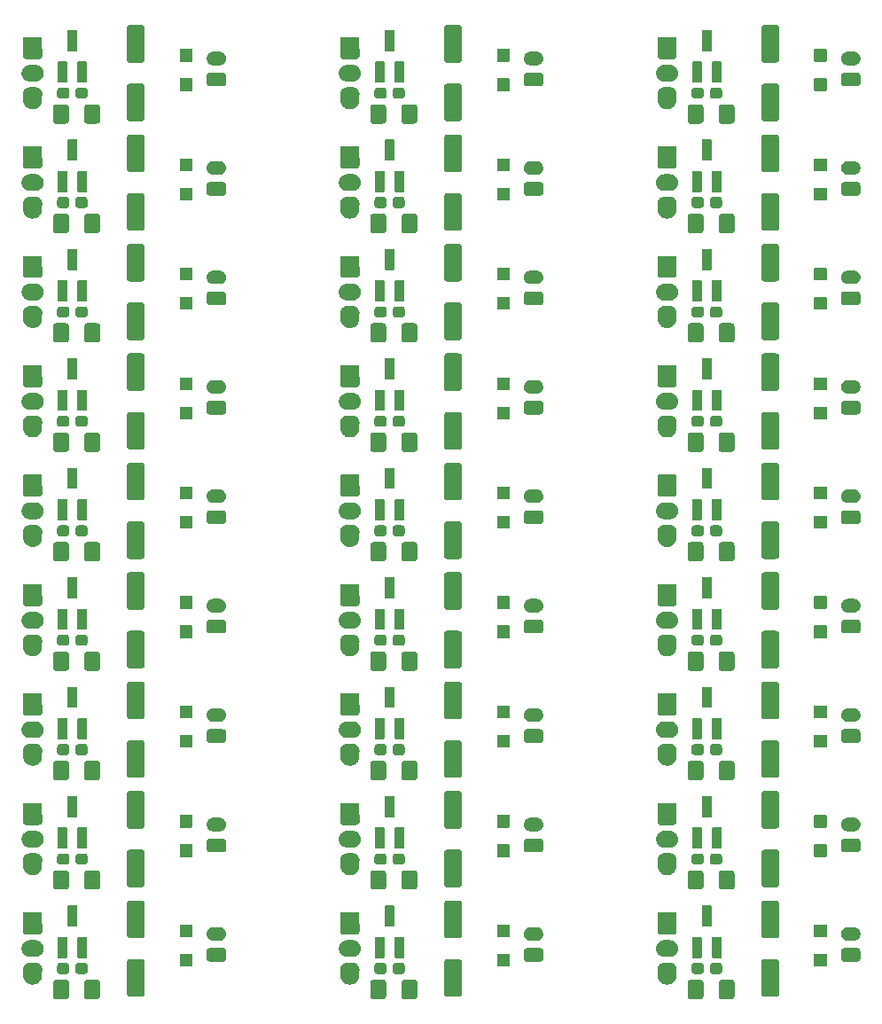
<source format=gbr>
G04 #@! TF.GenerationSoftware,KiCad,Pcbnew,5.99.0-unknown-r16857-c6889b00*
G04 #@! TF.CreationDate,2019-10-20T19:52:50+02:00*
G04 #@! TF.ProjectId,pulsr,70756c73-722e-46b6-9963-61645f706362,rev?*
G04 #@! TF.SameCoordinates,Original*
G04 #@! TF.FileFunction,Soldermask,Top*
G04 #@! TF.FilePolarity,Negative*
%FSLAX46Y46*%
G04 Gerber Fmt 4.6, Leading zero omitted, Abs format (unit mm)*
G04 Created by KiCad (PCBNEW 5.99.0-unknown-r16857-c6889b00) date 2019-10-20 19:52:50*
%MOMM*%
%LPD*%
G04 APERTURE LIST*
%ADD10C,0.100000*%
G04 APERTURE END LIST*
D10*
G36*
X132986756Y-132686764D02*
G01*
X132998228Y-132692289D01*
X133006286Y-132693795D01*
X133023543Y-132704480D01*
X133068638Y-132726197D01*
X133088738Y-132744847D01*
X133101964Y-132753036D01*
X133112264Y-132766676D01*
X133135265Y-132788017D01*
X133157617Y-132826732D01*
X133169781Y-132842840D01*
X133171750Y-132851212D01*
X133179506Y-132864646D01*
X133198419Y-132964603D01*
X133201883Y-132979331D01*
X133201883Y-132982910D01*
X133203194Y-132989839D01*
X133203194Y-134212516D01*
X133188236Y-134311756D01*
X133182711Y-134323228D01*
X133181205Y-134331286D01*
X133170520Y-134348543D01*
X133148803Y-134393638D01*
X133130153Y-134413738D01*
X133121964Y-134426964D01*
X133108324Y-134437264D01*
X133086983Y-134460265D01*
X133048268Y-134482617D01*
X133032160Y-134494781D01*
X133023788Y-134496750D01*
X133010354Y-134504506D01*
X132910397Y-134523419D01*
X132895669Y-134526883D01*
X132892090Y-134526883D01*
X132885161Y-134528194D01*
X131987484Y-134528194D01*
X131888244Y-134513236D01*
X131876772Y-134507711D01*
X131868714Y-134506205D01*
X131851457Y-134495520D01*
X131806362Y-134473803D01*
X131786262Y-134455153D01*
X131773036Y-134446964D01*
X131762736Y-134433324D01*
X131739735Y-134411983D01*
X131717383Y-134373268D01*
X131705219Y-134357160D01*
X131703250Y-134348788D01*
X131695494Y-134335354D01*
X131676581Y-134235397D01*
X131673117Y-134220669D01*
X131673117Y-134217090D01*
X131671806Y-134210161D01*
X131671806Y-132987484D01*
X131686764Y-132888244D01*
X131692289Y-132876772D01*
X131693795Y-132868714D01*
X131704480Y-132851457D01*
X131726197Y-132806362D01*
X131744847Y-132786262D01*
X131753036Y-132773036D01*
X131766676Y-132762736D01*
X131788017Y-132739735D01*
X131826732Y-132717383D01*
X131842840Y-132705219D01*
X131851212Y-132703250D01*
X131864646Y-132695494D01*
X131964603Y-132676581D01*
X131979331Y-132673117D01*
X131982910Y-132673117D01*
X131989839Y-132671806D01*
X132887516Y-132671806D01*
X132986756Y-132686764D01*
X132986756Y-132686764D01*
G37*
G36*
X130011756Y-132686764D02*
G01*
X130023228Y-132692289D01*
X130031286Y-132693795D01*
X130048543Y-132704480D01*
X130093638Y-132726197D01*
X130113738Y-132744847D01*
X130126964Y-132753036D01*
X130137264Y-132766676D01*
X130160265Y-132788017D01*
X130182617Y-132826732D01*
X130194781Y-132842840D01*
X130196750Y-132851212D01*
X130204506Y-132864646D01*
X130223419Y-132964603D01*
X130226883Y-132979331D01*
X130226883Y-132982910D01*
X130228194Y-132989839D01*
X130228194Y-134212516D01*
X130213236Y-134311756D01*
X130207711Y-134323228D01*
X130206205Y-134331286D01*
X130195520Y-134348543D01*
X130173803Y-134393638D01*
X130155153Y-134413738D01*
X130146964Y-134426964D01*
X130133324Y-134437264D01*
X130111983Y-134460265D01*
X130073268Y-134482617D01*
X130057160Y-134494781D01*
X130048788Y-134496750D01*
X130035354Y-134504506D01*
X129935397Y-134523419D01*
X129920669Y-134526883D01*
X129917090Y-134526883D01*
X129910161Y-134528194D01*
X129012484Y-134528194D01*
X128913244Y-134513236D01*
X128901772Y-134507711D01*
X128893714Y-134506205D01*
X128876457Y-134495520D01*
X128831362Y-134473803D01*
X128811262Y-134455153D01*
X128798036Y-134446964D01*
X128787736Y-134433324D01*
X128764735Y-134411983D01*
X128742383Y-134373268D01*
X128730219Y-134357160D01*
X128728250Y-134348788D01*
X128720494Y-134335354D01*
X128701581Y-134235397D01*
X128698117Y-134220669D01*
X128698117Y-134217090D01*
X128696806Y-134210161D01*
X128696806Y-132987484D01*
X128711764Y-132888244D01*
X128717289Y-132876772D01*
X128718795Y-132868714D01*
X128729480Y-132851457D01*
X128751197Y-132806362D01*
X128769847Y-132786262D01*
X128778036Y-132773036D01*
X128791676Y-132762736D01*
X128813017Y-132739735D01*
X128851732Y-132717383D01*
X128867840Y-132705219D01*
X128876212Y-132703250D01*
X128889646Y-132695494D01*
X128989603Y-132676581D01*
X129004331Y-132673117D01*
X129007910Y-132673117D01*
X129014839Y-132671806D01*
X129912516Y-132671806D01*
X130011756Y-132686764D01*
X130011756Y-132686764D01*
G37*
G36*
X102686756Y-132686764D02*
G01*
X102698228Y-132692289D01*
X102706286Y-132693795D01*
X102723543Y-132704480D01*
X102768638Y-132726197D01*
X102788738Y-132744847D01*
X102801964Y-132753036D01*
X102812264Y-132766676D01*
X102835265Y-132788017D01*
X102857617Y-132826732D01*
X102869781Y-132842840D01*
X102871750Y-132851212D01*
X102879506Y-132864646D01*
X102898419Y-132964603D01*
X102901883Y-132979331D01*
X102901883Y-132982910D01*
X102903194Y-132989839D01*
X102903194Y-134212516D01*
X102888236Y-134311756D01*
X102882711Y-134323228D01*
X102881205Y-134331286D01*
X102870520Y-134348543D01*
X102848803Y-134393638D01*
X102830153Y-134413738D01*
X102821964Y-134426964D01*
X102808324Y-134437264D01*
X102786983Y-134460265D01*
X102748268Y-134482617D01*
X102732160Y-134494781D01*
X102723788Y-134496750D01*
X102710354Y-134504506D01*
X102610397Y-134523419D01*
X102595669Y-134526883D01*
X102592090Y-134526883D01*
X102585161Y-134528194D01*
X101687484Y-134528194D01*
X101588244Y-134513236D01*
X101576772Y-134507711D01*
X101568714Y-134506205D01*
X101551457Y-134495520D01*
X101506362Y-134473803D01*
X101486262Y-134455153D01*
X101473036Y-134446964D01*
X101462736Y-134433324D01*
X101439735Y-134411983D01*
X101417383Y-134373268D01*
X101405219Y-134357160D01*
X101403250Y-134348788D01*
X101395494Y-134335354D01*
X101376581Y-134235397D01*
X101373117Y-134220669D01*
X101373117Y-134217090D01*
X101371806Y-134210161D01*
X101371806Y-132987484D01*
X101386764Y-132888244D01*
X101392289Y-132876772D01*
X101393795Y-132868714D01*
X101404480Y-132851457D01*
X101426197Y-132806362D01*
X101444847Y-132786262D01*
X101453036Y-132773036D01*
X101466676Y-132762736D01*
X101488017Y-132739735D01*
X101526732Y-132717383D01*
X101542840Y-132705219D01*
X101551212Y-132703250D01*
X101564646Y-132695494D01*
X101664603Y-132676581D01*
X101679331Y-132673117D01*
X101682910Y-132673117D01*
X101689839Y-132671806D01*
X102587516Y-132671806D01*
X102686756Y-132686764D01*
X102686756Y-132686764D01*
G37*
G36*
X99711756Y-132686764D02*
G01*
X99723228Y-132692289D01*
X99731286Y-132693795D01*
X99748543Y-132704480D01*
X99793638Y-132726197D01*
X99813738Y-132744847D01*
X99826964Y-132753036D01*
X99837264Y-132766676D01*
X99860265Y-132788017D01*
X99882617Y-132826732D01*
X99894781Y-132842840D01*
X99896750Y-132851212D01*
X99904506Y-132864646D01*
X99923419Y-132964603D01*
X99926883Y-132979331D01*
X99926883Y-132982910D01*
X99928194Y-132989839D01*
X99928194Y-134212516D01*
X99913236Y-134311756D01*
X99907711Y-134323228D01*
X99906205Y-134331286D01*
X99895520Y-134348543D01*
X99873803Y-134393638D01*
X99855153Y-134413738D01*
X99846964Y-134426964D01*
X99833324Y-134437264D01*
X99811983Y-134460265D01*
X99773268Y-134482617D01*
X99757160Y-134494781D01*
X99748788Y-134496750D01*
X99735354Y-134504506D01*
X99635397Y-134523419D01*
X99620669Y-134526883D01*
X99617090Y-134526883D01*
X99610161Y-134528194D01*
X98712484Y-134528194D01*
X98613244Y-134513236D01*
X98601772Y-134507711D01*
X98593714Y-134506205D01*
X98576457Y-134495520D01*
X98531362Y-134473803D01*
X98511262Y-134455153D01*
X98498036Y-134446964D01*
X98487736Y-134433324D01*
X98464735Y-134411983D01*
X98442383Y-134373268D01*
X98430219Y-134357160D01*
X98428250Y-134348788D01*
X98420494Y-134335354D01*
X98401581Y-134235397D01*
X98398117Y-134220669D01*
X98398117Y-134217090D01*
X98396806Y-134210161D01*
X98396806Y-132987484D01*
X98411764Y-132888244D01*
X98417289Y-132876772D01*
X98418795Y-132868714D01*
X98429480Y-132851457D01*
X98451197Y-132806362D01*
X98469847Y-132786262D01*
X98478036Y-132773036D01*
X98491676Y-132762736D01*
X98513017Y-132739735D01*
X98551732Y-132717383D01*
X98567840Y-132705219D01*
X98576212Y-132703250D01*
X98589646Y-132695494D01*
X98689603Y-132676581D01*
X98704331Y-132673117D01*
X98707910Y-132673117D01*
X98714839Y-132671806D01*
X99612516Y-132671806D01*
X99711756Y-132686764D01*
X99711756Y-132686764D01*
G37*
G36*
X163286756Y-132686764D02*
G01*
X163298228Y-132692289D01*
X163306286Y-132693795D01*
X163323543Y-132704480D01*
X163368638Y-132726197D01*
X163388738Y-132744847D01*
X163401964Y-132753036D01*
X163412264Y-132766676D01*
X163435265Y-132788017D01*
X163457617Y-132826732D01*
X163469781Y-132842840D01*
X163471750Y-132851212D01*
X163479506Y-132864646D01*
X163498419Y-132964603D01*
X163501883Y-132979331D01*
X163501883Y-132982910D01*
X163503194Y-132989839D01*
X163503194Y-134212516D01*
X163488236Y-134311756D01*
X163482711Y-134323228D01*
X163481205Y-134331286D01*
X163470520Y-134348543D01*
X163448803Y-134393638D01*
X163430153Y-134413738D01*
X163421964Y-134426964D01*
X163408324Y-134437264D01*
X163386983Y-134460265D01*
X163348268Y-134482617D01*
X163332160Y-134494781D01*
X163323788Y-134496750D01*
X163310354Y-134504506D01*
X163210397Y-134523419D01*
X163195669Y-134526883D01*
X163192090Y-134526883D01*
X163185161Y-134528194D01*
X162287484Y-134528194D01*
X162188244Y-134513236D01*
X162176772Y-134507711D01*
X162168714Y-134506205D01*
X162151457Y-134495520D01*
X162106362Y-134473803D01*
X162086262Y-134455153D01*
X162073036Y-134446964D01*
X162062736Y-134433324D01*
X162039735Y-134411983D01*
X162017383Y-134373268D01*
X162005219Y-134357160D01*
X162003250Y-134348788D01*
X161995494Y-134335354D01*
X161976581Y-134235397D01*
X161973117Y-134220669D01*
X161973117Y-134217090D01*
X161971806Y-134210161D01*
X161971806Y-132987484D01*
X161986764Y-132888244D01*
X161992289Y-132876772D01*
X161993795Y-132868714D01*
X162004480Y-132851457D01*
X162026197Y-132806362D01*
X162044847Y-132786262D01*
X162053036Y-132773036D01*
X162066676Y-132762736D01*
X162088017Y-132739735D01*
X162126732Y-132717383D01*
X162142840Y-132705219D01*
X162151212Y-132703250D01*
X162164646Y-132695494D01*
X162264603Y-132676581D01*
X162279331Y-132673117D01*
X162282910Y-132673117D01*
X162289839Y-132671806D01*
X163187516Y-132671806D01*
X163286756Y-132686764D01*
X163286756Y-132686764D01*
G37*
G36*
X160311756Y-132686764D02*
G01*
X160323228Y-132692289D01*
X160331286Y-132693795D01*
X160348543Y-132704480D01*
X160393638Y-132726197D01*
X160413738Y-132744847D01*
X160426964Y-132753036D01*
X160437264Y-132766676D01*
X160460265Y-132788017D01*
X160482617Y-132826732D01*
X160494781Y-132842840D01*
X160496750Y-132851212D01*
X160504506Y-132864646D01*
X160523419Y-132964603D01*
X160526883Y-132979331D01*
X160526883Y-132982910D01*
X160528194Y-132989839D01*
X160528194Y-134212516D01*
X160513236Y-134311756D01*
X160507711Y-134323228D01*
X160506205Y-134331286D01*
X160495520Y-134348543D01*
X160473803Y-134393638D01*
X160455153Y-134413738D01*
X160446964Y-134426964D01*
X160433324Y-134437264D01*
X160411983Y-134460265D01*
X160373268Y-134482617D01*
X160357160Y-134494781D01*
X160348788Y-134496750D01*
X160335354Y-134504506D01*
X160235397Y-134523419D01*
X160220669Y-134526883D01*
X160217090Y-134526883D01*
X160210161Y-134528194D01*
X159312484Y-134528194D01*
X159213244Y-134513236D01*
X159201772Y-134507711D01*
X159193714Y-134506205D01*
X159176457Y-134495520D01*
X159131362Y-134473803D01*
X159111262Y-134455153D01*
X159098036Y-134446964D01*
X159087736Y-134433324D01*
X159064735Y-134411983D01*
X159042383Y-134373268D01*
X159030219Y-134357160D01*
X159028250Y-134348788D01*
X159020494Y-134335354D01*
X159001581Y-134235397D01*
X158998117Y-134220669D01*
X158998117Y-134217090D01*
X158996806Y-134210161D01*
X158996806Y-132987484D01*
X159011764Y-132888244D01*
X159017289Y-132876772D01*
X159018795Y-132868714D01*
X159029480Y-132851457D01*
X159051197Y-132806362D01*
X159069847Y-132786262D01*
X159078036Y-132773036D01*
X159091676Y-132762736D01*
X159113017Y-132739735D01*
X159151732Y-132717383D01*
X159167840Y-132705219D01*
X159176212Y-132703250D01*
X159189646Y-132695494D01*
X159289603Y-132676581D01*
X159304331Y-132673117D01*
X159307910Y-132673117D01*
X159314839Y-132671806D01*
X160212516Y-132671806D01*
X160311756Y-132686764D01*
X160311756Y-132686764D01*
G37*
G36*
X167536756Y-130711764D02*
G01*
X167548228Y-130717289D01*
X167556286Y-130718795D01*
X167573543Y-130729480D01*
X167618638Y-130751197D01*
X167638738Y-130769847D01*
X167651964Y-130778036D01*
X167662264Y-130791676D01*
X167685265Y-130813017D01*
X167707617Y-130851732D01*
X167719781Y-130867840D01*
X167721750Y-130876212D01*
X167729506Y-130889646D01*
X167748419Y-130989603D01*
X167751883Y-131004331D01*
X167751883Y-131007910D01*
X167753194Y-131014839D01*
X167753194Y-133987516D01*
X167738236Y-134086756D01*
X167732711Y-134098228D01*
X167731205Y-134106286D01*
X167720520Y-134123543D01*
X167698803Y-134168638D01*
X167680153Y-134188738D01*
X167671964Y-134201964D01*
X167658324Y-134212264D01*
X167636983Y-134235265D01*
X167598268Y-134257617D01*
X167582160Y-134269781D01*
X167573788Y-134271750D01*
X167560354Y-134279506D01*
X167460397Y-134298419D01*
X167445669Y-134301883D01*
X167442090Y-134301883D01*
X167435161Y-134303194D01*
X166362484Y-134303194D01*
X166263244Y-134288236D01*
X166251772Y-134282711D01*
X166243714Y-134281205D01*
X166226457Y-134270520D01*
X166181362Y-134248803D01*
X166161262Y-134230153D01*
X166148036Y-134221964D01*
X166137736Y-134208324D01*
X166114735Y-134186983D01*
X166092383Y-134148268D01*
X166080219Y-134132160D01*
X166078250Y-134123788D01*
X166070494Y-134110354D01*
X166051581Y-134010397D01*
X166048117Y-133995669D01*
X166048117Y-133992090D01*
X166046806Y-133985161D01*
X166046806Y-131012484D01*
X166061764Y-130913244D01*
X166067289Y-130901772D01*
X166068795Y-130893714D01*
X166079480Y-130876457D01*
X166101197Y-130831362D01*
X166119847Y-130811262D01*
X166128036Y-130798036D01*
X166141676Y-130787736D01*
X166163017Y-130764735D01*
X166201732Y-130742383D01*
X166217840Y-130730219D01*
X166226212Y-130728250D01*
X166239646Y-130720494D01*
X166339603Y-130701581D01*
X166354331Y-130698117D01*
X166357910Y-130698117D01*
X166364839Y-130696806D01*
X167437516Y-130696806D01*
X167536756Y-130711764D01*
X167536756Y-130711764D01*
G37*
G36*
X137236756Y-130711764D02*
G01*
X137248228Y-130717289D01*
X137256286Y-130718795D01*
X137273543Y-130729480D01*
X137318638Y-130751197D01*
X137338738Y-130769847D01*
X137351964Y-130778036D01*
X137362264Y-130791676D01*
X137385265Y-130813017D01*
X137407617Y-130851732D01*
X137419781Y-130867840D01*
X137421750Y-130876212D01*
X137429506Y-130889646D01*
X137448419Y-130989603D01*
X137451883Y-131004331D01*
X137451883Y-131007910D01*
X137453194Y-131014839D01*
X137453194Y-133987516D01*
X137438236Y-134086756D01*
X137432711Y-134098228D01*
X137431205Y-134106286D01*
X137420520Y-134123543D01*
X137398803Y-134168638D01*
X137380153Y-134188738D01*
X137371964Y-134201964D01*
X137358324Y-134212264D01*
X137336983Y-134235265D01*
X137298268Y-134257617D01*
X137282160Y-134269781D01*
X137273788Y-134271750D01*
X137260354Y-134279506D01*
X137160397Y-134298419D01*
X137145669Y-134301883D01*
X137142090Y-134301883D01*
X137135161Y-134303194D01*
X136062484Y-134303194D01*
X135963244Y-134288236D01*
X135951772Y-134282711D01*
X135943714Y-134281205D01*
X135926457Y-134270520D01*
X135881362Y-134248803D01*
X135861262Y-134230153D01*
X135848036Y-134221964D01*
X135837736Y-134208324D01*
X135814735Y-134186983D01*
X135792383Y-134148268D01*
X135780219Y-134132160D01*
X135778250Y-134123788D01*
X135770494Y-134110354D01*
X135751581Y-134010397D01*
X135748117Y-133995669D01*
X135748117Y-133992090D01*
X135746806Y-133985161D01*
X135746806Y-131012484D01*
X135761764Y-130913244D01*
X135767289Y-130901772D01*
X135768795Y-130893714D01*
X135779480Y-130876457D01*
X135801197Y-130831362D01*
X135819847Y-130811262D01*
X135828036Y-130798036D01*
X135841676Y-130787736D01*
X135863017Y-130764735D01*
X135901732Y-130742383D01*
X135917840Y-130730219D01*
X135926212Y-130728250D01*
X135939646Y-130720494D01*
X136039603Y-130701581D01*
X136054331Y-130698117D01*
X136057910Y-130698117D01*
X136064839Y-130696806D01*
X137137516Y-130696806D01*
X137236756Y-130711764D01*
X137236756Y-130711764D01*
G37*
G36*
X106936756Y-130711764D02*
G01*
X106948228Y-130717289D01*
X106956286Y-130718795D01*
X106973543Y-130729480D01*
X107018638Y-130751197D01*
X107038738Y-130769847D01*
X107051964Y-130778036D01*
X107062264Y-130791676D01*
X107085265Y-130813017D01*
X107107617Y-130851732D01*
X107119781Y-130867840D01*
X107121750Y-130876212D01*
X107129506Y-130889646D01*
X107148419Y-130989603D01*
X107151883Y-131004331D01*
X107151883Y-131007910D01*
X107153194Y-131014839D01*
X107153194Y-133987516D01*
X107138236Y-134086756D01*
X107132711Y-134098228D01*
X107131205Y-134106286D01*
X107120520Y-134123543D01*
X107098803Y-134168638D01*
X107080153Y-134188738D01*
X107071964Y-134201964D01*
X107058324Y-134212264D01*
X107036983Y-134235265D01*
X106998268Y-134257617D01*
X106982160Y-134269781D01*
X106973788Y-134271750D01*
X106960354Y-134279506D01*
X106860397Y-134298419D01*
X106845669Y-134301883D01*
X106842090Y-134301883D01*
X106835161Y-134303194D01*
X105762484Y-134303194D01*
X105663244Y-134288236D01*
X105651772Y-134282711D01*
X105643714Y-134281205D01*
X105626457Y-134270520D01*
X105581362Y-134248803D01*
X105561262Y-134230153D01*
X105548036Y-134221964D01*
X105537736Y-134208324D01*
X105514735Y-134186983D01*
X105492383Y-134148268D01*
X105480219Y-134132160D01*
X105478250Y-134123788D01*
X105470494Y-134110354D01*
X105451581Y-134010397D01*
X105448117Y-133995669D01*
X105448117Y-133992090D01*
X105446806Y-133985161D01*
X105446806Y-131012484D01*
X105461764Y-130913244D01*
X105467289Y-130901772D01*
X105468795Y-130893714D01*
X105479480Y-130876457D01*
X105501197Y-130831362D01*
X105519847Y-130811262D01*
X105528036Y-130798036D01*
X105541676Y-130787736D01*
X105563017Y-130764735D01*
X105601732Y-130742383D01*
X105617840Y-130730219D01*
X105626212Y-130728250D01*
X105639646Y-130720494D01*
X105739603Y-130701581D01*
X105754331Y-130698117D01*
X105757910Y-130698117D01*
X105764839Y-130696806D01*
X106837516Y-130696806D01*
X106936756Y-130711764D01*
X106936756Y-130711764D01*
G37*
G36*
X157479463Y-131063394D02*
G01*
X157536602Y-131084191D01*
X157566554Y-131089905D01*
X157594481Y-131105258D01*
X157616293Y-131113197D01*
X157659086Y-131140775D01*
X157710689Y-131169144D01*
X157727276Y-131184720D01*
X157739058Y-131192313D01*
X157781333Y-131235483D01*
X157830591Y-131281739D01*
X157837884Y-131293231D01*
X157841247Y-131296665D01*
X157878768Y-131357654D01*
X157918724Y-131420615D01*
X157941754Y-131491494D01*
X157964844Y-131559321D01*
X157965347Y-131564106D01*
X157969551Y-131577045D01*
X157973793Y-131644466D01*
X157980110Y-131704572D01*
X157978450Y-131718492D01*
X157979879Y-131741202D01*
X157968845Y-131799043D01*
X157962817Y-131849601D01*
X157955029Y-131871471D01*
X157949059Y-131902769D01*
X157928006Y-131947508D01*
X157925854Y-132024570D01*
X157939328Y-132070349D01*
X157942518Y-132105401D01*
X157950999Y-132145301D01*
X157950999Y-132198592D01*
X157955343Y-132246324D01*
X157950999Y-132287653D01*
X157950999Y-132334699D01*
X157941217Y-132380721D01*
X157936873Y-132422047D01*
X157922702Y-132467827D01*
X157911621Y-132519958D01*
X157895028Y-132557226D01*
X157884622Y-132590843D01*
X157858789Y-132638620D01*
X157834586Y-132692981D01*
X157814298Y-132720905D01*
X157800580Y-132746276D01*
X157761859Y-132793082D01*
X157723261Y-132846207D01*
X157702284Y-132865095D01*
X157687952Y-132882419D01*
X157635845Y-132924917D01*
X157582511Y-132972939D01*
X157563524Y-132983901D01*
X157551025Y-132994095D01*
X157485780Y-133028786D01*
X157418488Y-133067637D01*
X157403636Y-133072463D01*
X157395003Y-133077053D01*
X157317430Y-133100473D01*
X157238360Y-133126165D01*
X157229114Y-133127137D01*
X157225851Y-133128122D01*
X157134710Y-133137059D01*
X157097211Y-133141000D01*
X157002789Y-133141000D01*
X156861640Y-133126165D01*
X156780603Y-133099834D01*
X156693337Y-133072152D01*
X156690345Y-133070507D01*
X156681512Y-133067637D01*
X156609534Y-133026081D01*
X156538501Y-132987030D01*
X156531014Y-132980747D01*
X156517489Y-132972939D01*
X156459741Y-132920943D01*
X156403143Y-132873451D01*
X156393038Y-132860882D01*
X156376739Y-132846207D01*
X156334546Y-132788133D01*
X156292421Y-132735740D01*
X156282006Y-132715818D01*
X156265414Y-132692981D01*
X156238703Y-132632988D01*
X156210561Y-132579157D01*
X156202418Y-132551490D01*
X156188379Y-132519958D01*
X156176008Y-132461759D01*
X156160672Y-132409651D01*
X156157482Y-132374599D01*
X156149001Y-132334699D01*
X156149001Y-132281408D01*
X156144657Y-132233676D01*
X156149001Y-132192347D01*
X156149001Y-132145301D01*
X156158783Y-132099279D01*
X156163127Y-132057953D01*
X156173022Y-132025986D01*
X156171971Y-131950747D01*
X156158243Y-131908497D01*
X156135157Y-131840680D01*
X156134654Y-131835898D01*
X156130449Y-131822955D01*
X156126207Y-131755525D01*
X156119890Y-131695428D01*
X156121550Y-131681508D01*
X156120121Y-131658798D01*
X156131155Y-131600955D01*
X156137183Y-131550401D01*
X156144970Y-131528533D01*
X156150941Y-131497231D01*
X156172213Y-131452025D01*
X156186177Y-131412811D01*
X156203543Y-131385447D01*
X156220974Y-131348404D01*
X156247070Y-131316860D01*
X156264436Y-131289495D01*
X156293974Y-131260162D01*
X156325818Y-131221670D01*
X156351597Y-131202940D01*
X156368069Y-131186583D01*
X156411243Y-131159605D01*
X156458886Y-131124990D01*
X156480045Y-131116613D01*
X156491930Y-131109186D01*
X156548990Y-131089315D01*
X156611816Y-131064441D01*
X156625317Y-131062735D01*
X156629858Y-131061154D01*
X156701017Y-131053172D01*
X156734044Y-131049000D01*
X157358748Y-131049000D01*
X157479463Y-131063394D01*
X157479463Y-131063394D01*
G37*
G36*
X127179463Y-131063394D02*
G01*
X127236602Y-131084191D01*
X127266554Y-131089905D01*
X127294481Y-131105258D01*
X127316293Y-131113197D01*
X127359086Y-131140775D01*
X127410689Y-131169144D01*
X127427276Y-131184720D01*
X127439058Y-131192313D01*
X127481333Y-131235483D01*
X127530591Y-131281739D01*
X127537884Y-131293231D01*
X127541247Y-131296665D01*
X127578768Y-131357654D01*
X127618724Y-131420615D01*
X127641754Y-131491494D01*
X127664844Y-131559321D01*
X127665347Y-131564106D01*
X127669551Y-131577045D01*
X127673793Y-131644466D01*
X127680110Y-131704572D01*
X127678450Y-131718492D01*
X127679879Y-131741202D01*
X127668845Y-131799043D01*
X127662817Y-131849601D01*
X127655029Y-131871471D01*
X127649059Y-131902769D01*
X127628006Y-131947508D01*
X127625854Y-132024570D01*
X127639328Y-132070349D01*
X127642518Y-132105401D01*
X127650999Y-132145301D01*
X127650999Y-132198592D01*
X127655343Y-132246324D01*
X127650999Y-132287653D01*
X127650999Y-132334699D01*
X127641217Y-132380721D01*
X127636873Y-132422047D01*
X127622702Y-132467827D01*
X127611621Y-132519958D01*
X127595028Y-132557226D01*
X127584622Y-132590843D01*
X127558789Y-132638620D01*
X127534586Y-132692981D01*
X127514298Y-132720905D01*
X127500580Y-132746276D01*
X127461859Y-132793082D01*
X127423261Y-132846207D01*
X127402284Y-132865095D01*
X127387952Y-132882419D01*
X127335845Y-132924917D01*
X127282511Y-132972939D01*
X127263524Y-132983901D01*
X127251025Y-132994095D01*
X127185780Y-133028786D01*
X127118488Y-133067637D01*
X127103636Y-133072463D01*
X127095003Y-133077053D01*
X127017430Y-133100473D01*
X126938360Y-133126165D01*
X126929114Y-133127137D01*
X126925851Y-133128122D01*
X126834710Y-133137059D01*
X126797211Y-133141000D01*
X126702789Y-133141000D01*
X126561640Y-133126165D01*
X126480603Y-133099834D01*
X126393337Y-133072152D01*
X126390345Y-133070507D01*
X126381512Y-133067637D01*
X126309534Y-133026081D01*
X126238501Y-132987030D01*
X126231014Y-132980747D01*
X126217489Y-132972939D01*
X126159741Y-132920943D01*
X126103143Y-132873451D01*
X126093038Y-132860882D01*
X126076739Y-132846207D01*
X126034546Y-132788133D01*
X125992421Y-132735740D01*
X125982006Y-132715818D01*
X125965414Y-132692981D01*
X125938703Y-132632988D01*
X125910561Y-132579157D01*
X125902418Y-132551490D01*
X125888379Y-132519958D01*
X125876008Y-132461759D01*
X125860672Y-132409651D01*
X125857482Y-132374599D01*
X125849001Y-132334699D01*
X125849001Y-132281408D01*
X125844657Y-132233676D01*
X125849001Y-132192347D01*
X125849001Y-132145301D01*
X125858783Y-132099279D01*
X125863127Y-132057953D01*
X125873022Y-132025986D01*
X125871971Y-131950747D01*
X125858243Y-131908497D01*
X125835157Y-131840680D01*
X125834654Y-131835898D01*
X125830449Y-131822955D01*
X125826207Y-131755525D01*
X125819890Y-131695428D01*
X125821550Y-131681508D01*
X125820121Y-131658798D01*
X125831155Y-131600955D01*
X125837183Y-131550401D01*
X125844970Y-131528533D01*
X125850941Y-131497231D01*
X125872213Y-131452025D01*
X125886177Y-131412811D01*
X125903543Y-131385447D01*
X125920974Y-131348404D01*
X125947070Y-131316860D01*
X125964436Y-131289495D01*
X125993974Y-131260162D01*
X126025818Y-131221670D01*
X126051597Y-131202940D01*
X126068069Y-131186583D01*
X126111243Y-131159605D01*
X126158886Y-131124990D01*
X126180045Y-131116613D01*
X126191930Y-131109186D01*
X126248990Y-131089315D01*
X126311816Y-131064441D01*
X126325317Y-131062735D01*
X126329858Y-131061154D01*
X126401017Y-131053172D01*
X126434044Y-131049000D01*
X127058748Y-131049000D01*
X127179463Y-131063394D01*
X127179463Y-131063394D01*
G37*
G36*
X96879463Y-131063394D02*
G01*
X96936602Y-131084191D01*
X96966554Y-131089905D01*
X96994481Y-131105258D01*
X97016293Y-131113197D01*
X97059086Y-131140775D01*
X97110689Y-131169144D01*
X97127276Y-131184720D01*
X97139058Y-131192313D01*
X97181333Y-131235483D01*
X97230591Y-131281739D01*
X97237884Y-131293231D01*
X97241247Y-131296665D01*
X97278768Y-131357654D01*
X97318724Y-131420615D01*
X97341754Y-131491494D01*
X97364844Y-131559321D01*
X97365347Y-131564106D01*
X97369551Y-131577045D01*
X97373793Y-131644466D01*
X97380110Y-131704572D01*
X97378450Y-131718492D01*
X97379879Y-131741202D01*
X97368845Y-131799043D01*
X97362817Y-131849601D01*
X97355029Y-131871471D01*
X97349059Y-131902769D01*
X97328006Y-131947508D01*
X97325854Y-132024570D01*
X97339328Y-132070349D01*
X97342518Y-132105401D01*
X97350999Y-132145301D01*
X97350999Y-132198592D01*
X97355343Y-132246324D01*
X97350999Y-132287653D01*
X97350999Y-132334699D01*
X97341217Y-132380721D01*
X97336873Y-132422047D01*
X97322702Y-132467827D01*
X97311621Y-132519958D01*
X97295028Y-132557226D01*
X97284622Y-132590843D01*
X97258789Y-132638620D01*
X97234586Y-132692981D01*
X97214298Y-132720905D01*
X97200580Y-132746276D01*
X97161859Y-132793082D01*
X97123261Y-132846207D01*
X97102284Y-132865095D01*
X97087952Y-132882419D01*
X97035845Y-132924917D01*
X96982511Y-132972939D01*
X96963524Y-132983901D01*
X96951025Y-132994095D01*
X96885780Y-133028786D01*
X96818488Y-133067637D01*
X96803636Y-133072463D01*
X96795003Y-133077053D01*
X96717430Y-133100473D01*
X96638360Y-133126165D01*
X96629114Y-133127137D01*
X96625851Y-133128122D01*
X96534710Y-133137059D01*
X96497211Y-133141000D01*
X96402789Y-133141000D01*
X96261640Y-133126165D01*
X96180603Y-133099834D01*
X96093337Y-133072152D01*
X96090345Y-133070507D01*
X96081512Y-133067637D01*
X96009534Y-133026081D01*
X95938501Y-132987030D01*
X95931014Y-132980747D01*
X95917489Y-132972939D01*
X95859741Y-132920943D01*
X95803143Y-132873451D01*
X95793038Y-132860882D01*
X95776739Y-132846207D01*
X95734546Y-132788133D01*
X95692421Y-132735740D01*
X95682006Y-132715818D01*
X95665414Y-132692981D01*
X95638703Y-132632988D01*
X95610561Y-132579157D01*
X95602418Y-132551490D01*
X95588379Y-132519958D01*
X95576008Y-132461759D01*
X95560672Y-132409651D01*
X95557482Y-132374599D01*
X95549001Y-132334699D01*
X95549001Y-132281408D01*
X95544657Y-132233676D01*
X95549001Y-132192347D01*
X95549001Y-132145301D01*
X95558783Y-132099279D01*
X95563127Y-132057953D01*
X95573022Y-132025986D01*
X95571971Y-131950747D01*
X95558243Y-131908497D01*
X95535157Y-131840680D01*
X95534654Y-131835898D01*
X95530449Y-131822955D01*
X95526207Y-131755525D01*
X95519890Y-131695428D01*
X95521550Y-131681508D01*
X95520121Y-131658798D01*
X95531155Y-131600955D01*
X95537183Y-131550401D01*
X95544970Y-131528533D01*
X95550941Y-131497231D01*
X95572213Y-131452025D01*
X95586177Y-131412811D01*
X95603543Y-131385447D01*
X95620974Y-131348404D01*
X95647070Y-131316860D01*
X95664436Y-131289495D01*
X95693974Y-131260162D01*
X95725818Y-131221670D01*
X95751597Y-131202940D01*
X95768069Y-131186583D01*
X95811243Y-131159605D01*
X95858886Y-131124990D01*
X95880045Y-131116613D01*
X95891930Y-131109186D01*
X95948990Y-131089315D01*
X96011816Y-131064441D01*
X96025317Y-131062735D01*
X96029858Y-131061154D01*
X96101017Y-131053172D01*
X96134044Y-131049000D01*
X96758748Y-131049000D01*
X96879463Y-131063394D01*
X96879463Y-131063394D01*
G37*
G36*
X160257980Y-131073117D02*
G01*
X160258386Y-131073117D01*
X160260637Y-131073538D01*
X160349801Y-131087660D01*
X160357691Y-131091680D01*
X160364409Y-131092936D01*
X160384176Y-131105175D01*
X160431229Y-131129150D01*
X160444776Y-131142697D01*
X160456114Y-131149717D01*
X160469432Y-131167353D01*
X160495850Y-131193771D01*
X160509267Y-131220103D01*
X160521114Y-131235791D01*
X160524418Y-131249838D01*
X160537340Y-131275199D01*
X160551686Y-131365777D01*
X160551883Y-131366614D01*
X160551883Y-131367020D01*
X160553194Y-131375297D01*
X160553194Y-131824703D01*
X160551883Y-131832980D01*
X160551883Y-131833386D01*
X160551462Y-131835637D01*
X160537340Y-131924801D01*
X160533320Y-131932691D01*
X160532064Y-131939409D01*
X160519825Y-131959176D01*
X160495850Y-132006229D01*
X160482303Y-132019776D01*
X160475283Y-132031114D01*
X160457647Y-132044432D01*
X160431229Y-132070850D01*
X160404897Y-132084267D01*
X160389209Y-132096114D01*
X160375162Y-132099418D01*
X160349801Y-132112340D01*
X160259223Y-132126686D01*
X160258386Y-132126883D01*
X160257980Y-132126883D01*
X160249703Y-132128194D01*
X159700297Y-132128194D01*
X159692020Y-132126883D01*
X159691614Y-132126883D01*
X159689363Y-132126462D01*
X159600199Y-132112340D01*
X159592309Y-132108320D01*
X159585591Y-132107064D01*
X159565824Y-132094825D01*
X159518771Y-132070850D01*
X159505224Y-132057303D01*
X159493886Y-132050283D01*
X159480568Y-132032647D01*
X159454150Y-132006229D01*
X159440733Y-131979897D01*
X159428886Y-131964209D01*
X159425582Y-131950162D01*
X159412660Y-131924801D01*
X159398314Y-131834223D01*
X159398117Y-131833386D01*
X159398117Y-131832980D01*
X159396806Y-131824703D01*
X159396806Y-131375297D01*
X159398117Y-131367020D01*
X159398117Y-131366614D01*
X159398538Y-131364363D01*
X159412660Y-131275199D01*
X159416680Y-131267309D01*
X159417936Y-131260591D01*
X159430175Y-131240824D01*
X159454150Y-131193771D01*
X159467697Y-131180224D01*
X159474717Y-131168886D01*
X159492353Y-131155568D01*
X159518771Y-131129150D01*
X159545103Y-131115733D01*
X159560791Y-131103886D01*
X159574838Y-131100582D01*
X159600199Y-131087660D01*
X159690777Y-131073314D01*
X159691614Y-131073117D01*
X159692020Y-131073117D01*
X159700297Y-131071806D01*
X160249703Y-131071806D01*
X160257980Y-131073117D01*
X160257980Y-131073117D01*
G37*
G36*
X99657980Y-131073117D02*
G01*
X99658386Y-131073117D01*
X99660637Y-131073538D01*
X99749801Y-131087660D01*
X99757691Y-131091680D01*
X99764409Y-131092936D01*
X99784176Y-131105175D01*
X99831229Y-131129150D01*
X99844776Y-131142697D01*
X99856114Y-131149717D01*
X99869432Y-131167353D01*
X99895850Y-131193771D01*
X99909267Y-131220103D01*
X99921114Y-131235791D01*
X99924418Y-131249838D01*
X99937340Y-131275199D01*
X99951686Y-131365777D01*
X99951883Y-131366614D01*
X99951883Y-131367020D01*
X99953194Y-131375297D01*
X99953194Y-131824703D01*
X99951883Y-131832980D01*
X99951883Y-131833386D01*
X99951462Y-131835637D01*
X99937340Y-131924801D01*
X99933320Y-131932691D01*
X99932064Y-131939409D01*
X99919825Y-131959176D01*
X99895850Y-132006229D01*
X99882303Y-132019776D01*
X99875283Y-132031114D01*
X99857647Y-132044432D01*
X99831229Y-132070850D01*
X99804897Y-132084267D01*
X99789209Y-132096114D01*
X99775162Y-132099418D01*
X99749801Y-132112340D01*
X99659223Y-132126686D01*
X99658386Y-132126883D01*
X99657980Y-132126883D01*
X99649703Y-132128194D01*
X99100297Y-132128194D01*
X99092020Y-132126883D01*
X99091614Y-132126883D01*
X99089363Y-132126462D01*
X99000199Y-132112340D01*
X98992309Y-132108320D01*
X98985591Y-132107064D01*
X98965824Y-132094825D01*
X98918771Y-132070850D01*
X98905224Y-132057303D01*
X98893886Y-132050283D01*
X98880568Y-132032647D01*
X98854150Y-132006229D01*
X98840733Y-131979897D01*
X98828886Y-131964209D01*
X98825582Y-131950162D01*
X98812660Y-131924801D01*
X98798314Y-131834223D01*
X98798117Y-131833386D01*
X98798117Y-131832980D01*
X98796806Y-131824703D01*
X98796806Y-131375297D01*
X98798117Y-131367020D01*
X98798117Y-131366614D01*
X98798538Y-131364363D01*
X98812660Y-131275199D01*
X98816680Y-131267309D01*
X98817936Y-131260591D01*
X98830175Y-131240824D01*
X98854150Y-131193771D01*
X98867697Y-131180224D01*
X98874717Y-131168886D01*
X98892353Y-131155568D01*
X98918771Y-131129150D01*
X98945103Y-131115733D01*
X98960791Y-131103886D01*
X98974838Y-131100582D01*
X99000199Y-131087660D01*
X99090777Y-131073314D01*
X99091614Y-131073117D01*
X99092020Y-131073117D01*
X99100297Y-131071806D01*
X99649703Y-131071806D01*
X99657980Y-131073117D01*
X99657980Y-131073117D01*
G37*
G36*
X101407980Y-131073117D02*
G01*
X101408386Y-131073117D01*
X101410637Y-131073538D01*
X101499801Y-131087660D01*
X101507691Y-131091680D01*
X101514409Y-131092936D01*
X101534176Y-131105175D01*
X101581229Y-131129150D01*
X101594776Y-131142697D01*
X101606114Y-131149717D01*
X101619432Y-131167353D01*
X101645850Y-131193771D01*
X101659267Y-131220103D01*
X101671114Y-131235791D01*
X101674418Y-131249838D01*
X101687340Y-131275199D01*
X101701686Y-131365777D01*
X101701883Y-131366614D01*
X101701883Y-131367020D01*
X101703194Y-131375297D01*
X101703194Y-131824703D01*
X101701883Y-131832980D01*
X101701883Y-131833386D01*
X101701462Y-131835637D01*
X101687340Y-131924801D01*
X101683320Y-131932691D01*
X101682064Y-131939409D01*
X101669825Y-131959176D01*
X101645850Y-132006229D01*
X101632303Y-132019776D01*
X101625283Y-132031114D01*
X101607647Y-132044432D01*
X101581229Y-132070850D01*
X101554897Y-132084267D01*
X101539209Y-132096114D01*
X101525162Y-132099418D01*
X101499801Y-132112340D01*
X101409223Y-132126686D01*
X101408386Y-132126883D01*
X101407980Y-132126883D01*
X101399703Y-132128194D01*
X100850297Y-132128194D01*
X100842020Y-132126883D01*
X100841614Y-132126883D01*
X100839363Y-132126462D01*
X100750199Y-132112340D01*
X100742309Y-132108320D01*
X100735591Y-132107064D01*
X100715824Y-132094825D01*
X100668771Y-132070850D01*
X100655224Y-132057303D01*
X100643886Y-132050283D01*
X100630568Y-132032647D01*
X100604150Y-132006229D01*
X100590733Y-131979897D01*
X100578886Y-131964209D01*
X100575582Y-131950162D01*
X100562660Y-131924801D01*
X100548314Y-131834223D01*
X100548117Y-131833386D01*
X100548117Y-131832980D01*
X100546806Y-131824703D01*
X100546806Y-131375297D01*
X100548117Y-131367020D01*
X100548117Y-131366614D01*
X100548538Y-131364363D01*
X100562660Y-131275199D01*
X100566680Y-131267309D01*
X100567936Y-131260591D01*
X100580175Y-131240824D01*
X100604150Y-131193771D01*
X100617697Y-131180224D01*
X100624717Y-131168886D01*
X100642353Y-131155568D01*
X100668771Y-131129150D01*
X100695103Y-131115733D01*
X100710791Y-131103886D01*
X100724838Y-131100582D01*
X100750199Y-131087660D01*
X100840777Y-131073314D01*
X100841614Y-131073117D01*
X100842020Y-131073117D01*
X100850297Y-131071806D01*
X101399703Y-131071806D01*
X101407980Y-131073117D01*
X101407980Y-131073117D01*
G37*
G36*
X129957980Y-131073117D02*
G01*
X129958386Y-131073117D01*
X129960637Y-131073538D01*
X130049801Y-131087660D01*
X130057691Y-131091680D01*
X130064409Y-131092936D01*
X130084176Y-131105175D01*
X130131229Y-131129150D01*
X130144776Y-131142697D01*
X130156114Y-131149717D01*
X130169432Y-131167353D01*
X130195850Y-131193771D01*
X130209267Y-131220103D01*
X130221114Y-131235791D01*
X130224418Y-131249838D01*
X130237340Y-131275199D01*
X130251686Y-131365777D01*
X130251883Y-131366614D01*
X130251883Y-131367020D01*
X130253194Y-131375297D01*
X130253194Y-131824703D01*
X130251883Y-131832980D01*
X130251883Y-131833386D01*
X130251462Y-131835637D01*
X130237340Y-131924801D01*
X130233320Y-131932691D01*
X130232064Y-131939409D01*
X130219825Y-131959176D01*
X130195850Y-132006229D01*
X130182303Y-132019776D01*
X130175283Y-132031114D01*
X130157647Y-132044432D01*
X130131229Y-132070850D01*
X130104897Y-132084267D01*
X130089209Y-132096114D01*
X130075162Y-132099418D01*
X130049801Y-132112340D01*
X129959223Y-132126686D01*
X129958386Y-132126883D01*
X129957980Y-132126883D01*
X129949703Y-132128194D01*
X129400297Y-132128194D01*
X129392020Y-132126883D01*
X129391614Y-132126883D01*
X129389363Y-132126462D01*
X129300199Y-132112340D01*
X129292309Y-132108320D01*
X129285591Y-132107064D01*
X129265824Y-132094825D01*
X129218771Y-132070850D01*
X129205224Y-132057303D01*
X129193886Y-132050283D01*
X129180568Y-132032647D01*
X129154150Y-132006229D01*
X129140733Y-131979897D01*
X129128886Y-131964209D01*
X129125582Y-131950162D01*
X129112660Y-131924801D01*
X129098314Y-131834223D01*
X129098117Y-131833386D01*
X129098117Y-131832980D01*
X129096806Y-131824703D01*
X129096806Y-131375297D01*
X129098117Y-131367020D01*
X129098117Y-131366614D01*
X129098538Y-131364363D01*
X129112660Y-131275199D01*
X129116680Y-131267309D01*
X129117936Y-131260591D01*
X129130175Y-131240824D01*
X129154150Y-131193771D01*
X129167697Y-131180224D01*
X129174717Y-131168886D01*
X129192353Y-131155568D01*
X129218771Y-131129150D01*
X129245103Y-131115733D01*
X129260791Y-131103886D01*
X129274838Y-131100582D01*
X129300199Y-131087660D01*
X129390777Y-131073314D01*
X129391614Y-131073117D01*
X129392020Y-131073117D01*
X129400297Y-131071806D01*
X129949703Y-131071806D01*
X129957980Y-131073117D01*
X129957980Y-131073117D01*
G37*
G36*
X131707980Y-131073117D02*
G01*
X131708386Y-131073117D01*
X131710637Y-131073538D01*
X131799801Y-131087660D01*
X131807691Y-131091680D01*
X131814409Y-131092936D01*
X131834176Y-131105175D01*
X131881229Y-131129150D01*
X131894776Y-131142697D01*
X131906114Y-131149717D01*
X131919432Y-131167353D01*
X131945850Y-131193771D01*
X131959267Y-131220103D01*
X131971114Y-131235791D01*
X131974418Y-131249838D01*
X131987340Y-131275199D01*
X132001686Y-131365777D01*
X132001883Y-131366614D01*
X132001883Y-131367020D01*
X132003194Y-131375297D01*
X132003194Y-131824703D01*
X132001883Y-131832980D01*
X132001883Y-131833386D01*
X132001462Y-131835637D01*
X131987340Y-131924801D01*
X131983320Y-131932691D01*
X131982064Y-131939409D01*
X131969825Y-131959176D01*
X131945850Y-132006229D01*
X131932303Y-132019776D01*
X131925283Y-132031114D01*
X131907647Y-132044432D01*
X131881229Y-132070850D01*
X131854897Y-132084267D01*
X131839209Y-132096114D01*
X131825162Y-132099418D01*
X131799801Y-132112340D01*
X131709223Y-132126686D01*
X131708386Y-132126883D01*
X131707980Y-132126883D01*
X131699703Y-132128194D01*
X131150297Y-132128194D01*
X131142020Y-132126883D01*
X131141614Y-132126883D01*
X131139363Y-132126462D01*
X131050199Y-132112340D01*
X131042309Y-132108320D01*
X131035591Y-132107064D01*
X131015824Y-132094825D01*
X130968771Y-132070850D01*
X130955224Y-132057303D01*
X130943886Y-132050283D01*
X130930568Y-132032647D01*
X130904150Y-132006229D01*
X130890733Y-131979897D01*
X130878886Y-131964209D01*
X130875582Y-131950162D01*
X130862660Y-131924801D01*
X130848314Y-131834223D01*
X130848117Y-131833386D01*
X130848117Y-131832980D01*
X130846806Y-131824703D01*
X130846806Y-131375297D01*
X130848117Y-131367020D01*
X130848117Y-131366614D01*
X130848538Y-131364363D01*
X130862660Y-131275199D01*
X130866680Y-131267309D01*
X130867936Y-131260591D01*
X130880175Y-131240824D01*
X130904150Y-131193771D01*
X130917697Y-131180224D01*
X130924717Y-131168886D01*
X130942353Y-131155568D01*
X130968771Y-131129150D01*
X130995103Y-131115733D01*
X131010791Y-131103886D01*
X131024838Y-131100582D01*
X131050199Y-131087660D01*
X131140777Y-131073314D01*
X131141614Y-131073117D01*
X131142020Y-131073117D01*
X131150297Y-131071806D01*
X131699703Y-131071806D01*
X131707980Y-131073117D01*
X131707980Y-131073117D01*
G37*
G36*
X162007980Y-131073117D02*
G01*
X162008386Y-131073117D01*
X162010637Y-131073538D01*
X162099801Y-131087660D01*
X162107691Y-131091680D01*
X162114409Y-131092936D01*
X162134176Y-131105175D01*
X162181229Y-131129150D01*
X162194776Y-131142697D01*
X162206114Y-131149717D01*
X162219432Y-131167353D01*
X162245850Y-131193771D01*
X162259267Y-131220103D01*
X162271114Y-131235791D01*
X162274418Y-131249838D01*
X162287340Y-131275199D01*
X162301686Y-131365777D01*
X162301883Y-131366614D01*
X162301883Y-131367020D01*
X162303194Y-131375297D01*
X162303194Y-131824703D01*
X162301883Y-131832980D01*
X162301883Y-131833386D01*
X162301462Y-131835637D01*
X162287340Y-131924801D01*
X162283320Y-131932691D01*
X162282064Y-131939409D01*
X162269825Y-131959176D01*
X162245850Y-132006229D01*
X162232303Y-132019776D01*
X162225283Y-132031114D01*
X162207647Y-132044432D01*
X162181229Y-132070850D01*
X162154897Y-132084267D01*
X162139209Y-132096114D01*
X162125162Y-132099418D01*
X162099801Y-132112340D01*
X162009223Y-132126686D01*
X162008386Y-132126883D01*
X162007980Y-132126883D01*
X161999703Y-132128194D01*
X161450297Y-132128194D01*
X161442020Y-132126883D01*
X161441614Y-132126883D01*
X161439363Y-132126462D01*
X161350199Y-132112340D01*
X161342309Y-132108320D01*
X161335591Y-132107064D01*
X161315824Y-132094825D01*
X161268771Y-132070850D01*
X161255224Y-132057303D01*
X161243886Y-132050283D01*
X161230568Y-132032647D01*
X161204150Y-132006229D01*
X161190733Y-131979897D01*
X161178886Y-131964209D01*
X161175582Y-131950162D01*
X161162660Y-131924801D01*
X161148314Y-131834223D01*
X161148117Y-131833386D01*
X161148117Y-131832980D01*
X161146806Y-131824703D01*
X161146806Y-131375297D01*
X161148117Y-131367020D01*
X161148117Y-131366614D01*
X161148538Y-131364363D01*
X161162660Y-131275199D01*
X161166680Y-131267309D01*
X161167936Y-131260591D01*
X161180175Y-131240824D01*
X161204150Y-131193771D01*
X161217697Y-131180224D01*
X161224717Y-131168886D01*
X161242353Y-131155568D01*
X161268771Y-131129150D01*
X161295103Y-131115733D01*
X161310791Y-131103886D01*
X161324838Y-131100582D01*
X161350199Y-131087660D01*
X161440777Y-131073314D01*
X161441614Y-131073117D01*
X161442020Y-131073117D01*
X161450297Y-131071806D01*
X161999703Y-131071806D01*
X162007980Y-131073117D01*
X162007980Y-131073117D01*
G37*
G36*
X111669899Y-130201959D02*
G01*
X111686769Y-130213231D01*
X111698041Y-130230101D01*
X111704448Y-130262312D01*
X111704448Y-131337688D01*
X111701999Y-131350000D01*
X111698041Y-131369899D01*
X111686769Y-131386769D01*
X111669899Y-131398041D01*
X111650000Y-131401999D01*
X111637688Y-131404448D01*
X110562312Y-131404448D01*
X110530101Y-131398041D01*
X110513231Y-131386769D01*
X110501959Y-131369899D01*
X110495552Y-131337688D01*
X110495552Y-130262312D01*
X110501959Y-130230101D01*
X110513231Y-130213231D01*
X110530101Y-130201959D01*
X110562312Y-130195552D01*
X111637688Y-130195552D01*
X111669899Y-130201959D01*
X111669899Y-130201959D01*
G37*
G36*
X141969899Y-130201959D02*
G01*
X141986769Y-130213231D01*
X141998041Y-130230101D01*
X142004448Y-130262312D01*
X142004448Y-131337688D01*
X142001999Y-131350000D01*
X141998041Y-131369899D01*
X141986769Y-131386769D01*
X141969899Y-131398041D01*
X141950000Y-131401999D01*
X141937688Y-131404448D01*
X140862312Y-131404448D01*
X140830101Y-131398041D01*
X140813231Y-131386769D01*
X140801959Y-131369899D01*
X140795552Y-131337688D01*
X140795552Y-130262312D01*
X140801959Y-130230101D01*
X140813231Y-130213231D01*
X140830101Y-130201959D01*
X140862312Y-130195552D01*
X141937688Y-130195552D01*
X141969899Y-130201959D01*
X141969899Y-130201959D01*
G37*
G36*
X172269899Y-130201959D02*
G01*
X172286769Y-130213231D01*
X172298041Y-130230101D01*
X172304448Y-130262312D01*
X172304448Y-131337688D01*
X172301999Y-131350000D01*
X172298041Y-131369899D01*
X172286769Y-131386769D01*
X172269899Y-131398041D01*
X172250000Y-131401999D01*
X172237688Y-131404448D01*
X171162312Y-131404448D01*
X171130101Y-131398041D01*
X171113231Y-131386769D01*
X171101959Y-131369899D01*
X171095552Y-131337688D01*
X171095552Y-130262312D01*
X171101959Y-130230101D01*
X171113231Y-130213231D01*
X171130101Y-130201959D01*
X171162312Y-130195552D01*
X172237688Y-130195552D01*
X172269899Y-130201959D01*
X172269899Y-130201959D01*
G37*
G36*
X145011756Y-129661764D02*
G01*
X145023227Y-129667288D01*
X145031287Y-129668795D01*
X145048547Y-129679482D01*
X145093638Y-129701197D01*
X145113738Y-129719847D01*
X145126964Y-129728036D01*
X145137265Y-129741676D01*
X145160264Y-129763016D01*
X145182614Y-129801727D01*
X145194781Y-129817839D01*
X145196751Y-129826213D01*
X145204506Y-129839646D01*
X145223419Y-129939601D01*
X145226883Y-129954330D01*
X145226883Y-129957909D01*
X145228194Y-129964838D01*
X145228194Y-130637517D01*
X145213236Y-130736756D01*
X145207712Y-130748227D01*
X145206205Y-130756287D01*
X145195518Y-130773547D01*
X145173803Y-130818638D01*
X145155153Y-130838738D01*
X145146964Y-130851964D01*
X145133324Y-130862265D01*
X145111984Y-130885264D01*
X145073273Y-130907614D01*
X145057161Y-130919781D01*
X145048787Y-130921751D01*
X145035354Y-130929506D01*
X144935399Y-130948419D01*
X144920670Y-130951883D01*
X144917091Y-130951883D01*
X144910162Y-130953194D01*
X143687483Y-130953194D01*
X143588244Y-130938236D01*
X143576773Y-130932712D01*
X143568713Y-130931205D01*
X143551453Y-130920518D01*
X143506362Y-130898803D01*
X143486262Y-130880153D01*
X143473036Y-130871964D01*
X143462735Y-130858324D01*
X143439736Y-130836984D01*
X143417386Y-130798273D01*
X143405219Y-130782161D01*
X143403249Y-130773787D01*
X143395494Y-130760354D01*
X143376581Y-130660399D01*
X143373117Y-130645670D01*
X143373117Y-130642091D01*
X143371806Y-130635162D01*
X143371806Y-129962483D01*
X143386764Y-129863244D01*
X143392288Y-129851773D01*
X143393795Y-129843713D01*
X143404482Y-129826453D01*
X143426197Y-129781362D01*
X143444847Y-129761262D01*
X143453036Y-129748036D01*
X143466676Y-129737735D01*
X143488016Y-129714736D01*
X143526727Y-129692386D01*
X143542839Y-129680219D01*
X143551213Y-129678249D01*
X143564646Y-129670494D01*
X143664601Y-129651581D01*
X143679330Y-129648117D01*
X143682909Y-129648117D01*
X143689838Y-129646806D01*
X144912517Y-129646806D01*
X145011756Y-129661764D01*
X145011756Y-129661764D01*
G37*
G36*
X114711756Y-129661764D02*
G01*
X114723227Y-129667288D01*
X114731287Y-129668795D01*
X114748547Y-129679482D01*
X114793638Y-129701197D01*
X114813738Y-129719847D01*
X114826964Y-129728036D01*
X114837265Y-129741676D01*
X114860264Y-129763016D01*
X114882614Y-129801727D01*
X114894781Y-129817839D01*
X114896751Y-129826213D01*
X114904506Y-129839646D01*
X114923419Y-129939601D01*
X114926883Y-129954330D01*
X114926883Y-129957909D01*
X114928194Y-129964838D01*
X114928194Y-130637517D01*
X114913236Y-130736756D01*
X114907712Y-130748227D01*
X114906205Y-130756287D01*
X114895518Y-130773547D01*
X114873803Y-130818638D01*
X114855153Y-130838738D01*
X114846964Y-130851964D01*
X114833324Y-130862265D01*
X114811984Y-130885264D01*
X114773273Y-130907614D01*
X114757161Y-130919781D01*
X114748787Y-130921751D01*
X114735354Y-130929506D01*
X114635399Y-130948419D01*
X114620670Y-130951883D01*
X114617091Y-130951883D01*
X114610162Y-130953194D01*
X113387483Y-130953194D01*
X113288244Y-130938236D01*
X113276773Y-130932712D01*
X113268713Y-130931205D01*
X113251453Y-130920518D01*
X113206362Y-130898803D01*
X113186262Y-130880153D01*
X113173036Y-130871964D01*
X113162735Y-130858324D01*
X113139736Y-130836984D01*
X113117386Y-130798273D01*
X113105219Y-130782161D01*
X113103249Y-130773787D01*
X113095494Y-130760354D01*
X113076581Y-130660399D01*
X113073117Y-130645670D01*
X113073117Y-130642091D01*
X113071806Y-130635162D01*
X113071806Y-129962483D01*
X113086764Y-129863244D01*
X113092288Y-129851773D01*
X113093795Y-129843713D01*
X113104482Y-129826453D01*
X113126197Y-129781362D01*
X113144847Y-129761262D01*
X113153036Y-129748036D01*
X113166676Y-129737735D01*
X113188016Y-129714736D01*
X113226727Y-129692386D01*
X113242839Y-129680219D01*
X113251213Y-129678249D01*
X113264646Y-129670494D01*
X113364601Y-129651581D01*
X113379330Y-129648117D01*
X113382909Y-129648117D01*
X113389838Y-129646806D01*
X114612517Y-129646806D01*
X114711756Y-129661764D01*
X114711756Y-129661764D01*
G37*
G36*
X175311756Y-129661764D02*
G01*
X175323227Y-129667288D01*
X175331287Y-129668795D01*
X175348547Y-129679482D01*
X175393638Y-129701197D01*
X175413738Y-129719847D01*
X175426964Y-129728036D01*
X175437265Y-129741676D01*
X175460264Y-129763016D01*
X175482614Y-129801727D01*
X175494781Y-129817839D01*
X175496751Y-129826213D01*
X175504506Y-129839646D01*
X175523419Y-129939601D01*
X175526883Y-129954330D01*
X175526883Y-129957909D01*
X175528194Y-129964838D01*
X175528194Y-130637517D01*
X175513236Y-130736756D01*
X175507712Y-130748227D01*
X175506205Y-130756287D01*
X175495518Y-130773547D01*
X175473803Y-130818638D01*
X175455153Y-130838738D01*
X175446964Y-130851964D01*
X175433324Y-130862265D01*
X175411984Y-130885264D01*
X175373273Y-130907614D01*
X175357161Y-130919781D01*
X175348787Y-130921751D01*
X175335354Y-130929506D01*
X175235399Y-130948419D01*
X175220670Y-130951883D01*
X175217091Y-130951883D01*
X175210162Y-130953194D01*
X173987483Y-130953194D01*
X173888244Y-130938236D01*
X173876773Y-130932712D01*
X173868713Y-130931205D01*
X173851453Y-130920518D01*
X173806362Y-130898803D01*
X173786262Y-130880153D01*
X173773036Y-130871964D01*
X173762735Y-130858324D01*
X173739736Y-130836984D01*
X173717386Y-130798273D01*
X173705219Y-130782161D01*
X173703249Y-130773787D01*
X173695494Y-130760354D01*
X173676581Y-130660399D01*
X173673117Y-130645670D01*
X173673117Y-130642091D01*
X173671806Y-130635162D01*
X173671806Y-129962483D01*
X173686764Y-129863244D01*
X173692288Y-129851773D01*
X173693795Y-129843713D01*
X173704482Y-129826453D01*
X173726197Y-129781362D01*
X173744847Y-129761262D01*
X173753036Y-129748036D01*
X173766676Y-129737735D01*
X173788016Y-129714736D01*
X173826727Y-129692386D01*
X173842839Y-129680219D01*
X173851213Y-129678249D01*
X173864646Y-129670494D01*
X173964601Y-129651581D01*
X173979330Y-129648117D01*
X173982909Y-129648117D01*
X173989838Y-129646806D01*
X175212517Y-129646806D01*
X175311756Y-129661764D01*
X175311756Y-129661764D01*
G37*
G36*
X130019899Y-128601959D02*
G01*
X130036769Y-128613231D01*
X130048041Y-128630101D01*
X130054448Y-128662312D01*
X130054448Y-130537688D01*
X130051999Y-130550000D01*
X130048041Y-130569899D01*
X130036769Y-130586769D01*
X130019899Y-130598041D01*
X130000000Y-130601999D01*
X129987688Y-130604448D01*
X129212312Y-130604448D01*
X129180101Y-130598041D01*
X129163231Y-130586769D01*
X129151959Y-130569899D01*
X129145552Y-130537688D01*
X129145552Y-128662312D01*
X129151959Y-128630101D01*
X129163231Y-128613231D01*
X129180101Y-128601959D01*
X129212312Y-128595552D01*
X129987688Y-128595552D01*
X130019899Y-128601959D01*
X130019899Y-128601959D01*
G37*
G36*
X101619899Y-128601959D02*
G01*
X101636769Y-128613231D01*
X101648041Y-128630101D01*
X101654448Y-128662312D01*
X101654448Y-130537688D01*
X101651999Y-130550000D01*
X101648041Y-130569899D01*
X101636769Y-130586769D01*
X101619899Y-130598041D01*
X101600000Y-130601999D01*
X101587688Y-130604448D01*
X100812312Y-130604448D01*
X100780101Y-130598041D01*
X100763231Y-130586769D01*
X100751959Y-130569899D01*
X100745552Y-130537688D01*
X100745552Y-128662312D01*
X100751959Y-128630101D01*
X100763231Y-128613231D01*
X100780101Y-128601959D01*
X100812312Y-128595552D01*
X101587688Y-128595552D01*
X101619899Y-128601959D01*
X101619899Y-128601959D01*
G37*
G36*
X131919899Y-128601959D02*
G01*
X131936769Y-128613231D01*
X131948041Y-128630101D01*
X131954448Y-128662312D01*
X131954448Y-130537688D01*
X131951999Y-130550000D01*
X131948041Y-130569899D01*
X131936769Y-130586769D01*
X131919899Y-130598041D01*
X131900000Y-130601999D01*
X131887688Y-130604448D01*
X131112312Y-130604448D01*
X131080101Y-130598041D01*
X131063231Y-130586769D01*
X131051959Y-130569899D01*
X131045552Y-130537688D01*
X131045552Y-128662312D01*
X131051959Y-128630101D01*
X131063231Y-128613231D01*
X131080101Y-128601959D01*
X131112312Y-128595552D01*
X131887688Y-128595552D01*
X131919899Y-128601959D01*
X131919899Y-128601959D01*
G37*
G36*
X160319899Y-128601959D02*
G01*
X160336769Y-128613231D01*
X160348041Y-128630101D01*
X160354448Y-128662312D01*
X160354448Y-130537688D01*
X160351999Y-130550000D01*
X160348041Y-130569899D01*
X160336769Y-130586769D01*
X160319899Y-130598041D01*
X160300000Y-130601999D01*
X160287688Y-130604448D01*
X159512312Y-130604448D01*
X159480101Y-130598041D01*
X159463231Y-130586769D01*
X159451959Y-130569899D01*
X159445552Y-130537688D01*
X159445552Y-128662312D01*
X159451959Y-128630101D01*
X159463231Y-128613231D01*
X159480101Y-128601959D01*
X159512312Y-128595552D01*
X160287688Y-128595552D01*
X160319899Y-128601959D01*
X160319899Y-128601959D01*
G37*
G36*
X99719899Y-128601959D02*
G01*
X99736769Y-128613231D01*
X99748041Y-128630101D01*
X99754448Y-128662312D01*
X99754448Y-130537688D01*
X99751999Y-130550000D01*
X99748041Y-130569899D01*
X99736769Y-130586769D01*
X99719899Y-130598041D01*
X99700000Y-130601999D01*
X99687688Y-130604448D01*
X98912312Y-130604448D01*
X98880101Y-130598041D01*
X98863231Y-130586769D01*
X98851959Y-130569899D01*
X98845552Y-130537688D01*
X98845552Y-128662312D01*
X98851959Y-128630101D01*
X98863231Y-128613231D01*
X98880101Y-128601959D01*
X98912312Y-128595552D01*
X99687688Y-128595552D01*
X99719899Y-128601959D01*
X99719899Y-128601959D01*
G37*
G36*
X162219899Y-128601959D02*
G01*
X162236769Y-128613231D01*
X162248041Y-128630101D01*
X162254448Y-128662312D01*
X162254448Y-130537688D01*
X162251999Y-130550000D01*
X162248041Y-130569899D01*
X162236769Y-130586769D01*
X162219899Y-130598041D01*
X162200000Y-130601999D01*
X162187688Y-130604448D01*
X161412312Y-130604448D01*
X161380101Y-130598041D01*
X161363231Y-130586769D01*
X161351959Y-130569899D01*
X161345552Y-130537688D01*
X161345552Y-128662312D01*
X161351959Y-128630101D01*
X161363231Y-128613231D01*
X161380101Y-128601959D01*
X161412312Y-128595552D01*
X162187688Y-128595552D01*
X162219899Y-128601959D01*
X162219899Y-128601959D01*
G37*
G36*
X157346429Y-128899468D02*
G01*
X157467453Y-128912189D01*
X157475768Y-128914891D01*
X157489541Y-128916533D01*
X157562072Y-128942932D01*
X157627593Y-128964221D01*
X157639585Y-128971145D01*
X157658406Y-128977995D01*
X157718253Y-129016564D01*
X157773407Y-129048407D01*
X157787867Y-129061427D01*
X157809459Y-129075342D01*
X157855217Y-129122069D01*
X157898539Y-129161076D01*
X157913268Y-129181349D01*
X157935190Y-129203735D01*
X157966452Y-129254551D01*
X157997506Y-129297293D01*
X158009971Y-129325290D01*
X158029352Y-129356793D01*
X158046745Y-129407886D01*
X158065991Y-129451112D01*
X158073522Y-129486541D01*
X158087264Y-129526909D01*
X158092313Y-129574949D01*
X158100999Y-129615813D01*
X158100999Y-129657589D01*
X158106048Y-129705627D01*
X158100999Y-129747970D01*
X158100999Y-129784187D01*
X158091162Y-129830465D01*
X158084771Y-129884066D01*
X158072362Y-129918914D01*
X158065991Y-129948888D01*
X158044504Y-129997150D01*
X158024489Y-130053357D01*
X158007700Y-130079812D01*
X157997507Y-130102706D01*
X157963236Y-130149876D01*
X157928199Y-130205085D01*
X157909977Y-130223180D01*
X157898537Y-130238926D01*
X157851202Y-130281547D01*
X157800687Y-130331710D01*
X157783702Y-130342323D01*
X157773407Y-130351593D01*
X157713709Y-130386060D01*
X157648290Y-130426938D01*
X157634723Y-130431663D01*
X157627593Y-130435779D01*
X157557565Y-130458532D01*
X157478583Y-130486037D01*
X157469923Y-130487008D01*
X157467453Y-130487811D01*
X157392978Y-130495639D01*
X157345183Y-130501000D01*
X156757498Y-130501000D01*
X156753571Y-130500532D01*
X156632547Y-130487811D01*
X156624232Y-130485109D01*
X156610459Y-130483467D01*
X156537928Y-130457068D01*
X156472407Y-130435779D01*
X156460415Y-130428855D01*
X156441594Y-130422005D01*
X156381747Y-130383436D01*
X156326593Y-130351593D01*
X156312133Y-130338573D01*
X156290541Y-130324658D01*
X156244783Y-130277931D01*
X156201461Y-130238924D01*
X156186732Y-130218651D01*
X156164810Y-130196265D01*
X156133548Y-130145449D01*
X156102494Y-130102707D01*
X156090029Y-130074710D01*
X156070648Y-130043207D01*
X156053255Y-129992114D01*
X156034009Y-129948888D01*
X156026478Y-129913459D01*
X156012736Y-129873091D01*
X156007687Y-129825051D01*
X155999001Y-129784187D01*
X155999001Y-129742411D01*
X155993952Y-129694373D01*
X155999001Y-129652030D01*
X155999001Y-129615813D01*
X156008838Y-129569535D01*
X156015229Y-129515934D01*
X156027638Y-129481086D01*
X156034009Y-129451112D01*
X156055496Y-129402850D01*
X156075511Y-129346643D01*
X156092300Y-129320188D01*
X156102493Y-129297294D01*
X156136764Y-129250124D01*
X156171801Y-129194915D01*
X156190023Y-129176820D01*
X156201463Y-129161074D01*
X156248798Y-129118453D01*
X156299313Y-129068290D01*
X156316298Y-129057677D01*
X156326593Y-129048407D01*
X156386291Y-129013940D01*
X156451710Y-128973062D01*
X156465277Y-128968337D01*
X156472407Y-128964221D01*
X156542435Y-128941468D01*
X156621417Y-128913963D01*
X156630077Y-128912992D01*
X156632547Y-128912189D01*
X156707022Y-128904361D01*
X156754817Y-128899000D01*
X157342502Y-128899000D01*
X157346429Y-128899468D01*
X157346429Y-128899468D01*
G37*
G36*
X127046429Y-128899468D02*
G01*
X127167453Y-128912189D01*
X127175768Y-128914891D01*
X127189541Y-128916533D01*
X127262072Y-128942932D01*
X127327593Y-128964221D01*
X127339585Y-128971145D01*
X127358406Y-128977995D01*
X127418253Y-129016564D01*
X127473407Y-129048407D01*
X127487867Y-129061427D01*
X127509459Y-129075342D01*
X127555217Y-129122069D01*
X127598539Y-129161076D01*
X127613268Y-129181349D01*
X127635190Y-129203735D01*
X127666452Y-129254551D01*
X127697506Y-129297293D01*
X127709971Y-129325290D01*
X127729352Y-129356793D01*
X127746745Y-129407886D01*
X127765991Y-129451112D01*
X127773522Y-129486541D01*
X127787264Y-129526909D01*
X127792313Y-129574949D01*
X127800999Y-129615813D01*
X127800999Y-129657589D01*
X127806048Y-129705627D01*
X127800999Y-129747970D01*
X127800999Y-129784187D01*
X127791162Y-129830465D01*
X127784771Y-129884066D01*
X127772362Y-129918914D01*
X127765991Y-129948888D01*
X127744504Y-129997150D01*
X127724489Y-130053357D01*
X127707700Y-130079812D01*
X127697507Y-130102706D01*
X127663236Y-130149876D01*
X127628199Y-130205085D01*
X127609977Y-130223180D01*
X127598537Y-130238926D01*
X127551202Y-130281547D01*
X127500687Y-130331710D01*
X127483702Y-130342323D01*
X127473407Y-130351593D01*
X127413709Y-130386060D01*
X127348290Y-130426938D01*
X127334723Y-130431663D01*
X127327593Y-130435779D01*
X127257565Y-130458532D01*
X127178583Y-130486037D01*
X127169923Y-130487008D01*
X127167453Y-130487811D01*
X127092978Y-130495639D01*
X127045183Y-130501000D01*
X126457498Y-130501000D01*
X126453571Y-130500532D01*
X126332547Y-130487811D01*
X126324232Y-130485109D01*
X126310459Y-130483467D01*
X126237928Y-130457068D01*
X126172407Y-130435779D01*
X126160415Y-130428855D01*
X126141594Y-130422005D01*
X126081747Y-130383436D01*
X126026593Y-130351593D01*
X126012133Y-130338573D01*
X125990541Y-130324658D01*
X125944783Y-130277931D01*
X125901461Y-130238924D01*
X125886732Y-130218651D01*
X125864810Y-130196265D01*
X125833548Y-130145449D01*
X125802494Y-130102707D01*
X125790029Y-130074710D01*
X125770648Y-130043207D01*
X125753255Y-129992114D01*
X125734009Y-129948888D01*
X125726478Y-129913459D01*
X125712736Y-129873091D01*
X125707687Y-129825051D01*
X125699001Y-129784187D01*
X125699001Y-129742411D01*
X125693952Y-129694373D01*
X125699001Y-129652030D01*
X125699001Y-129615813D01*
X125708838Y-129569535D01*
X125715229Y-129515934D01*
X125727638Y-129481086D01*
X125734009Y-129451112D01*
X125755496Y-129402850D01*
X125775511Y-129346643D01*
X125792300Y-129320188D01*
X125802493Y-129297294D01*
X125836764Y-129250124D01*
X125871801Y-129194915D01*
X125890023Y-129176820D01*
X125901463Y-129161074D01*
X125948798Y-129118453D01*
X125999313Y-129068290D01*
X126016298Y-129057677D01*
X126026593Y-129048407D01*
X126086291Y-129013940D01*
X126151710Y-128973062D01*
X126165277Y-128968337D01*
X126172407Y-128964221D01*
X126242435Y-128941468D01*
X126321417Y-128913963D01*
X126330077Y-128912992D01*
X126332547Y-128912189D01*
X126407022Y-128904361D01*
X126454817Y-128899000D01*
X127042502Y-128899000D01*
X127046429Y-128899468D01*
X127046429Y-128899468D01*
G37*
G36*
X96746429Y-128899468D02*
G01*
X96867453Y-128912189D01*
X96875768Y-128914891D01*
X96889541Y-128916533D01*
X96962072Y-128942932D01*
X97027593Y-128964221D01*
X97039585Y-128971145D01*
X97058406Y-128977995D01*
X97118253Y-129016564D01*
X97173407Y-129048407D01*
X97187867Y-129061427D01*
X97209459Y-129075342D01*
X97255217Y-129122069D01*
X97298539Y-129161076D01*
X97313268Y-129181349D01*
X97335190Y-129203735D01*
X97366452Y-129254551D01*
X97397506Y-129297293D01*
X97409971Y-129325290D01*
X97429352Y-129356793D01*
X97446745Y-129407886D01*
X97465991Y-129451112D01*
X97473522Y-129486541D01*
X97487264Y-129526909D01*
X97492313Y-129574949D01*
X97500999Y-129615813D01*
X97500999Y-129657589D01*
X97506048Y-129705627D01*
X97500999Y-129747970D01*
X97500999Y-129784187D01*
X97491162Y-129830465D01*
X97484771Y-129884066D01*
X97472362Y-129918914D01*
X97465991Y-129948888D01*
X97444504Y-129997150D01*
X97424489Y-130053357D01*
X97407700Y-130079812D01*
X97397507Y-130102706D01*
X97363236Y-130149876D01*
X97328199Y-130205085D01*
X97309977Y-130223180D01*
X97298537Y-130238926D01*
X97251202Y-130281547D01*
X97200687Y-130331710D01*
X97183702Y-130342323D01*
X97173407Y-130351593D01*
X97113709Y-130386060D01*
X97048290Y-130426938D01*
X97034723Y-130431663D01*
X97027593Y-130435779D01*
X96957565Y-130458532D01*
X96878583Y-130486037D01*
X96869923Y-130487008D01*
X96867453Y-130487811D01*
X96792978Y-130495639D01*
X96745183Y-130501000D01*
X96157498Y-130501000D01*
X96153571Y-130500532D01*
X96032547Y-130487811D01*
X96024232Y-130485109D01*
X96010459Y-130483467D01*
X95937928Y-130457068D01*
X95872407Y-130435779D01*
X95860415Y-130428855D01*
X95841594Y-130422005D01*
X95781747Y-130383436D01*
X95726593Y-130351593D01*
X95712133Y-130338573D01*
X95690541Y-130324658D01*
X95644783Y-130277931D01*
X95601461Y-130238924D01*
X95586732Y-130218651D01*
X95564810Y-130196265D01*
X95533548Y-130145449D01*
X95502494Y-130102707D01*
X95490029Y-130074710D01*
X95470648Y-130043207D01*
X95453255Y-129992114D01*
X95434009Y-129948888D01*
X95426478Y-129913459D01*
X95412736Y-129873091D01*
X95407687Y-129825051D01*
X95399001Y-129784187D01*
X95399001Y-129742411D01*
X95393952Y-129694373D01*
X95399001Y-129652030D01*
X95399001Y-129615813D01*
X95408838Y-129569535D01*
X95415229Y-129515934D01*
X95427638Y-129481086D01*
X95434009Y-129451112D01*
X95455496Y-129402850D01*
X95475511Y-129346643D01*
X95492300Y-129320188D01*
X95502493Y-129297294D01*
X95536764Y-129250124D01*
X95571801Y-129194915D01*
X95590023Y-129176820D01*
X95601463Y-129161074D01*
X95648798Y-129118453D01*
X95699313Y-129068290D01*
X95716298Y-129057677D01*
X95726593Y-129048407D01*
X95786291Y-129013940D01*
X95851710Y-128973062D01*
X95865277Y-128968337D01*
X95872407Y-128964221D01*
X95942435Y-128941468D01*
X96021417Y-128913963D01*
X96030077Y-128912992D01*
X96032547Y-128912189D01*
X96107022Y-128904361D01*
X96154817Y-128899000D01*
X96742502Y-128899000D01*
X96746429Y-128899468D01*
X96746429Y-128899468D01*
G37*
G36*
X114429463Y-127663394D02*
G01*
X114486602Y-127684191D01*
X114516554Y-127689905D01*
X114544481Y-127705258D01*
X114566293Y-127713197D01*
X114609086Y-127740775D01*
X114660689Y-127769144D01*
X114677276Y-127784720D01*
X114689058Y-127792313D01*
X114731333Y-127835483D01*
X114780591Y-127881739D01*
X114787884Y-127893231D01*
X114791247Y-127896665D01*
X114828768Y-127957654D01*
X114868724Y-128020615D01*
X114891754Y-128091494D01*
X114914844Y-128159321D01*
X114915347Y-128164106D01*
X114919551Y-128177045D01*
X114923793Y-128244466D01*
X114930110Y-128304572D01*
X114928450Y-128318492D01*
X114929879Y-128341202D01*
X114918845Y-128399045D01*
X114912817Y-128449599D01*
X114905030Y-128471467D01*
X114899059Y-128502769D01*
X114877787Y-128547975D01*
X114863823Y-128587189D01*
X114846457Y-128614553D01*
X114829026Y-128651596D01*
X114802930Y-128683140D01*
X114785564Y-128710505D01*
X114756026Y-128739838D01*
X114724182Y-128778330D01*
X114698403Y-128797060D01*
X114681931Y-128813417D01*
X114638757Y-128840395D01*
X114591114Y-128875010D01*
X114569955Y-128883387D01*
X114558070Y-128890814D01*
X114501010Y-128910685D01*
X114438184Y-128935559D01*
X114424683Y-128937265D01*
X114420142Y-128938846D01*
X114348983Y-128946828D01*
X114315956Y-128951000D01*
X113691252Y-128951000D01*
X113570537Y-128936606D01*
X113513398Y-128915809D01*
X113483446Y-128910095D01*
X113455519Y-128894742D01*
X113433707Y-128886803D01*
X113390914Y-128859225D01*
X113339311Y-128830856D01*
X113322724Y-128815280D01*
X113310942Y-128807687D01*
X113268667Y-128764517D01*
X113219409Y-128718261D01*
X113212116Y-128706769D01*
X113208753Y-128703335D01*
X113171232Y-128642346D01*
X113131276Y-128579385D01*
X113108246Y-128508506D01*
X113085156Y-128440679D01*
X113084653Y-128435894D01*
X113080449Y-128422955D01*
X113076207Y-128355534D01*
X113069890Y-128295428D01*
X113071550Y-128281508D01*
X113070121Y-128258798D01*
X113081155Y-128200955D01*
X113087183Y-128150401D01*
X113094970Y-128128533D01*
X113100941Y-128097231D01*
X113122213Y-128052025D01*
X113136177Y-128012811D01*
X113153543Y-127985447D01*
X113170974Y-127948404D01*
X113197070Y-127916860D01*
X113214436Y-127889495D01*
X113243974Y-127860162D01*
X113275818Y-127821670D01*
X113301597Y-127802940D01*
X113318069Y-127786583D01*
X113361243Y-127759605D01*
X113408886Y-127724990D01*
X113430045Y-127716613D01*
X113441930Y-127709186D01*
X113498990Y-127689315D01*
X113561816Y-127664441D01*
X113575317Y-127662735D01*
X113579858Y-127661154D01*
X113651017Y-127653172D01*
X113684044Y-127649000D01*
X114308748Y-127649000D01*
X114429463Y-127663394D01*
X114429463Y-127663394D01*
G37*
G36*
X144729463Y-127663394D02*
G01*
X144786602Y-127684191D01*
X144816554Y-127689905D01*
X144844481Y-127705258D01*
X144866293Y-127713197D01*
X144909086Y-127740775D01*
X144960689Y-127769144D01*
X144977276Y-127784720D01*
X144989058Y-127792313D01*
X145031333Y-127835483D01*
X145080591Y-127881739D01*
X145087884Y-127893231D01*
X145091247Y-127896665D01*
X145128768Y-127957654D01*
X145168724Y-128020615D01*
X145191754Y-128091494D01*
X145214844Y-128159321D01*
X145215347Y-128164106D01*
X145219551Y-128177045D01*
X145223793Y-128244466D01*
X145230110Y-128304572D01*
X145228450Y-128318492D01*
X145229879Y-128341202D01*
X145218845Y-128399045D01*
X145212817Y-128449599D01*
X145205030Y-128471467D01*
X145199059Y-128502769D01*
X145177787Y-128547975D01*
X145163823Y-128587189D01*
X145146457Y-128614553D01*
X145129026Y-128651596D01*
X145102930Y-128683140D01*
X145085564Y-128710505D01*
X145056026Y-128739838D01*
X145024182Y-128778330D01*
X144998403Y-128797060D01*
X144981931Y-128813417D01*
X144938757Y-128840395D01*
X144891114Y-128875010D01*
X144869955Y-128883387D01*
X144858070Y-128890814D01*
X144801010Y-128910685D01*
X144738184Y-128935559D01*
X144724683Y-128937265D01*
X144720142Y-128938846D01*
X144648983Y-128946828D01*
X144615956Y-128951000D01*
X143991252Y-128951000D01*
X143870537Y-128936606D01*
X143813398Y-128915809D01*
X143783446Y-128910095D01*
X143755519Y-128894742D01*
X143733707Y-128886803D01*
X143690914Y-128859225D01*
X143639311Y-128830856D01*
X143622724Y-128815280D01*
X143610942Y-128807687D01*
X143568667Y-128764517D01*
X143519409Y-128718261D01*
X143512116Y-128706769D01*
X143508753Y-128703335D01*
X143471232Y-128642346D01*
X143431276Y-128579385D01*
X143408246Y-128508506D01*
X143385156Y-128440679D01*
X143384653Y-128435894D01*
X143380449Y-128422955D01*
X143376207Y-128355534D01*
X143369890Y-128295428D01*
X143371550Y-128281508D01*
X143370121Y-128258798D01*
X143381155Y-128200955D01*
X143387183Y-128150401D01*
X143394970Y-128128533D01*
X143400941Y-128097231D01*
X143422213Y-128052025D01*
X143436177Y-128012811D01*
X143453543Y-127985447D01*
X143470974Y-127948404D01*
X143497070Y-127916860D01*
X143514436Y-127889495D01*
X143543974Y-127860162D01*
X143575818Y-127821670D01*
X143601597Y-127802940D01*
X143618069Y-127786583D01*
X143661243Y-127759605D01*
X143708886Y-127724990D01*
X143730045Y-127716613D01*
X143741930Y-127709186D01*
X143798990Y-127689315D01*
X143861816Y-127664441D01*
X143875317Y-127662735D01*
X143879858Y-127661154D01*
X143951017Y-127653172D01*
X143984044Y-127649000D01*
X144608748Y-127649000D01*
X144729463Y-127663394D01*
X144729463Y-127663394D01*
G37*
G36*
X175029463Y-127663394D02*
G01*
X175086602Y-127684191D01*
X175116554Y-127689905D01*
X175144481Y-127705258D01*
X175166293Y-127713197D01*
X175209086Y-127740775D01*
X175260689Y-127769144D01*
X175277276Y-127784720D01*
X175289058Y-127792313D01*
X175331333Y-127835483D01*
X175380591Y-127881739D01*
X175387884Y-127893231D01*
X175391247Y-127896665D01*
X175428768Y-127957654D01*
X175468724Y-128020615D01*
X175491754Y-128091494D01*
X175514844Y-128159321D01*
X175515347Y-128164106D01*
X175519551Y-128177045D01*
X175523793Y-128244466D01*
X175530110Y-128304572D01*
X175528450Y-128318492D01*
X175529879Y-128341202D01*
X175518845Y-128399045D01*
X175512817Y-128449599D01*
X175505030Y-128471467D01*
X175499059Y-128502769D01*
X175477787Y-128547975D01*
X175463823Y-128587189D01*
X175446457Y-128614553D01*
X175429026Y-128651596D01*
X175402930Y-128683140D01*
X175385564Y-128710505D01*
X175356026Y-128739838D01*
X175324182Y-128778330D01*
X175298403Y-128797060D01*
X175281931Y-128813417D01*
X175238757Y-128840395D01*
X175191114Y-128875010D01*
X175169955Y-128883387D01*
X175158070Y-128890814D01*
X175101010Y-128910685D01*
X175038184Y-128935559D01*
X175024683Y-128937265D01*
X175020142Y-128938846D01*
X174948983Y-128946828D01*
X174915956Y-128951000D01*
X174291252Y-128951000D01*
X174170537Y-128936606D01*
X174113398Y-128915809D01*
X174083446Y-128910095D01*
X174055519Y-128894742D01*
X174033707Y-128886803D01*
X173990914Y-128859225D01*
X173939311Y-128830856D01*
X173922724Y-128815280D01*
X173910942Y-128807687D01*
X173868667Y-128764517D01*
X173819409Y-128718261D01*
X173812116Y-128706769D01*
X173808753Y-128703335D01*
X173771232Y-128642346D01*
X173731276Y-128579385D01*
X173708246Y-128508506D01*
X173685156Y-128440679D01*
X173684653Y-128435894D01*
X173680449Y-128422955D01*
X173676207Y-128355534D01*
X173669890Y-128295428D01*
X173671550Y-128281508D01*
X173670121Y-128258798D01*
X173681155Y-128200955D01*
X173687183Y-128150401D01*
X173694970Y-128128533D01*
X173700941Y-128097231D01*
X173722213Y-128052025D01*
X173736177Y-128012811D01*
X173753543Y-127985447D01*
X173770974Y-127948404D01*
X173797070Y-127916860D01*
X173814436Y-127889495D01*
X173843974Y-127860162D01*
X173875818Y-127821670D01*
X173901597Y-127802940D01*
X173918069Y-127786583D01*
X173961243Y-127759605D01*
X174008886Y-127724990D01*
X174030045Y-127716613D01*
X174041930Y-127709186D01*
X174098990Y-127689315D01*
X174161816Y-127664441D01*
X174175317Y-127662735D01*
X174179858Y-127661154D01*
X174251017Y-127653172D01*
X174284044Y-127649000D01*
X174908748Y-127649000D01*
X175029463Y-127663394D01*
X175029463Y-127663394D01*
G37*
G36*
X167536756Y-125111764D02*
G01*
X167548228Y-125117289D01*
X167556286Y-125118795D01*
X167573543Y-125129480D01*
X167618638Y-125151197D01*
X167638738Y-125169847D01*
X167651964Y-125178036D01*
X167662264Y-125191676D01*
X167685265Y-125213017D01*
X167707617Y-125251732D01*
X167719781Y-125267840D01*
X167721750Y-125276212D01*
X167729506Y-125289646D01*
X167748419Y-125389603D01*
X167751883Y-125404331D01*
X167751883Y-125407910D01*
X167753194Y-125414839D01*
X167753194Y-128387516D01*
X167738236Y-128486756D01*
X167732711Y-128498228D01*
X167731205Y-128506286D01*
X167720520Y-128523543D01*
X167698803Y-128568638D01*
X167680153Y-128588738D01*
X167671964Y-128601964D01*
X167658324Y-128612264D01*
X167636983Y-128635265D01*
X167598268Y-128657617D01*
X167582160Y-128669781D01*
X167573788Y-128671750D01*
X167560354Y-128679506D01*
X167460397Y-128698419D01*
X167445669Y-128701883D01*
X167442090Y-128701883D01*
X167435161Y-128703194D01*
X166362484Y-128703194D01*
X166263244Y-128688236D01*
X166251772Y-128682711D01*
X166243714Y-128681205D01*
X166226457Y-128670520D01*
X166181362Y-128648803D01*
X166161262Y-128630153D01*
X166148036Y-128621964D01*
X166137736Y-128608324D01*
X166114735Y-128586983D01*
X166092383Y-128548268D01*
X166080219Y-128532160D01*
X166078250Y-128523788D01*
X166070494Y-128510354D01*
X166051581Y-128410397D01*
X166048117Y-128395669D01*
X166048117Y-128392090D01*
X166046806Y-128385161D01*
X166046806Y-125412484D01*
X166061764Y-125313244D01*
X166067289Y-125301772D01*
X166068795Y-125293714D01*
X166079480Y-125276457D01*
X166101197Y-125231362D01*
X166119847Y-125211262D01*
X166128036Y-125198036D01*
X166141676Y-125187736D01*
X166163017Y-125164735D01*
X166201732Y-125142383D01*
X166217840Y-125130219D01*
X166226212Y-125128250D01*
X166239646Y-125120494D01*
X166339603Y-125101581D01*
X166354331Y-125098117D01*
X166357910Y-125098117D01*
X166364839Y-125096806D01*
X167437516Y-125096806D01*
X167536756Y-125111764D01*
X167536756Y-125111764D01*
G37*
G36*
X137236756Y-125111764D02*
G01*
X137248228Y-125117289D01*
X137256286Y-125118795D01*
X137273543Y-125129480D01*
X137318638Y-125151197D01*
X137338738Y-125169847D01*
X137351964Y-125178036D01*
X137362264Y-125191676D01*
X137385265Y-125213017D01*
X137407617Y-125251732D01*
X137419781Y-125267840D01*
X137421750Y-125276212D01*
X137429506Y-125289646D01*
X137448419Y-125389603D01*
X137451883Y-125404331D01*
X137451883Y-125407910D01*
X137453194Y-125414839D01*
X137453194Y-128387516D01*
X137438236Y-128486756D01*
X137432711Y-128498228D01*
X137431205Y-128506286D01*
X137420520Y-128523543D01*
X137398803Y-128568638D01*
X137380153Y-128588738D01*
X137371964Y-128601964D01*
X137358324Y-128612264D01*
X137336983Y-128635265D01*
X137298268Y-128657617D01*
X137282160Y-128669781D01*
X137273788Y-128671750D01*
X137260354Y-128679506D01*
X137160397Y-128698419D01*
X137145669Y-128701883D01*
X137142090Y-128701883D01*
X137135161Y-128703194D01*
X136062484Y-128703194D01*
X135963244Y-128688236D01*
X135951772Y-128682711D01*
X135943714Y-128681205D01*
X135926457Y-128670520D01*
X135881362Y-128648803D01*
X135861262Y-128630153D01*
X135848036Y-128621964D01*
X135837736Y-128608324D01*
X135814735Y-128586983D01*
X135792383Y-128548268D01*
X135780219Y-128532160D01*
X135778250Y-128523788D01*
X135770494Y-128510354D01*
X135751581Y-128410397D01*
X135748117Y-128395669D01*
X135748117Y-128392090D01*
X135746806Y-128385161D01*
X135746806Y-125412484D01*
X135761764Y-125313244D01*
X135767289Y-125301772D01*
X135768795Y-125293714D01*
X135779480Y-125276457D01*
X135801197Y-125231362D01*
X135819847Y-125211262D01*
X135828036Y-125198036D01*
X135841676Y-125187736D01*
X135863017Y-125164735D01*
X135901732Y-125142383D01*
X135917840Y-125130219D01*
X135926212Y-125128250D01*
X135939646Y-125120494D01*
X136039603Y-125101581D01*
X136054331Y-125098117D01*
X136057910Y-125098117D01*
X136064839Y-125096806D01*
X137137516Y-125096806D01*
X137236756Y-125111764D01*
X137236756Y-125111764D01*
G37*
G36*
X106936756Y-125111764D02*
G01*
X106948228Y-125117289D01*
X106956286Y-125118795D01*
X106973543Y-125129480D01*
X107018638Y-125151197D01*
X107038738Y-125169847D01*
X107051964Y-125178036D01*
X107062264Y-125191676D01*
X107085265Y-125213017D01*
X107107617Y-125251732D01*
X107119781Y-125267840D01*
X107121750Y-125276212D01*
X107129506Y-125289646D01*
X107148419Y-125389603D01*
X107151883Y-125404331D01*
X107151883Y-125407910D01*
X107153194Y-125414839D01*
X107153194Y-128387516D01*
X107138236Y-128486756D01*
X107132711Y-128498228D01*
X107131205Y-128506286D01*
X107120520Y-128523543D01*
X107098803Y-128568638D01*
X107080153Y-128588738D01*
X107071964Y-128601964D01*
X107058324Y-128612264D01*
X107036983Y-128635265D01*
X106998268Y-128657617D01*
X106982160Y-128669781D01*
X106973788Y-128671750D01*
X106960354Y-128679506D01*
X106860397Y-128698419D01*
X106845669Y-128701883D01*
X106842090Y-128701883D01*
X106835161Y-128703194D01*
X105762484Y-128703194D01*
X105663244Y-128688236D01*
X105651772Y-128682711D01*
X105643714Y-128681205D01*
X105626457Y-128670520D01*
X105581362Y-128648803D01*
X105561262Y-128630153D01*
X105548036Y-128621964D01*
X105537736Y-128608324D01*
X105514735Y-128586983D01*
X105492383Y-128548268D01*
X105480219Y-128532160D01*
X105478250Y-128523788D01*
X105470494Y-128510354D01*
X105451581Y-128410397D01*
X105448117Y-128395669D01*
X105448117Y-128392090D01*
X105446806Y-128385161D01*
X105446806Y-125412484D01*
X105461764Y-125313244D01*
X105467289Y-125301772D01*
X105468795Y-125293714D01*
X105479480Y-125276457D01*
X105501197Y-125231362D01*
X105519847Y-125211262D01*
X105528036Y-125198036D01*
X105541676Y-125187736D01*
X105563017Y-125164735D01*
X105601732Y-125142383D01*
X105617840Y-125130219D01*
X105626212Y-125128250D01*
X105639646Y-125120494D01*
X105739603Y-125101581D01*
X105754331Y-125098117D01*
X105757910Y-125098117D01*
X105764839Y-125096806D01*
X106837516Y-125096806D01*
X106936756Y-125111764D01*
X106936756Y-125111764D01*
G37*
G36*
X172269899Y-127401959D02*
G01*
X172286769Y-127413231D01*
X172298041Y-127430101D01*
X172304448Y-127462312D01*
X172304448Y-128537688D01*
X172301999Y-128550000D01*
X172298041Y-128569899D01*
X172286769Y-128586769D01*
X172269899Y-128598041D01*
X172250000Y-128601999D01*
X172237688Y-128604448D01*
X171162312Y-128604448D01*
X171130101Y-128598041D01*
X171113231Y-128586769D01*
X171101959Y-128569899D01*
X171095552Y-128537688D01*
X171095552Y-127462312D01*
X171101959Y-127430101D01*
X171113231Y-127413231D01*
X171130101Y-127401959D01*
X171162312Y-127395552D01*
X172237688Y-127395552D01*
X172269899Y-127401959D01*
X172269899Y-127401959D01*
G37*
G36*
X141969899Y-127401959D02*
G01*
X141986769Y-127413231D01*
X141998041Y-127430101D01*
X142004448Y-127462312D01*
X142004448Y-128537688D01*
X142001999Y-128550000D01*
X141998041Y-128569899D01*
X141986769Y-128586769D01*
X141969899Y-128598041D01*
X141950000Y-128601999D01*
X141937688Y-128604448D01*
X140862312Y-128604448D01*
X140830101Y-128598041D01*
X140813231Y-128586769D01*
X140801959Y-128569899D01*
X140795552Y-128537688D01*
X140795552Y-127462312D01*
X140801959Y-127430101D01*
X140813231Y-127413231D01*
X140830101Y-127401959D01*
X140862312Y-127395552D01*
X141937688Y-127395552D01*
X141969899Y-127401959D01*
X141969899Y-127401959D01*
G37*
G36*
X111669899Y-127401959D02*
G01*
X111686769Y-127413231D01*
X111698041Y-127430101D01*
X111704448Y-127462312D01*
X111704448Y-128537688D01*
X111701999Y-128550000D01*
X111698041Y-128569899D01*
X111686769Y-128586769D01*
X111669899Y-128598041D01*
X111650000Y-128601999D01*
X111637688Y-128604448D01*
X110562312Y-128604448D01*
X110530101Y-128598041D01*
X110513231Y-128586769D01*
X110501959Y-128569899D01*
X110495552Y-128537688D01*
X110495552Y-127462312D01*
X110501959Y-127430101D01*
X110513231Y-127413231D01*
X110530101Y-127401959D01*
X110562312Y-127395552D01*
X111637688Y-127395552D01*
X111669899Y-127401959D01*
X111669899Y-127401959D01*
G37*
G36*
X97319899Y-126261959D02*
G01*
X97336769Y-126273231D01*
X97348041Y-126290101D01*
X97354448Y-126322312D01*
X97354448Y-127227211D01*
X97356627Y-127250450D01*
X97373418Y-127339190D01*
X97376883Y-127353924D01*
X97376883Y-127357505D01*
X97378194Y-127364434D01*
X97378194Y-128037921D01*
X97363254Y-128137042D01*
X97357738Y-128148497D01*
X97356233Y-128156546D01*
X97345562Y-128173780D01*
X97323874Y-128218816D01*
X97305247Y-128238891D01*
X97297070Y-128252097D01*
X97283450Y-128262382D01*
X97262139Y-128285350D01*
X97223478Y-128307671D01*
X97207386Y-128319823D01*
X97199023Y-128321790D01*
X97185610Y-128329534D01*
X97085812Y-128348417D01*
X97071076Y-128351883D01*
X97067495Y-128351883D01*
X97060566Y-128353194D01*
X95837079Y-128353194D01*
X95737958Y-128338254D01*
X95726503Y-128332738D01*
X95718454Y-128331233D01*
X95701220Y-128320562D01*
X95656184Y-128298874D01*
X95636109Y-128280247D01*
X95622903Y-128272070D01*
X95612618Y-128258450D01*
X95589650Y-128237139D01*
X95567329Y-128198478D01*
X95555177Y-128182386D01*
X95553210Y-128174023D01*
X95545466Y-128160610D01*
X95526583Y-128060812D01*
X95523117Y-128046076D01*
X95523117Y-128042495D01*
X95521806Y-128035566D01*
X95521806Y-127362079D01*
X95539554Y-127244330D01*
X95539133Y-127244267D01*
X95545552Y-127216144D01*
X95545552Y-126322312D01*
X95551959Y-126290101D01*
X95563231Y-126273231D01*
X95580101Y-126261959D01*
X95612312Y-126255552D01*
X97287688Y-126255552D01*
X97319899Y-126261959D01*
X97319899Y-126261959D01*
G37*
G36*
X157919899Y-126261959D02*
G01*
X157936769Y-126273231D01*
X157948041Y-126290101D01*
X157954448Y-126322312D01*
X157954448Y-127227211D01*
X157956627Y-127250450D01*
X157973418Y-127339190D01*
X157976883Y-127353924D01*
X157976883Y-127357505D01*
X157978194Y-127364434D01*
X157978194Y-128037921D01*
X157963254Y-128137042D01*
X157957738Y-128148497D01*
X157956233Y-128156546D01*
X157945562Y-128173780D01*
X157923874Y-128218816D01*
X157905247Y-128238891D01*
X157897070Y-128252097D01*
X157883450Y-128262382D01*
X157862139Y-128285350D01*
X157823478Y-128307671D01*
X157807386Y-128319823D01*
X157799023Y-128321790D01*
X157785610Y-128329534D01*
X157685812Y-128348417D01*
X157671076Y-128351883D01*
X157667495Y-128351883D01*
X157660566Y-128353194D01*
X156437079Y-128353194D01*
X156337958Y-128338254D01*
X156326503Y-128332738D01*
X156318454Y-128331233D01*
X156301220Y-128320562D01*
X156256184Y-128298874D01*
X156236109Y-128280247D01*
X156222903Y-128272070D01*
X156212618Y-128258450D01*
X156189650Y-128237139D01*
X156167329Y-128198478D01*
X156155177Y-128182386D01*
X156153210Y-128174023D01*
X156145466Y-128160610D01*
X156126583Y-128060812D01*
X156123117Y-128046076D01*
X156123117Y-128042495D01*
X156121806Y-128035566D01*
X156121806Y-127362079D01*
X156139554Y-127244330D01*
X156139133Y-127244267D01*
X156145552Y-127216144D01*
X156145552Y-126322312D01*
X156151959Y-126290101D01*
X156163231Y-126273231D01*
X156180101Y-126261959D01*
X156212312Y-126255552D01*
X157887688Y-126255552D01*
X157919899Y-126261959D01*
X157919899Y-126261959D01*
G37*
G36*
X127619899Y-126261959D02*
G01*
X127636769Y-126273231D01*
X127648041Y-126290101D01*
X127654448Y-126322312D01*
X127654448Y-127227211D01*
X127656627Y-127250450D01*
X127673418Y-127339190D01*
X127676883Y-127353924D01*
X127676883Y-127357505D01*
X127678194Y-127364434D01*
X127678194Y-128037921D01*
X127663254Y-128137042D01*
X127657738Y-128148497D01*
X127656233Y-128156546D01*
X127645562Y-128173780D01*
X127623874Y-128218816D01*
X127605247Y-128238891D01*
X127597070Y-128252097D01*
X127583450Y-128262382D01*
X127562139Y-128285350D01*
X127523478Y-128307671D01*
X127507386Y-128319823D01*
X127499023Y-128321790D01*
X127485610Y-128329534D01*
X127385812Y-128348417D01*
X127371076Y-128351883D01*
X127367495Y-128351883D01*
X127360566Y-128353194D01*
X126137079Y-128353194D01*
X126037958Y-128338254D01*
X126026503Y-128332738D01*
X126018454Y-128331233D01*
X126001220Y-128320562D01*
X125956184Y-128298874D01*
X125936109Y-128280247D01*
X125922903Y-128272070D01*
X125912618Y-128258450D01*
X125889650Y-128237139D01*
X125867329Y-128198478D01*
X125855177Y-128182386D01*
X125853210Y-128174023D01*
X125845466Y-128160610D01*
X125826583Y-128060812D01*
X125823117Y-128046076D01*
X125823117Y-128042495D01*
X125821806Y-128035566D01*
X125821806Y-127362079D01*
X125839554Y-127244330D01*
X125839133Y-127244267D01*
X125845552Y-127216144D01*
X125845552Y-126322312D01*
X125851959Y-126290101D01*
X125863231Y-126273231D01*
X125880101Y-126261959D01*
X125912312Y-126255552D01*
X127587688Y-126255552D01*
X127619899Y-126261959D01*
X127619899Y-126261959D01*
G37*
G36*
X161269899Y-125601959D02*
G01*
X161286769Y-125613231D01*
X161298041Y-125630101D01*
X161304448Y-125662312D01*
X161304448Y-127537688D01*
X161301999Y-127550000D01*
X161298041Y-127569899D01*
X161286769Y-127586769D01*
X161269899Y-127598041D01*
X161250000Y-127601999D01*
X161237688Y-127604448D01*
X160462312Y-127604448D01*
X160430101Y-127598041D01*
X160413231Y-127586769D01*
X160401959Y-127569899D01*
X160395552Y-127537688D01*
X160395552Y-125662312D01*
X160401959Y-125630101D01*
X160413231Y-125613231D01*
X160430101Y-125601959D01*
X160462312Y-125595552D01*
X161237688Y-125595552D01*
X161269899Y-125601959D01*
X161269899Y-125601959D01*
G37*
G36*
X130969899Y-125601959D02*
G01*
X130986769Y-125613231D01*
X130998041Y-125630101D01*
X131004448Y-125662312D01*
X131004448Y-127537688D01*
X131001999Y-127550000D01*
X130998041Y-127569899D01*
X130986769Y-127586769D01*
X130969899Y-127598041D01*
X130950000Y-127601999D01*
X130937688Y-127604448D01*
X130162312Y-127604448D01*
X130130101Y-127598041D01*
X130113231Y-127586769D01*
X130101959Y-127569899D01*
X130095552Y-127537688D01*
X130095552Y-125662312D01*
X130101959Y-125630101D01*
X130113231Y-125613231D01*
X130130101Y-125601959D01*
X130162312Y-125595552D01*
X130937688Y-125595552D01*
X130969899Y-125601959D01*
X130969899Y-125601959D01*
G37*
G36*
X100669899Y-125601959D02*
G01*
X100686769Y-125613231D01*
X100698041Y-125630101D01*
X100704448Y-125662312D01*
X100704448Y-127537688D01*
X100701999Y-127550000D01*
X100698041Y-127569899D01*
X100686769Y-127586769D01*
X100669899Y-127598041D01*
X100650000Y-127601999D01*
X100637688Y-127604448D01*
X99862312Y-127604448D01*
X99830101Y-127598041D01*
X99813231Y-127586769D01*
X99801959Y-127569899D01*
X99795552Y-127537688D01*
X99795552Y-125662312D01*
X99801959Y-125630101D01*
X99813231Y-125613231D01*
X99830101Y-125601959D01*
X99862312Y-125595552D01*
X100637688Y-125595552D01*
X100669899Y-125601959D01*
X100669899Y-125601959D01*
G37*
G36*
X160311756Y-122236764D02*
G01*
X160323228Y-122242289D01*
X160331286Y-122243795D01*
X160348543Y-122254480D01*
X160393638Y-122276197D01*
X160413738Y-122294847D01*
X160426964Y-122303036D01*
X160437264Y-122316676D01*
X160460265Y-122338017D01*
X160482617Y-122376732D01*
X160494781Y-122392840D01*
X160496750Y-122401212D01*
X160504506Y-122414646D01*
X160523419Y-122514603D01*
X160526883Y-122529331D01*
X160526883Y-122532910D01*
X160528194Y-122539839D01*
X160528194Y-123762516D01*
X160513236Y-123861756D01*
X160507711Y-123873228D01*
X160506205Y-123881286D01*
X160495520Y-123898543D01*
X160473803Y-123943638D01*
X160455153Y-123963738D01*
X160446964Y-123976964D01*
X160433324Y-123987264D01*
X160411983Y-124010265D01*
X160373268Y-124032617D01*
X160357160Y-124044781D01*
X160348788Y-124046750D01*
X160335354Y-124054506D01*
X160235397Y-124073419D01*
X160220669Y-124076883D01*
X160217090Y-124076883D01*
X160210161Y-124078194D01*
X159312484Y-124078194D01*
X159213244Y-124063236D01*
X159201772Y-124057711D01*
X159193714Y-124056205D01*
X159176457Y-124045520D01*
X159131362Y-124023803D01*
X159111262Y-124005153D01*
X159098036Y-123996964D01*
X159087736Y-123983324D01*
X159064735Y-123961983D01*
X159042383Y-123923268D01*
X159030219Y-123907160D01*
X159028250Y-123898788D01*
X159020494Y-123885354D01*
X159001581Y-123785397D01*
X158998117Y-123770669D01*
X158998117Y-123767090D01*
X158996806Y-123760161D01*
X158996806Y-122537484D01*
X159011764Y-122438244D01*
X159017289Y-122426772D01*
X159018795Y-122418714D01*
X159029480Y-122401457D01*
X159051197Y-122356362D01*
X159069847Y-122336262D01*
X159078036Y-122323036D01*
X159091676Y-122312736D01*
X159113017Y-122289735D01*
X159151732Y-122267383D01*
X159167840Y-122255219D01*
X159176212Y-122253250D01*
X159189646Y-122245494D01*
X159289603Y-122226581D01*
X159304331Y-122223117D01*
X159307910Y-122223117D01*
X159314839Y-122221806D01*
X160212516Y-122221806D01*
X160311756Y-122236764D01*
X160311756Y-122236764D01*
G37*
G36*
X163286756Y-122236764D02*
G01*
X163298228Y-122242289D01*
X163306286Y-122243795D01*
X163323543Y-122254480D01*
X163368638Y-122276197D01*
X163388738Y-122294847D01*
X163401964Y-122303036D01*
X163412264Y-122316676D01*
X163435265Y-122338017D01*
X163457617Y-122376732D01*
X163469781Y-122392840D01*
X163471750Y-122401212D01*
X163479506Y-122414646D01*
X163498419Y-122514603D01*
X163501883Y-122529331D01*
X163501883Y-122532910D01*
X163503194Y-122539839D01*
X163503194Y-123762516D01*
X163488236Y-123861756D01*
X163482711Y-123873228D01*
X163481205Y-123881286D01*
X163470520Y-123898543D01*
X163448803Y-123943638D01*
X163430153Y-123963738D01*
X163421964Y-123976964D01*
X163408324Y-123987264D01*
X163386983Y-124010265D01*
X163348268Y-124032617D01*
X163332160Y-124044781D01*
X163323788Y-124046750D01*
X163310354Y-124054506D01*
X163210397Y-124073419D01*
X163195669Y-124076883D01*
X163192090Y-124076883D01*
X163185161Y-124078194D01*
X162287484Y-124078194D01*
X162188244Y-124063236D01*
X162176772Y-124057711D01*
X162168714Y-124056205D01*
X162151457Y-124045520D01*
X162106362Y-124023803D01*
X162086262Y-124005153D01*
X162073036Y-123996964D01*
X162062736Y-123983324D01*
X162039735Y-123961983D01*
X162017383Y-123923268D01*
X162005219Y-123907160D01*
X162003250Y-123898788D01*
X161995494Y-123885354D01*
X161976581Y-123785397D01*
X161973117Y-123770669D01*
X161973117Y-123767090D01*
X161971806Y-123760161D01*
X161971806Y-122537484D01*
X161986764Y-122438244D01*
X161992289Y-122426772D01*
X161993795Y-122418714D01*
X162004480Y-122401457D01*
X162026197Y-122356362D01*
X162044847Y-122336262D01*
X162053036Y-122323036D01*
X162066676Y-122312736D01*
X162088017Y-122289735D01*
X162126732Y-122267383D01*
X162142840Y-122255219D01*
X162151212Y-122253250D01*
X162164646Y-122245494D01*
X162264603Y-122226581D01*
X162279331Y-122223117D01*
X162282910Y-122223117D01*
X162289839Y-122221806D01*
X163187516Y-122221806D01*
X163286756Y-122236764D01*
X163286756Y-122236764D01*
G37*
G36*
X132986756Y-122236764D02*
G01*
X132998228Y-122242289D01*
X133006286Y-122243795D01*
X133023543Y-122254480D01*
X133068638Y-122276197D01*
X133088738Y-122294847D01*
X133101964Y-122303036D01*
X133112264Y-122316676D01*
X133135265Y-122338017D01*
X133157617Y-122376732D01*
X133169781Y-122392840D01*
X133171750Y-122401212D01*
X133179506Y-122414646D01*
X133198419Y-122514603D01*
X133201883Y-122529331D01*
X133201883Y-122532910D01*
X133203194Y-122539839D01*
X133203194Y-123762516D01*
X133188236Y-123861756D01*
X133182711Y-123873228D01*
X133181205Y-123881286D01*
X133170520Y-123898543D01*
X133148803Y-123943638D01*
X133130153Y-123963738D01*
X133121964Y-123976964D01*
X133108324Y-123987264D01*
X133086983Y-124010265D01*
X133048268Y-124032617D01*
X133032160Y-124044781D01*
X133023788Y-124046750D01*
X133010354Y-124054506D01*
X132910397Y-124073419D01*
X132895669Y-124076883D01*
X132892090Y-124076883D01*
X132885161Y-124078194D01*
X131987484Y-124078194D01*
X131888244Y-124063236D01*
X131876772Y-124057711D01*
X131868714Y-124056205D01*
X131851457Y-124045520D01*
X131806362Y-124023803D01*
X131786262Y-124005153D01*
X131773036Y-123996964D01*
X131762736Y-123983324D01*
X131739735Y-123961983D01*
X131717383Y-123923268D01*
X131705219Y-123907160D01*
X131703250Y-123898788D01*
X131695494Y-123885354D01*
X131676581Y-123785397D01*
X131673117Y-123770669D01*
X131673117Y-123767090D01*
X131671806Y-123760161D01*
X131671806Y-122537484D01*
X131686764Y-122438244D01*
X131692289Y-122426772D01*
X131693795Y-122418714D01*
X131704480Y-122401457D01*
X131726197Y-122356362D01*
X131744847Y-122336262D01*
X131753036Y-122323036D01*
X131766676Y-122312736D01*
X131788017Y-122289735D01*
X131826732Y-122267383D01*
X131842840Y-122255219D01*
X131851212Y-122253250D01*
X131864646Y-122245494D01*
X131964603Y-122226581D01*
X131979331Y-122223117D01*
X131982910Y-122223117D01*
X131989839Y-122221806D01*
X132887516Y-122221806D01*
X132986756Y-122236764D01*
X132986756Y-122236764D01*
G37*
G36*
X99711756Y-122236764D02*
G01*
X99723228Y-122242289D01*
X99731286Y-122243795D01*
X99748543Y-122254480D01*
X99793638Y-122276197D01*
X99813738Y-122294847D01*
X99826964Y-122303036D01*
X99837264Y-122316676D01*
X99860265Y-122338017D01*
X99882617Y-122376732D01*
X99894781Y-122392840D01*
X99896750Y-122401212D01*
X99904506Y-122414646D01*
X99923419Y-122514603D01*
X99926883Y-122529331D01*
X99926883Y-122532910D01*
X99928194Y-122539839D01*
X99928194Y-123762516D01*
X99913236Y-123861756D01*
X99907711Y-123873228D01*
X99906205Y-123881286D01*
X99895520Y-123898543D01*
X99873803Y-123943638D01*
X99855153Y-123963738D01*
X99846964Y-123976964D01*
X99833324Y-123987264D01*
X99811983Y-124010265D01*
X99773268Y-124032617D01*
X99757160Y-124044781D01*
X99748788Y-124046750D01*
X99735354Y-124054506D01*
X99635397Y-124073419D01*
X99620669Y-124076883D01*
X99617090Y-124076883D01*
X99610161Y-124078194D01*
X98712484Y-124078194D01*
X98613244Y-124063236D01*
X98601772Y-124057711D01*
X98593714Y-124056205D01*
X98576457Y-124045520D01*
X98531362Y-124023803D01*
X98511262Y-124005153D01*
X98498036Y-123996964D01*
X98487736Y-123983324D01*
X98464735Y-123961983D01*
X98442383Y-123923268D01*
X98430219Y-123907160D01*
X98428250Y-123898788D01*
X98420494Y-123885354D01*
X98401581Y-123785397D01*
X98398117Y-123770669D01*
X98398117Y-123767090D01*
X98396806Y-123760161D01*
X98396806Y-122537484D01*
X98411764Y-122438244D01*
X98417289Y-122426772D01*
X98418795Y-122418714D01*
X98429480Y-122401457D01*
X98451197Y-122356362D01*
X98469847Y-122336262D01*
X98478036Y-122323036D01*
X98491676Y-122312736D01*
X98513017Y-122289735D01*
X98551732Y-122267383D01*
X98567840Y-122255219D01*
X98576212Y-122253250D01*
X98589646Y-122245494D01*
X98689603Y-122226581D01*
X98704331Y-122223117D01*
X98707910Y-122223117D01*
X98714839Y-122221806D01*
X99612516Y-122221806D01*
X99711756Y-122236764D01*
X99711756Y-122236764D01*
G37*
G36*
X102686756Y-122236764D02*
G01*
X102698228Y-122242289D01*
X102706286Y-122243795D01*
X102723543Y-122254480D01*
X102768638Y-122276197D01*
X102788738Y-122294847D01*
X102801964Y-122303036D01*
X102812264Y-122316676D01*
X102835265Y-122338017D01*
X102857617Y-122376732D01*
X102869781Y-122392840D01*
X102871750Y-122401212D01*
X102879506Y-122414646D01*
X102898419Y-122514603D01*
X102901883Y-122529331D01*
X102901883Y-122532910D01*
X102903194Y-122539839D01*
X102903194Y-123762516D01*
X102888236Y-123861756D01*
X102882711Y-123873228D01*
X102881205Y-123881286D01*
X102870520Y-123898543D01*
X102848803Y-123943638D01*
X102830153Y-123963738D01*
X102821964Y-123976964D01*
X102808324Y-123987264D01*
X102786983Y-124010265D01*
X102748268Y-124032617D01*
X102732160Y-124044781D01*
X102723788Y-124046750D01*
X102710354Y-124054506D01*
X102610397Y-124073419D01*
X102595669Y-124076883D01*
X102592090Y-124076883D01*
X102585161Y-124078194D01*
X101687484Y-124078194D01*
X101588244Y-124063236D01*
X101576772Y-124057711D01*
X101568714Y-124056205D01*
X101551457Y-124045520D01*
X101506362Y-124023803D01*
X101486262Y-124005153D01*
X101473036Y-123996964D01*
X101462736Y-123983324D01*
X101439735Y-123961983D01*
X101417383Y-123923268D01*
X101405219Y-123907160D01*
X101403250Y-123898788D01*
X101395494Y-123885354D01*
X101376581Y-123785397D01*
X101373117Y-123770669D01*
X101373117Y-123767090D01*
X101371806Y-123760161D01*
X101371806Y-122537484D01*
X101386764Y-122438244D01*
X101392289Y-122426772D01*
X101393795Y-122418714D01*
X101404480Y-122401457D01*
X101426197Y-122356362D01*
X101444847Y-122336262D01*
X101453036Y-122323036D01*
X101466676Y-122312736D01*
X101488017Y-122289735D01*
X101526732Y-122267383D01*
X101542840Y-122255219D01*
X101551212Y-122253250D01*
X101564646Y-122245494D01*
X101664603Y-122226581D01*
X101679331Y-122223117D01*
X101682910Y-122223117D01*
X101689839Y-122221806D01*
X102587516Y-122221806D01*
X102686756Y-122236764D01*
X102686756Y-122236764D01*
G37*
G36*
X130011756Y-122236764D02*
G01*
X130023228Y-122242289D01*
X130031286Y-122243795D01*
X130048543Y-122254480D01*
X130093638Y-122276197D01*
X130113738Y-122294847D01*
X130126964Y-122303036D01*
X130137264Y-122316676D01*
X130160265Y-122338017D01*
X130182617Y-122376732D01*
X130194781Y-122392840D01*
X130196750Y-122401212D01*
X130204506Y-122414646D01*
X130223419Y-122514603D01*
X130226883Y-122529331D01*
X130226883Y-122532910D01*
X130228194Y-122539839D01*
X130228194Y-123762516D01*
X130213236Y-123861756D01*
X130207711Y-123873228D01*
X130206205Y-123881286D01*
X130195520Y-123898543D01*
X130173803Y-123943638D01*
X130155153Y-123963738D01*
X130146964Y-123976964D01*
X130133324Y-123987264D01*
X130111983Y-124010265D01*
X130073268Y-124032617D01*
X130057160Y-124044781D01*
X130048788Y-124046750D01*
X130035354Y-124054506D01*
X129935397Y-124073419D01*
X129920669Y-124076883D01*
X129917090Y-124076883D01*
X129910161Y-124078194D01*
X129012484Y-124078194D01*
X128913244Y-124063236D01*
X128901772Y-124057711D01*
X128893714Y-124056205D01*
X128876457Y-124045520D01*
X128831362Y-124023803D01*
X128811262Y-124005153D01*
X128798036Y-123996964D01*
X128787736Y-123983324D01*
X128764735Y-123961983D01*
X128742383Y-123923268D01*
X128730219Y-123907160D01*
X128728250Y-123898788D01*
X128720494Y-123885354D01*
X128701581Y-123785397D01*
X128698117Y-123770669D01*
X128698117Y-123767090D01*
X128696806Y-123760161D01*
X128696806Y-122537484D01*
X128711764Y-122438244D01*
X128717289Y-122426772D01*
X128718795Y-122418714D01*
X128729480Y-122401457D01*
X128751197Y-122356362D01*
X128769847Y-122336262D01*
X128778036Y-122323036D01*
X128791676Y-122312736D01*
X128813017Y-122289735D01*
X128851732Y-122267383D01*
X128867840Y-122255219D01*
X128876212Y-122253250D01*
X128889646Y-122245494D01*
X128989603Y-122226581D01*
X129004331Y-122223117D01*
X129007910Y-122223117D01*
X129014839Y-122221806D01*
X129912516Y-122221806D01*
X130011756Y-122236764D01*
X130011756Y-122236764D01*
G37*
G36*
X106936756Y-120261764D02*
G01*
X106948228Y-120267289D01*
X106956286Y-120268795D01*
X106973543Y-120279480D01*
X107018638Y-120301197D01*
X107038738Y-120319847D01*
X107051964Y-120328036D01*
X107062264Y-120341676D01*
X107085265Y-120363017D01*
X107107617Y-120401732D01*
X107119781Y-120417840D01*
X107121750Y-120426212D01*
X107129506Y-120439646D01*
X107148419Y-120539603D01*
X107151883Y-120554331D01*
X107151883Y-120557910D01*
X107153194Y-120564839D01*
X107153194Y-123537516D01*
X107138236Y-123636756D01*
X107132711Y-123648228D01*
X107131205Y-123656286D01*
X107120520Y-123673543D01*
X107098803Y-123718638D01*
X107080153Y-123738738D01*
X107071964Y-123751964D01*
X107058324Y-123762264D01*
X107036983Y-123785265D01*
X106998268Y-123807617D01*
X106982160Y-123819781D01*
X106973788Y-123821750D01*
X106960354Y-123829506D01*
X106860397Y-123848419D01*
X106845669Y-123851883D01*
X106842090Y-123851883D01*
X106835161Y-123853194D01*
X105762484Y-123853194D01*
X105663244Y-123838236D01*
X105651772Y-123832711D01*
X105643714Y-123831205D01*
X105626457Y-123820520D01*
X105581362Y-123798803D01*
X105561262Y-123780153D01*
X105548036Y-123771964D01*
X105537736Y-123758324D01*
X105514735Y-123736983D01*
X105492383Y-123698268D01*
X105480219Y-123682160D01*
X105478250Y-123673788D01*
X105470494Y-123660354D01*
X105451581Y-123560397D01*
X105448117Y-123545669D01*
X105448117Y-123542090D01*
X105446806Y-123535161D01*
X105446806Y-120562484D01*
X105461764Y-120463244D01*
X105467289Y-120451772D01*
X105468795Y-120443714D01*
X105479480Y-120426457D01*
X105501197Y-120381362D01*
X105519847Y-120361262D01*
X105528036Y-120348036D01*
X105541676Y-120337736D01*
X105563017Y-120314735D01*
X105601732Y-120292383D01*
X105617840Y-120280219D01*
X105626212Y-120278250D01*
X105639646Y-120270494D01*
X105739603Y-120251581D01*
X105754331Y-120248117D01*
X105757910Y-120248117D01*
X105764839Y-120246806D01*
X106837516Y-120246806D01*
X106936756Y-120261764D01*
X106936756Y-120261764D01*
G37*
G36*
X167536756Y-120261764D02*
G01*
X167548228Y-120267289D01*
X167556286Y-120268795D01*
X167573543Y-120279480D01*
X167618638Y-120301197D01*
X167638738Y-120319847D01*
X167651964Y-120328036D01*
X167662264Y-120341676D01*
X167685265Y-120363017D01*
X167707617Y-120401732D01*
X167719781Y-120417840D01*
X167721750Y-120426212D01*
X167729506Y-120439646D01*
X167748419Y-120539603D01*
X167751883Y-120554331D01*
X167751883Y-120557910D01*
X167753194Y-120564839D01*
X167753194Y-123537516D01*
X167738236Y-123636756D01*
X167732711Y-123648228D01*
X167731205Y-123656286D01*
X167720520Y-123673543D01*
X167698803Y-123718638D01*
X167680153Y-123738738D01*
X167671964Y-123751964D01*
X167658324Y-123762264D01*
X167636983Y-123785265D01*
X167598268Y-123807617D01*
X167582160Y-123819781D01*
X167573788Y-123821750D01*
X167560354Y-123829506D01*
X167460397Y-123848419D01*
X167445669Y-123851883D01*
X167442090Y-123851883D01*
X167435161Y-123853194D01*
X166362484Y-123853194D01*
X166263244Y-123838236D01*
X166251772Y-123832711D01*
X166243714Y-123831205D01*
X166226457Y-123820520D01*
X166181362Y-123798803D01*
X166161262Y-123780153D01*
X166148036Y-123771964D01*
X166137736Y-123758324D01*
X166114735Y-123736983D01*
X166092383Y-123698268D01*
X166080219Y-123682160D01*
X166078250Y-123673788D01*
X166070494Y-123660354D01*
X166051581Y-123560397D01*
X166048117Y-123545669D01*
X166048117Y-123542090D01*
X166046806Y-123535161D01*
X166046806Y-120562484D01*
X166061764Y-120463244D01*
X166067289Y-120451772D01*
X166068795Y-120443714D01*
X166079480Y-120426457D01*
X166101197Y-120381362D01*
X166119847Y-120361262D01*
X166128036Y-120348036D01*
X166141676Y-120337736D01*
X166163017Y-120314735D01*
X166201732Y-120292383D01*
X166217840Y-120280219D01*
X166226212Y-120278250D01*
X166239646Y-120270494D01*
X166339603Y-120251581D01*
X166354331Y-120248117D01*
X166357910Y-120248117D01*
X166364839Y-120246806D01*
X167437516Y-120246806D01*
X167536756Y-120261764D01*
X167536756Y-120261764D01*
G37*
G36*
X137236756Y-120261764D02*
G01*
X137248228Y-120267289D01*
X137256286Y-120268795D01*
X137273543Y-120279480D01*
X137318638Y-120301197D01*
X137338738Y-120319847D01*
X137351964Y-120328036D01*
X137362264Y-120341676D01*
X137385265Y-120363017D01*
X137407617Y-120401732D01*
X137419781Y-120417840D01*
X137421750Y-120426212D01*
X137429506Y-120439646D01*
X137448419Y-120539603D01*
X137451883Y-120554331D01*
X137451883Y-120557910D01*
X137453194Y-120564839D01*
X137453194Y-123537516D01*
X137438236Y-123636756D01*
X137432711Y-123648228D01*
X137431205Y-123656286D01*
X137420520Y-123673543D01*
X137398803Y-123718638D01*
X137380153Y-123738738D01*
X137371964Y-123751964D01*
X137358324Y-123762264D01*
X137336983Y-123785265D01*
X137298268Y-123807617D01*
X137282160Y-123819781D01*
X137273788Y-123821750D01*
X137260354Y-123829506D01*
X137160397Y-123848419D01*
X137145669Y-123851883D01*
X137142090Y-123851883D01*
X137135161Y-123853194D01*
X136062484Y-123853194D01*
X135963244Y-123838236D01*
X135951772Y-123832711D01*
X135943714Y-123831205D01*
X135926457Y-123820520D01*
X135881362Y-123798803D01*
X135861262Y-123780153D01*
X135848036Y-123771964D01*
X135837736Y-123758324D01*
X135814735Y-123736983D01*
X135792383Y-123698268D01*
X135780219Y-123682160D01*
X135778250Y-123673788D01*
X135770494Y-123660354D01*
X135751581Y-123560397D01*
X135748117Y-123545669D01*
X135748117Y-123542090D01*
X135746806Y-123535161D01*
X135746806Y-120562484D01*
X135761764Y-120463244D01*
X135767289Y-120451772D01*
X135768795Y-120443714D01*
X135779480Y-120426457D01*
X135801197Y-120381362D01*
X135819847Y-120361262D01*
X135828036Y-120348036D01*
X135841676Y-120337736D01*
X135863017Y-120314735D01*
X135901732Y-120292383D01*
X135917840Y-120280219D01*
X135926212Y-120278250D01*
X135939646Y-120270494D01*
X136039603Y-120251581D01*
X136054331Y-120248117D01*
X136057910Y-120248117D01*
X136064839Y-120246806D01*
X137137516Y-120246806D01*
X137236756Y-120261764D01*
X137236756Y-120261764D01*
G37*
G36*
X127179463Y-120613394D02*
G01*
X127236602Y-120634191D01*
X127266554Y-120639905D01*
X127294481Y-120655258D01*
X127316293Y-120663197D01*
X127359086Y-120690775D01*
X127410689Y-120719144D01*
X127427276Y-120734720D01*
X127439058Y-120742313D01*
X127481333Y-120785483D01*
X127530591Y-120831739D01*
X127537884Y-120843231D01*
X127541247Y-120846665D01*
X127578768Y-120907654D01*
X127618724Y-120970615D01*
X127641754Y-121041494D01*
X127664844Y-121109321D01*
X127665347Y-121114106D01*
X127669551Y-121127045D01*
X127673793Y-121194466D01*
X127680110Y-121254572D01*
X127678450Y-121268492D01*
X127679879Y-121291202D01*
X127668845Y-121349043D01*
X127662817Y-121399601D01*
X127655029Y-121421471D01*
X127649059Y-121452769D01*
X127628006Y-121497508D01*
X127625854Y-121574570D01*
X127639328Y-121620349D01*
X127642518Y-121655401D01*
X127650999Y-121695301D01*
X127650999Y-121748592D01*
X127655343Y-121796324D01*
X127650999Y-121837653D01*
X127650999Y-121884699D01*
X127641217Y-121930721D01*
X127636873Y-121972047D01*
X127622702Y-122017827D01*
X127611621Y-122069958D01*
X127595028Y-122107226D01*
X127584622Y-122140843D01*
X127558789Y-122188620D01*
X127534586Y-122242981D01*
X127514298Y-122270905D01*
X127500580Y-122296276D01*
X127461859Y-122343082D01*
X127423261Y-122396207D01*
X127402284Y-122415095D01*
X127387952Y-122432419D01*
X127335845Y-122474917D01*
X127282511Y-122522939D01*
X127263524Y-122533901D01*
X127251025Y-122544095D01*
X127185780Y-122578786D01*
X127118488Y-122617637D01*
X127103636Y-122622463D01*
X127095003Y-122627053D01*
X127017430Y-122650473D01*
X126938360Y-122676165D01*
X126929114Y-122677137D01*
X126925851Y-122678122D01*
X126834710Y-122687059D01*
X126797211Y-122691000D01*
X126702789Y-122691000D01*
X126561640Y-122676165D01*
X126480603Y-122649834D01*
X126393337Y-122622152D01*
X126390345Y-122620507D01*
X126381512Y-122617637D01*
X126309534Y-122576081D01*
X126238501Y-122537030D01*
X126231014Y-122530747D01*
X126217489Y-122522939D01*
X126159741Y-122470943D01*
X126103143Y-122423451D01*
X126093038Y-122410882D01*
X126076739Y-122396207D01*
X126034546Y-122338133D01*
X125992421Y-122285740D01*
X125982006Y-122265818D01*
X125965414Y-122242981D01*
X125938703Y-122182988D01*
X125910561Y-122129157D01*
X125902418Y-122101490D01*
X125888379Y-122069958D01*
X125876008Y-122011759D01*
X125860672Y-121959651D01*
X125857482Y-121924599D01*
X125849001Y-121884699D01*
X125849001Y-121831408D01*
X125844657Y-121783676D01*
X125849001Y-121742347D01*
X125849001Y-121695301D01*
X125858783Y-121649279D01*
X125863127Y-121607953D01*
X125873022Y-121575986D01*
X125871971Y-121500747D01*
X125858243Y-121458497D01*
X125835157Y-121390680D01*
X125834654Y-121385898D01*
X125830449Y-121372955D01*
X125826207Y-121305525D01*
X125819890Y-121245428D01*
X125821550Y-121231508D01*
X125820121Y-121208798D01*
X125831155Y-121150955D01*
X125837183Y-121100401D01*
X125844970Y-121078533D01*
X125850941Y-121047231D01*
X125872213Y-121002025D01*
X125886177Y-120962811D01*
X125903543Y-120935447D01*
X125920974Y-120898404D01*
X125947070Y-120866860D01*
X125964436Y-120839495D01*
X125993974Y-120810162D01*
X126025818Y-120771670D01*
X126051597Y-120752940D01*
X126068069Y-120736583D01*
X126111243Y-120709605D01*
X126158886Y-120674990D01*
X126180045Y-120666613D01*
X126191930Y-120659186D01*
X126248990Y-120639315D01*
X126311816Y-120614441D01*
X126325317Y-120612735D01*
X126329858Y-120611154D01*
X126401017Y-120603172D01*
X126434044Y-120599000D01*
X127058748Y-120599000D01*
X127179463Y-120613394D01*
X127179463Y-120613394D01*
G37*
G36*
X157479463Y-120613394D02*
G01*
X157536602Y-120634191D01*
X157566554Y-120639905D01*
X157594481Y-120655258D01*
X157616293Y-120663197D01*
X157659086Y-120690775D01*
X157710689Y-120719144D01*
X157727276Y-120734720D01*
X157739058Y-120742313D01*
X157781333Y-120785483D01*
X157830591Y-120831739D01*
X157837884Y-120843231D01*
X157841247Y-120846665D01*
X157878768Y-120907654D01*
X157918724Y-120970615D01*
X157941754Y-121041494D01*
X157964844Y-121109321D01*
X157965347Y-121114106D01*
X157969551Y-121127045D01*
X157973793Y-121194466D01*
X157980110Y-121254572D01*
X157978450Y-121268492D01*
X157979879Y-121291202D01*
X157968845Y-121349043D01*
X157962817Y-121399601D01*
X157955029Y-121421471D01*
X157949059Y-121452769D01*
X157928006Y-121497508D01*
X157925854Y-121574570D01*
X157939328Y-121620349D01*
X157942518Y-121655401D01*
X157950999Y-121695301D01*
X157950999Y-121748592D01*
X157955343Y-121796324D01*
X157950999Y-121837653D01*
X157950999Y-121884699D01*
X157941217Y-121930721D01*
X157936873Y-121972047D01*
X157922702Y-122017827D01*
X157911621Y-122069958D01*
X157895028Y-122107226D01*
X157884622Y-122140843D01*
X157858789Y-122188620D01*
X157834586Y-122242981D01*
X157814298Y-122270905D01*
X157800580Y-122296276D01*
X157761859Y-122343082D01*
X157723261Y-122396207D01*
X157702284Y-122415095D01*
X157687952Y-122432419D01*
X157635845Y-122474917D01*
X157582511Y-122522939D01*
X157563524Y-122533901D01*
X157551025Y-122544095D01*
X157485780Y-122578786D01*
X157418488Y-122617637D01*
X157403636Y-122622463D01*
X157395003Y-122627053D01*
X157317430Y-122650473D01*
X157238360Y-122676165D01*
X157229114Y-122677137D01*
X157225851Y-122678122D01*
X157134710Y-122687059D01*
X157097211Y-122691000D01*
X157002789Y-122691000D01*
X156861640Y-122676165D01*
X156780603Y-122649834D01*
X156693337Y-122622152D01*
X156690345Y-122620507D01*
X156681512Y-122617637D01*
X156609534Y-122576081D01*
X156538501Y-122537030D01*
X156531014Y-122530747D01*
X156517489Y-122522939D01*
X156459741Y-122470943D01*
X156403143Y-122423451D01*
X156393038Y-122410882D01*
X156376739Y-122396207D01*
X156334546Y-122338133D01*
X156292421Y-122285740D01*
X156282006Y-122265818D01*
X156265414Y-122242981D01*
X156238703Y-122182988D01*
X156210561Y-122129157D01*
X156202418Y-122101490D01*
X156188379Y-122069958D01*
X156176008Y-122011759D01*
X156160672Y-121959651D01*
X156157482Y-121924599D01*
X156149001Y-121884699D01*
X156149001Y-121831408D01*
X156144657Y-121783676D01*
X156149001Y-121742347D01*
X156149001Y-121695301D01*
X156158783Y-121649279D01*
X156163127Y-121607953D01*
X156173022Y-121575986D01*
X156171971Y-121500747D01*
X156158243Y-121458497D01*
X156135157Y-121390680D01*
X156134654Y-121385898D01*
X156130449Y-121372955D01*
X156126207Y-121305525D01*
X156119890Y-121245428D01*
X156121550Y-121231508D01*
X156120121Y-121208798D01*
X156131155Y-121150955D01*
X156137183Y-121100401D01*
X156144970Y-121078533D01*
X156150941Y-121047231D01*
X156172213Y-121002025D01*
X156186177Y-120962811D01*
X156203543Y-120935447D01*
X156220974Y-120898404D01*
X156247070Y-120866860D01*
X156264436Y-120839495D01*
X156293974Y-120810162D01*
X156325818Y-120771670D01*
X156351597Y-120752940D01*
X156368069Y-120736583D01*
X156411243Y-120709605D01*
X156458886Y-120674990D01*
X156480045Y-120666613D01*
X156491930Y-120659186D01*
X156548990Y-120639315D01*
X156611816Y-120614441D01*
X156625317Y-120612735D01*
X156629858Y-120611154D01*
X156701017Y-120603172D01*
X156734044Y-120599000D01*
X157358748Y-120599000D01*
X157479463Y-120613394D01*
X157479463Y-120613394D01*
G37*
G36*
X96879463Y-120613394D02*
G01*
X96936602Y-120634191D01*
X96966554Y-120639905D01*
X96994481Y-120655258D01*
X97016293Y-120663197D01*
X97059086Y-120690775D01*
X97110689Y-120719144D01*
X97127276Y-120734720D01*
X97139058Y-120742313D01*
X97181333Y-120785483D01*
X97230591Y-120831739D01*
X97237884Y-120843231D01*
X97241247Y-120846665D01*
X97278768Y-120907654D01*
X97318724Y-120970615D01*
X97341754Y-121041494D01*
X97364844Y-121109321D01*
X97365347Y-121114106D01*
X97369551Y-121127045D01*
X97373793Y-121194466D01*
X97380110Y-121254572D01*
X97378450Y-121268492D01*
X97379879Y-121291202D01*
X97368845Y-121349043D01*
X97362817Y-121399601D01*
X97355029Y-121421471D01*
X97349059Y-121452769D01*
X97328006Y-121497508D01*
X97325854Y-121574570D01*
X97339328Y-121620349D01*
X97342518Y-121655401D01*
X97350999Y-121695301D01*
X97350999Y-121748592D01*
X97355343Y-121796324D01*
X97350999Y-121837653D01*
X97350999Y-121884699D01*
X97341217Y-121930721D01*
X97336873Y-121972047D01*
X97322702Y-122017827D01*
X97311621Y-122069958D01*
X97295028Y-122107226D01*
X97284622Y-122140843D01*
X97258789Y-122188620D01*
X97234586Y-122242981D01*
X97214298Y-122270905D01*
X97200580Y-122296276D01*
X97161859Y-122343082D01*
X97123261Y-122396207D01*
X97102284Y-122415095D01*
X97087952Y-122432419D01*
X97035845Y-122474917D01*
X96982511Y-122522939D01*
X96963524Y-122533901D01*
X96951025Y-122544095D01*
X96885780Y-122578786D01*
X96818488Y-122617637D01*
X96803636Y-122622463D01*
X96795003Y-122627053D01*
X96717430Y-122650473D01*
X96638360Y-122676165D01*
X96629114Y-122677137D01*
X96625851Y-122678122D01*
X96534710Y-122687059D01*
X96497211Y-122691000D01*
X96402789Y-122691000D01*
X96261640Y-122676165D01*
X96180603Y-122649834D01*
X96093337Y-122622152D01*
X96090345Y-122620507D01*
X96081512Y-122617637D01*
X96009534Y-122576081D01*
X95938501Y-122537030D01*
X95931014Y-122530747D01*
X95917489Y-122522939D01*
X95859741Y-122470943D01*
X95803143Y-122423451D01*
X95793038Y-122410882D01*
X95776739Y-122396207D01*
X95734546Y-122338133D01*
X95692421Y-122285740D01*
X95682006Y-122265818D01*
X95665414Y-122242981D01*
X95638703Y-122182988D01*
X95610561Y-122129157D01*
X95602418Y-122101490D01*
X95588379Y-122069958D01*
X95576008Y-122011759D01*
X95560672Y-121959651D01*
X95557482Y-121924599D01*
X95549001Y-121884699D01*
X95549001Y-121831408D01*
X95544657Y-121783676D01*
X95549001Y-121742347D01*
X95549001Y-121695301D01*
X95558783Y-121649279D01*
X95563127Y-121607953D01*
X95573022Y-121575986D01*
X95571971Y-121500747D01*
X95558243Y-121458497D01*
X95535157Y-121390680D01*
X95534654Y-121385898D01*
X95530449Y-121372955D01*
X95526207Y-121305525D01*
X95519890Y-121245428D01*
X95521550Y-121231508D01*
X95520121Y-121208798D01*
X95531155Y-121150955D01*
X95537183Y-121100401D01*
X95544970Y-121078533D01*
X95550941Y-121047231D01*
X95572213Y-121002025D01*
X95586177Y-120962811D01*
X95603543Y-120935447D01*
X95620974Y-120898404D01*
X95647070Y-120866860D01*
X95664436Y-120839495D01*
X95693974Y-120810162D01*
X95725818Y-120771670D01*
X95751597Y-120752940D01*
X95768069Y-120736583D01*
X95811243Y-120709605D01*
X95858886Y-120674990D01*
X95880045Y-120666613D01*
X95891930Y-120659186D01*
X95948990Y-120639315D01*
X96011816Y-120614441D01*
X96025317Y-120612735D01*
X96029858Y-120611154D01*
X96101017Y-120603172D01*
X96134044Y-120599000D01*
X96758748Y-120599000D01*
X96879463Y-120613394D01*
X96879463Y-120613394D01*
G37*
G36*
X129957980Y-120623117D02*
G01*
X129958386Y-120623117D01*
X129960637Y-120623538D01*
X130049801Y-120637660D01*
X130057691Y-120641680D01*
X130064409Y-120642936D01*
X130084176Y-120655175D01*
X130131229Y-120679150D01*
X130144776Y-120692697D01*
X130156114Y-120699717D01*
X130169432Y-120717353D01*
X130195850Y-120743771D01*
X130209267Y-120770103D01*
X130221114Y-120785791D01*
X130224418Y-120799838D01*
X130237340Y-120825199D01*
X130251686Y-120915777D01*
X130251883Y-120916614D01*
X130251883Y-120917020D01*
X130253194Y-120925297D01*
X130253194Y-121374703D01*
X130251883Y-121382980D01*
X130251883Y-121383386D01*
X130251462Y-121385637D01*
X130237340Y-121474801D01*
X130233320Y-121482691D01*
X130232064Y-121489409D01*
X130219825Y-121509176D01*
X130195850Y-121556229D01*
X130182303Y-121569776D01*
X130175283Y-121581114D01*
X130157647Y-121594432D01*
X130131229Y-121620850D01*
X130104897Y-121634267D01*
X130089209Y-121646114D01*
X130075162Y-121649418D01*
X130049801Y-121662340D01*
X129959223Y-121676686D01*
X129958386Y-121676883D01*
X129957980Y-121676883D01*
X129949703Y-121678194D01*
X129400297Y-121678194D01*
X129392020Y-121676883D01*
X129391614Y-121676883D01*
X129389363Y-121676462D01*
X129300199Y-121662340D01*
X129292309Y-121658320D01*
X129285591Y-121657064D01*
X129265824Y-121644825D01*
X129218771Y-121620850D01*
X129205224Y-121607303D01*
X129193886Y-121600283D01*
X129180568Y-121582647D01*
X129154150Y-121556229D01*
X129140733Y-121529897D01*
X129128886Y-121514209D01*
X129125582Y-121500162D01*
X129112660Y-121474801D01*
X129098314Y-121384223D01*
X129098117Y-121383386D01*
X129098117Y-121382980D01*
X129096806Y-121374703D01*
X129096806Y-120925297D01*
X129098117Y-120917020D01*
X129098117Y-120916614D01*
X129098538Y-120914363D01*
X129112660Y-120825199D01*
X129116680Y-120817309D01*
X129117936Y-120810591D01*
X129130175Y-120790824D01*
X129154150Y-120743771D01*
X129167697Y-120730224D01*
X129174717Y-120718886D01*
X129192353Y-120705568D01*
X129218771Y-120679150D01*
X129245103Y-120665733D01*
X129260791Y-120653886D01*
X129274838Y-120650582D01*
X129300199Y-120637660D01*
X129390777Y-120623314D01*
X129391614Y-120623117D01*
X129392020Y-120623117D01*
X129400297Y-120621806D01*
X129949703Y-120621806D01*
X129957980Y-120623117D01*
X129957980Y-120623117D01*
G37*
G36*
X99657980Y-120623117D02*
G01*
X99658386Y-120623117D01*
X99660637Y-120623538D01*
X99749801Y-120637660D01*
X99757691Y-120641680D01*
X99764409Y-120642936D01*
X99784176Y-120655175D01*
X99831229Y-120679150D01*
X99844776Y-120692697D01*
X99856114Y-120699717D01*
X99869432Y-120717353D01*
X99895850Y-120743771D01*
X99909267Y-120770103D01*
X99921114Y-120785791D01*
X99924418Y-120799838D01*
X99937340Y-120825199D01*
X99951686Y-120915777D01*
X99951883Y-120916614D01*
X99951883Y-120917020D01*
X99953194Y-120925297D01*
X99953194Y-121374703D01*
X99951883Y-121382980D01*
X99951883Y-121383386D01*
X99951462Y-121385637D01*
X99937340Y-121474801D01*
X99933320Y-121482691D01*
X99932064Y-121489409D01*
X99919825Y-121509176D01*
X99895850Y-121556229D01*
X99882303Y-121569776D01*
X99875283Y-121581114D01*
X99857647Y-121594432D01*
X99831229Y-121620850D01*
X99804897Y-121634267D01*
X99789209Y-121646114D01*
X99775162Y-121649418D01*
X99749801Y-121662340D01*
X99659223Y-121676686D01*
X99658386Y-121676883D01*
X99657980Y-121676883D01*
X99649703Y-121678194D01*
X99100297Y-121678194D01*
X99092020Y-121676883D01*
X99091614Y-121676883D01*
X99089363Y-121676462D01*
X99000199Y-121662340D01*
X98992309Y-121658320D01*
X98985591Y-121657064D01*
X98965824Y-121644825D01*
X98918771Y-121620850D01*
X98905224Y-121607303D01*
X98893886Y-121600283D01*
X98880568Y-121582647D01*
X98854150Y-121556229D01*
X98840733Y-121529897D01*
X98828886Y-121514209D01*
X98825582Y-121500162D01*
X98812660Y-121474801D01*
X98798314Y-121384223D01*
X98798117Y-121383386D01*
X98798117Y-121382980D01*
X98796806Y-121374703D01*
X98796806Y-120925297D01*
X98798117Y-120917020D01*
X98798117Y-120916614D01*
X98798538Y-120914363D01*
X98812660Y-120825199D01*
X98816680Y-120817309D01*
X98817936Y-120810591D01*
X98830175Y-120790824D01*
X98854150Y-120743771D01*
X98867697Y-120730224D01*
X98874717Y-120718886D01*
X98892353Y-120705568D01*
X98918771Y-120679150D01*
X98945103Y-120665733D01*
X98960791Y-120653886D01*
X98974838Y-120650582D01*
X99000199Y-120637660D01*
X99090777Y-120623314D01*
X99091614Y-120623117D01*
X99092020Y-120623117D01*
X99100297Y-120621806D01*
X99649703Y-120621806D01*
X99657980Y-120623117D01*
X99657980Y-120623117D01*
G37*
G36*
X101407980Y-120623117D02*
G01*
X101408386Y-120623117D01*
X101410637Y-120623538D01*
X101499801Y-120637660D01*
X101507691Y-120641680D01*
X101514409Y-120642936D01*
X101534176Y-120655175D01*
X101581229Y-120679150D01*
X101594776Y-120692697D01*
X101606114Y-120699717D01*
X101619432Y-120717353D01*
X101645850Y-120743771D01*
X101659267Y-120770103D01*
X101671114Y-120785791D01*
X101674418Y-120799838D01*
X101687340Y-120825199D01*
X101701686Y-120915777D01*
X101701883Y-120916614D01*
X101701883Y-120917020D01*
X101703194Y-120925297D01*
X101703194Y-121374703D01*
X101701883Y-121382980D01*
X101701883Y-121383386D01*
X101701462Y-121385637D01*
X101687340Y-121474801D01*
X101683320Y-121482691D01*
X101682064Y-121489409D01*
X101669825Y-121509176D01*
X101645850Y-121556229D01*
X101632303Y-121569776D01*
X101625283Y-121581114D01*
X101607647Y-121594432D01*
X101581229Y-121620850D01*
X101554897Y-121634267D01*
X101539209Y-121646114D01*
X101525162Y-121649418D01*
X101499801Y-121662340D01*
X101409223Y-121676686D01*
X101408386Y-121676883D01*
X101407980Y-121676883D01*
X101399703Y-121678194D01*
X100850297Y-121678194D01*
X100842020Y-121676883D01*
X100841614Y-121676883D01*
X100839363Y-121676462D01*
X100750199Y-121662340D01*
X100742309Y-121658320D01*
X100735591Y-121657064D01*
X100715824Y-121644825D01*
X100668771Y-121620850D01*
X100655224Y-121607303D01*
X100643886Y-121600283D01*
X100630568Y-121582647D01*
X100604150Y-121556229D01*
X100590733Y-121529897D01*
X100578886Y-121514209D01*
X100575582Y-121500162D01*
X100562660Y-121474801D01*
X100548314Y-121384223D01*
X100548117Y-121383386D01*
X100548117Y-121382980D01*
X100546806Y-121374703D01*
X100546806Y-120925297D01*
X100548117Y-120917020D01*
X100548117Y-120916614D01*
X100548538Y-120914363D01*
X100562660Y-120825199D01*
X100566680Y-120817309D01*
X100567936Y-120810591D01*
X100580175Y-120790824D01*
X100604150Y-120743771D01*
X100617697Y-120730224D01*
X100624717Y-120718886D01*
X100642353Y-120705568D01*
X100668771Y-120679150D01*
X100695103Y-120665733D01*
X100710791Y-120653886D01*
X100724838Y-120650582D01*
X100750199Y-120637660D01*
X100840777Y-120623314D01*
X100841614Y-120623117D01*
X100842020Y-120623117D01*
X100850297Y-120621806D01*
X101399703Y-120621806D01*
X101407980Y-120623117D01*
X101407980Y-120623117D01*
G37*
G36*
X131707980Y-120623117D02*
G01*
X131708386Y-120623117D01*
X131710637Y-120623538D01*
X131799801Y-120637660D01*
X131807691Y-120641680D01*
X131814409Y-120642936D01*
X131834176Y-120655175D01*
X131881229Y-120679150D01*
X131894776Y-120692697D01*
X131906114Y-120699717D01*
X131919432Y-120717353D01*
X131945850Y-120743771D01*
X131959267Y-120770103D01*
X131971114Y-120785791D01*
X131974418Y-120799838D01*
X131987340Y-120825199D01*
X132001686Y-120915777D01*
X132001883Y-120916614D01*
X132001883Y-120917020D01*
X132003194Y-120925297D01*
X132003194Y-121374703D01*
X132001883Y-121382980D01*
X132001883Y-121383386D01*
X132001462Y-121385637D01*
X131987340Y-121474801D01*
X131983320Y-121482691D01*
X131982064Y-121489409D01*
X131969825Y-121509176D01*
X131945850Y-121556229D01*
X131932303Y-121569776D01*
X131925283Y-121581114D01*
X131907647Y-121594432D01*
X131881229Y-121620850D01*
X131854897Y-121634267D01*
X131839209Y-121646114D01*
X131825162Y-121649418D01*
X131799801Y-121662340D01*
X131709223Y-121676686D01*
X131708386Y-121676883D01*
X131707980Y-121676883D01*
X131699703Y-121678194D01*
X131150297Y-121678194D01*
X131142020Y-121676883D01*
X131141614Y-121676883D01*
X131139363Y-121676462D01*
X131050199Y-121662340D01*
X131042309Y-121658320D01*
X131035591Y-121657064D01*
X131015824Y-121644825D01*
X130968771Y-121620850D01*
X130955224Y-121607303D01*
X130943886Y-121600283D01*
X130930568Y-121582647D01*
X130904150Y-121556229D01*
X130890733Y-121529897D01*
X130878886Y-121514209D01*
X130875582Y-121500162D01*
X130862660Y-121474801D01*
X130848314Y-121384223D01*
X130848117Y-121383386D01*
X130848117Y-121382980D01*
X130846806Y-121374703D01*
X130846806Y-120925297D01*
X130848117Y-120917020D01*
X130848117Y-120916614D01*
X130848538Y-120914363D01*
X130862660Y-120825199D01*
X130866680Y-120817309D01*
X130867936Y-120810591D01*
X130880175Y-120790824D01*
X130904150Y-120743771D01*
X130917697Y-120730224D01*
X130924717Y-120718886D01*
X130942353Y-120705568D01*
X130968771Y-120679150D01*
X130995103Y-120665733D01*
X131010791Y-120653886D01*
X131024838Y-120650582D01*
X131050199Y-120637660D01*
X131140777Y-120623314D01*
X131141614Y-120623117D01*
X131142020Y-120623117D01*
X131150297Y-120621806D01*
X131699703Y-120621806D01*
X131707980Y-120623117D01*
X131707980Y-120623117D01*
G37*
G36*
X162007980Y-120623117D02*
G01*
X162008386Y-120623117D01*
X162010637Y-120623538D01*
X162099801Y-120637660D01*
X162107691Y-120641680D01*
X162114409Y-120642936D01*
X162134176Y-120655175D01*
X162181229Y-120679150D01*
X162194776Y-120692697D01*
X162206114Y-120699717D01*
X162219432Y-120717353D01*
X162245850Y-120743771D01*
X162259267Y-120770103D01*
X162271114Y-120785791D01*
X162274418Y-120799838D01*
X162287340Y-120825199D01*
X162301686Y-120915777D01*
X162301883Y-120916614D01*
X162301883Y-120917020D01*
X162303194Y-120925297D01*
X162303194Y-121374703D01*
X162301883Y-121382980D01*
X162301883Y-121383386D01*
X162301462Y-121385637D01*
X162287340Y-121474801D01*
X162283320Y-121482691D01*
X162282064Y-121489409D01*
X162269825Y-121509176D01*
X162245850Y-121556229D01*
X162232303Y-121569776D01*
X162225283Y-121581114D01*
X162207647Y-121594432D01*
X162181229Y-121620850D01*
X162154897Y-121634267D01*
X162139209Y-121646114D01*
X162125162Y-121649418D01*
X162099801Y-121662340D01*
X162009223Y-121676686D01*
X162008386Y-121676883D01*
X162007980Y-121676883D01*
X161999703Y-121678194D01*
X161450297Y-121678194D01*
X161442020Y-121676883D01*
X161441614Y-121676883D01*
X161439363Y-121676462D01*
X161350199Y-121662340D01*
X161342309Y-121658320D01*
X161335591Y-121657064D01*
X161315824Y-121644825D01*
X161268771Y-121620850D01*
X161255224Y-121607303D01*
X161243886Y-121600283D01*
X161230568Y-121582647D01*
X161204150Y-121556229D01*
X161190733Y-121529897D01*
X161178886Y-121514209D01*
X161175582Y-121500162D01*
X161162660Y-121474801D01*
X161148314Y-121384223D01*
X161148117Y-121383386D01*
X161148117Y-121382980D01*
X161146806Y-121374703D01*
X161146806Y-120925297D01*
X161148117Y-120917020D01*
X161148117Y-120916614D01*
X161148538Y-120914363D01*
X161162660Y-120825199D01*
X161166680Y-120817309D01*
X161167936Y-120810591D01*
X161180175Y-120790824D01*
X161204150Y-120743771D01*
X161217697Y-120730224D01*
X161224717Y-120718886D01*
X161242353Y-120705568D01*
X161268771Y-120679150D01*
X161295103Y-120665733D01*
X161310791Y-120653886D01*
X161324838Y-120650582D01*
X161350199Y-120637660D01*
X161440777Y-120623314D01*
X161441614Y-120623117D01*
X161442020Y-120623117D01*
X161450297Y-120621806D01*
X161999703Y-120621806D01*
X162007980Y-120623117D01*
X162007980Y-120623117D01*
G37*
G36*
X160257980Y-120623117D02*
G01*
X160258386Y-120623117D01*
X160260637Y-120623538D01*
X160349801Y-120637660D01*
X160357691Y-120641680D01*
X160364409Y-120642936D01*
X160384176Y-120655175D01*
X160431229Y-120679150D01*
X160444776Y-120692697D01*
X160456114Y-120699717D01*
X160469432Y-120717353D01*
X160495850Y-120743771D01*
X160509267Y-120770103D01*
X160521114Y-120785791D01*
X160524418Y-120799838D01*
X160537340Y-120825199D01*
X160551686Y-120915777D01*
X160551883Y-120916614D01*
X160551883Y-120917020D01*
X160553194Y-120925297D01*
X160553194Y-121374703D01*
X160551883Y-121382980D01*
X160551883Y-121383386D01*
X160551462Y-121385637D01*
X160537340Y-121474801D01*
X160533320Y-121482691D01*
X160532064Y-121489409D01*
X160519825Y-121509176D01*
X160495850Y-121556229D01*
X160482303Y-121569776D01*
X160475283Y-121581114D01*
X160457647Y-121594432D01*
X160431229Y-121620850D01*
X160404897Y-121634267D01*
X160389209Y-121646114D01*
X160375162Y-121649418D01*
X160349801Y-121662340D01*
X160259223Y-121676686D01*
X160258386Y-121676883D01*
X160257980Y-121676883D01*
X160249703Y-121678194D01*
X159700297Y-121678194D01*
X159692020Y-121676883D01*
X159691614Y-121676883D01*
X159689363Y-121676462D01*
X159600199Y-121662340D01*
X159592309Y-121658320D01*
X159585591Y-121657064D01*
X159565824Y-121644825D01*
X159518771Y-121620850D01*
X159505224Y-121607303D01*
X159493886Y-121600283D01*
X159480568Y-121582647D01*
X159454150Y-121556229D01*
X159440733Y-121529897D01*
X159428886Y-121514209D01*
X159425582Y-121500162D01*
X159412660Y-121474801D01*
X159398314Y-121384223D01*
X159398117Y-121383386D01*
X159398117Y-121382980D01*
X159396806Y-121374703D01*
X159396806Y-120925297D01*
X159398117Y-120917020D01*
X159398117Y-120916614D01*
X159398538Y-120914363D01*
X159412660Y-120825199D01*
X159416680Y-120817309D01*
X159417936Y-120810591D01*
X159430175Y-120790824D01*
X159454150Y-120743771D01*
X159467697Y-120730224D01*
X159474717Y-120718886D01*
X159492353Y-120705568D01*
X159518771Y-120679150D01*
X159545103Y-120665733D01*
X159560791Y-120653886D01*
X159574838Y-120650582D01*
X159600199Y-120637660D01*
X159690777Y-120623314D01*
X159691614Y-120623117D01*
X159692020Y-120623117D01*
X159700297Y-120621806D01*
X160249703Y-120621806D01*
X160257980Y-120623117D01*
X160257980Y-120623117D01*
G37*
G36*
X141969899Y-119751959D02*
G01*
X141986769Y-119763231D01*
X141998041Y-119780101D01*
X142004448Y-119812312D01*
X142004448Y-120887688D01*
X142001999Y-120900000D01*
X141998041Y-120919899D01*
X141986769Y-120936769D01*
X141969899Y-120948041D01*
X141950000Y-120951999D01*
X141937688Y-120954448D01*
X140862312Y-120954448D01*
X140830101Y-120948041D01*
X140813231Y-120936769D01*
X140801959Y-120919899D01*
X140795552Y-120887688D01*
X140795552Y-119812312D01*
X140801959Y-119780101D01*
X140813231Y-119763231D01*
X140830101Y-119751959D01*
X140862312Y-119745552D01*
X141937688Y-119745552D01*
X141969899Y-119751959D01*
X141969899Y-119751959D01*
G37*
G36*
X172269899Y-119751959D02*
G01*
X172286769Y-119763231D01*
X172298041Y-119780101D01*
X172304448Y-119812312D01*
X172304448Y-120887688D01*
X172301999Y-120900000D01*
X172298041Y-120919899D01*
X172286769Y-120936769D01*
X172269899Y-120948041D01*
X172250000Y-120951999D01*
X172237688Y-120954448D01*
X171162312Y-120954448D01*
X171130101Y-120948041D01*
X171113231Y-120936769D01*
X171101959Y-120919899D01*
X171095552Y-120887688D01*
X171095552Y-119812312D01*
X171101959Y-119780101D01*
X171113231Y-119763231D01*
X171130101Y-119751959D01*
X171162312Y-119745552D01*
X172237688Y-119745552D01*
X172269899Y-119751959D01*
X172269899Y-119751959D01*
G37*
G36*
X111669899Y-119751959D02*
G01*
X111686769Y-119763231D01*
X111698041Y-119780101D01*
X111704448Y-119812312D01*
X111704448Y-120887688D01*
X111701999Y-120900000D01*
X111698041Y-120919899D01*
X111686769Y-120936769D01*
X111669899Y-120948041D01*
X111650000Y-120951999D01*
X111637688Y-120954448D01*
X110562312Y-120954448D01*
X110530101Y-120948041D01*
X110513231Y-120936769D01*
X110501959Y-120919899D01*
X110495552Y-120887688D01*
X110495552Y-119812312D01*
X110501959Y-119780101D01*
X110513231Y-119763231D01*
X110530101Y-119751959D01*
X110562312Y-119745552D01*
X111637688Y-119745552D01*
X111669899Y-119751959D01*
X111669899Y-119751959D01*
G37*
G36*
X145011756Y-119211764D02*
G01*
X145023227Y-119217288D01*
X145031287Y-119218795D01*
X145048547Y-119229482D01*
X145093638Y-119251197D01*
X145113738Y-119269847D01*
X145126964Y-119278036D01*
X145137265Y-119291676D01*
X145160264Y-119313016D01*
X145182614Y-119351727D01*
X145194781Y-119367839D01*
X145196751Y-119376213D01*
X145204506Y-119389646D01*
X145223419Y-119489601D01*
X145226883Y-119504330D01*
X145226883Y-119507909D01*
X145228194Y-119514838D01*
X145228194Y-120187517D01*
X145213236Y-120286756D01*
X145207712Y-120298227D01*
X145206205Y-120306287D01*
X145195518Y-120323547D01*
X145173803Y-120368638D01*
X145155153Y-120388738D01*
X145146964Y-120401964D01*
X145133324Y-120412265D01*
X145111984Y-120435264D01*
X145073273Y-120457614D01*
X145057161Y-120469781D01*
X145048787Y-120471751D01*
X145035354Y-120479506D01*
X144935399Y-120498419D01*
X144920670Y-120501883D01*
X144917091Y-120501883D01*
X144910162Y-120503194D01*
X143687483Y-120503194D01*
X143588244Y-120488236D01*
X143576773Y-120482712D01*
X143568713Y-120481205D01*
X143551453Y-120470518D01*
X143506362Y-120448803D01*
X143486262Y-120430153D01*
X143473036Y-120421964D01*
X143462735Y-120408324D01*
X143439736Y-120386984D01*
X143417386Y-120348273D01*
X143405219Y-120332161D01*
X143403249Y-120323787D01*
X143395494Y-120310354D01*
X143376581Y-120210399D01*
X143373117Y-120195670D01*
X143373117Y-120192091D01*
X143371806Y-120185162D01*
X143371806Y-119512483D01*
X143386764Y-119413244D01*
X143392288Y-119401773D01*
X143393795Y-119393713D01*
X143404482Y-119376453D01*
X143426197Y-119331362D01*
X143444847Y-119311262D01*
X143453036Y-119298036D01*
X143466676Y-119287735D01*
X143488016Y-119264736D01*
X143526727Y-119242386D01*
X143542839Y-119230219D01*
X143551213Y-119228249D01*
X143564646Y-119220494D01*
X143664601Y-119201581D01*
X143679330Y-119198117D01*
X143682909Y-119198117D01*
X143689838Y-119196806D01*
X144912517Y-119196806D01*
X145011756Y-119211764D01*
X145011756Y-119211764D01*
G37*
G36*
X114711756Y-119211764D02*
G01*
X114723227Y-119217288D01*
X114731287Y-119218795D01*
X114748547Y-119229482D01*
X114793638Y-119251197D01*
X114813738Y-119269847D01*
X114826964Y-119278036D01*
X114837265Y-119291676D01*
X114860264Y-119313016D01*
X114882614Y-119351727D01*
X114894781Y-119367839D01*
X114896751Y-119376213D01*
X114904506Y-119389646D01*
X114923419Y-119489601D01*
X114926883Y-119504330D01*
X114926883Y-119507909D01*
X114928194Y-119514838D01*
X114928194Y-120187517D01*
X114913236Y-120286756D01*
X114907712Y-120298227D01*
X114906205Y-120306287D01*
X114895518Y-120323547D01*
X114873803Y-120368638D01*
X114855153Y-120388738D01*
X114846964Y-120401964D01*
X114833324Y-120412265D01*
X114811984Y-120435264D01*
X114773273Y-120457614D01*
X114757161Y-120469781D01*
X114748787Y-120471751D01*
X114735354Y-120479506D01*
X114635399Y-120498419D01*
X114620670Y-120501883D01*
X114617091Y-120501883D01*
X114610162Y-120503194D01*
X113387483Y-120503194D01*
X113288244Y-120488236D01*
X113276773Y-120482712D01*
X113268713Y-120481205D01*
X113251453Y-120470518D01*
X113206362Y-120448803D01*
X113186262Y-120430153D01*
X113173036Y-120421964D01*
X113162735Y-120408324D01*
X113139736Y-120386984D01*
X113117386Y-120348273D01*
X113105219Y-120332161D01*
X113103249Y-120323787D01*
X113095494Y-120310354D01*
X113076581Y-120210399D01*
X113073117Y-120195670D01*
X113073117Y-120192091D01*
X113071806Y-120185162D01*
X113071806Y-119512483D01*
X113086764Y-119413244D01*
X113092288Y-119401773D01*
X113093795Y-119393713D01*
X113104482Y-119376453D01*
X113126197Y-119331362D01*
X113144847Y-119311262D01*
X113153036Y-119298036D01*
X113166676Y-119287735D01*
X113188016Y-119264736D01*
X113226727Y-119242386D01*
X113242839Y-119230219D01*
X113251213Y-119228249D01*
X113264646Y-119220494D01*
X113364601Y-119201581D01*
X113379330Y-119198117D01*
X113382909Y-119198117D01*
X113389838Y-119196806D01*
X114612517Y-119196806D01*
X114711756Y-119211764D01*
X114711756Y-119211764D01*
G37*
G36*
X175311756Y-119211764D02*
G01*
X175323227Y-119217288D01*
X175331287Y-119218795D01*
X175348547Y-119229482D01*
X175393638Y-119251197D01*
X175413738Y-119269847D01*
X175426964Y-119278036D01*
X175437265Y-119291676D01*
X175460264Y-119313016D01*
X175482614Y-119351727D01*
X175494781Y-119367839D01*
X175496751Y-119376213D01*
X175504506Y-119389646D01*
X175523419Y-119489601D01*
X175526883Y-119504330D01*
X175526883Y-119507909D01*
X175528194Y-119514838D01*
X175528194Y-120187517D01*
X175513236Y-120286756D01*
X175507712Y-120298227D01*
X175506205Y-120306287D01*
X175495518Y-120323547D01*
X175473803Y-120368638D01*
X175455153Y-120388738D01*
X175446964Y-120401964D01*
X175433324Y-120412265D01*
X175411984Y-120435264D01*
X175373273Y-120457614D01*
X175357161Y-120469781D01*
X175348787Y-120471751D01*
X175335354Y-120479506D01*
X175235399Y-120498419D01*
X175220670Y-120501883D01*
X175217091Y-120501883D01*
X175210162Y-120503194D01*
X173987483Y-120503194D01*
X173888244Y-120488236D01*
X173876773Y-120482712D01*
X173868713Y-120481205D01*
X173851453Y-120470518D01*
X173806362Y-120448803D01*
X173786262Y-120430153D01*
X173773036Y-120421964D01*
X173762735Y-120408324D01*
X173739736Y-120386984D01*
X173717386Y-120348273D01*
X173705219Y-120332161D01*
X173703249Y-120323787D01*
X173695494Y-120310354D01*
X173676581Y-120210399D01*
X173673117Y-120195670D01*
X173673117Y-120192091D01*
X173671806Y-120185162D01*
X173671806Y-119512483D01*
X173686764Y-119413244D01*
X173692288Y-119401773D01*
X173693795Y-119393713D01*
X173704482Y-119376453D01*
X173726197Y-119331362D01*
X173744847Y-119311262D01*
X173753036Y-119298036D01*
X173766676Y-119287735D01*
X173788016Y-119264736D01*
X173826727Y-119242386D01*
X173842839Y-119230219D01*
X173851213Y-119228249D01*
X173864646Y-119220494D01*
X173964601Y-119201581D01*
X173979330Y-119198117D01*
X173982909Y-119198117D01*
X173989838Y-119196806D01*
X175212517Y-119196806D01*
X175311756Y-119211764D01*
X175311756Y-119211764D01*
G37*
G36*
X162219899Y-118151959D02*
G01*
X162236769Y-118163231D01*
X162248041Y-118180101D01*
X162254448Y-118212312D01*
X162254448Y-120087688D01*
X162251999Y-120100000D01*
X162248041Y-120119899D01*
X162236769Y-120136769D01*
X162219899Y-120148041D01*
X162200000Y-120151999D01*
X162187688Y-120154448D01*
X161412312Y-120154448D01*
X161380101Y-120148041D01*
X161363231Y-120136769D01*
X161351959Y-120119899D01*
X161345552Y-120087688D01*
X161345552Y-118212312D01*
X161351959Y-118180101D01*
X161363231Y-118163231D01*
X161380101Y-118151959D01*
X161412312Y-118145552D01*
X162187688Y-118145552D01*
X162219899Y-118151959D01*
X162219899Y-118151959D01*
G37*
G36*
X160319899Y-118151959D02*
G01*
X160336769Y-118163231D01*
X160348041Y-118180101D01*
X160354448Y-118212312D01*
X160354448Y-120087688D01*
X160351999Y-120100000D01*
X160348041Y-120119899D01*
X160336769Y-120136769D01*
X160319899Y-120148041D01*
X160300000Y-120151999D01*
X160287688Y-120154448D01*
X159512312Y-120154448D01*
X159480101Y-120148041D01*
X159463231Y-120136769D01*
X159451959Y-120119899D01*
X159445552Y-120087688D01*
X159445552Y-118212312D01*
X159451959Y-118180101D01*
X159463231Y-118163231D01*
X159480101Y-118151959D01*
X159512312Y-118145552D01*
X160287688Y-118145552D01*
X160319899Y-118151959D01*
X160319899Y-118151959D01*
G37*
G36*
X131919899Y-118151959D02*
G01*
X131936769Y-118163231D01*
X131948041Y-118180101D01*
X131954448Y-118212312D01*
X131954448Y-120087688D01*
X131951999Y-120100000D01*
X131948041Y-120119899D01*
X131936769Y-120136769D01*
X131919899Y-120148041D01*
X131900000Y-120151999D01*
X131887688Y-120154448D01*
X131112312Y-120154448D01*
X131080101Y-120148041D01*
X131063231Y-120136769D01*
X131051959Y-120119899D01*
X131045552Y-120087688D01*
X131045552Y-118212312D01*
X131051959Y-118180101D01*
X131063231Y-118163231D01*
X131080101Y-118151959D01*
X131112312Y-118145552D01*
X131887688Y-118145552D01*
X131919899Y-118151959D01*
X131919899Y-118151959D01*
G37*
G36*
X130019899Y-118151959D02*
G01*
X130036769Y-118163231D01*
X130048041Y-118180101D01*
X130054448Y-118212312D01*
X130054448Y-120087688D01*
X130051999Y-120100000D01*
X130048041Y-120119899D01*
X130036769Y-120136769D01*
X130019899Y-120148041D01*
X130000000Y-120151999D01*
X129987688Y-120154448D01*
X129212312Y-120154448D01*
X129180101Y-120148041D01*
X129163231Y-120136769D01*
X129151959Y-120119899D01*
X129145552Y-120087688D01*
X129145552Y-118212312D01*
X129151959Y-118180101D01*
X129163231Y-118163231D01*
X129180101Y-118151959D01*
X129212312Y-118145552D01*
X129987688Y-118145552D01*
X130019899Y-118151959D01*
X130019899Y-118151959D01*
G37*
G36*
X101619899Y-118151959D02*
G01*
X101636769Y-118163231D01*
X101648041Y-118180101D01*
X101654448Y-118212312D01*
X101654448Y-120087688D01*
X101651999Y-120100000D01*
X101648041Y-120119899D01*
X101636769Y-120136769D01*
X101619899Y-120148041D01*
X101600000Y-120151999D01*
X101587688Y-120154448D01*
X100812312Y-120154448D01*
X100780101Y-120148041D01*
X100763231Y-120136769D01*
X100751959Y-120119899D01*
X100745552Y-120087688D01*
X100745552Y-118212312D01*
X100751959Y-118180101D01*
X100763231Y-118163231D01*
X100780101Y-118151959D01*
X100812312Y-118145552D01*
X101587688Y-118145552D01*
X101619899Y-118151959D01*
X101619899Y-118151959D01*
G37*
G36*
X99719899Y-118151959D02*
G01*
X99736769Y-118163231D01*
X99748041Y-118180101D01*
X99754448Y-118212312D01*
X99754448Y-120087688D01*
X99751999Y-120100000D01*
X99748041Y-120119899D01*
X99736769Y-120136769D01*
X99719899Y-120148041D01*
X99700000Y-120151999D01*
X99687688Y-120154448D01*
X98912312Y-120154448D01*
X98880101Y-120148041D01*
X98863231Y-120136769D01*
X98851959Y-120119899D01*
X98845552Y-120087688D01*
X98845552Y-118212312D01*
X98851959Y-118180101D01*
X98863231Y-118163231D01*
X98880101Y-118151959D01*
X98912312Y-118145552D01*
X99687688Y-118145552D01*
X99719899Y-118151959D01*
X99719899Y-118151959D01*
G37*
G36*
X96746429Y-118449468D02*
G01*
X96867453Y-118462189D01*
X96875768Y-118464891D01*
X96889541Y-118466533D01*
X96962072Y-118492932D01*
X97027593Y-118514221D01*
X97039585Y-118521145D01*
X97058406Y-118527995D01*
X97118253Y-118566564D01*
X97173407Y-118598407D01*
X97187867Y-118611427D01*
X97209459Y-118625342D01*
X97255217Y-118672069D01*
X97298539Y-118711076D01*
X97313268Y-118731349D01*
X97335190Y-118753735D01*
X97366452Y-118804551D01*
X97397506Y-118847293D01*
X97409971Y-118875290D01*
X97429352Y-118906793D01*
X97446745Y-118957886D01*
X97465991Y-119001112D01*
X97473522Y-119036541D01*
X97487264Y-119076909D01*
X97492313Y-119124949D01*
X97500999Y-119165813D01*
X97500999Y-119207589D01*
X97506048Y-119255627D01*
X97500999Y-119297970D01*
X97500999Y-119334187D01*
X97491162Y-119380465D01*
X97484771Y-119434066D01*
X97472362Y-119468914D01*
X97465991Y-119498888D01*
X97444504Y-119547150D01*
X97424489Y-119603357D01*
X97407700Y-119629812D01*
X97397507Y-119652706D01*
X97363236Y-119699876D01*
X97328199Y-119755085D01*
X97309977Y-119773180D01*
X97298537Y-119788926D01*
X97251202Y-119831547D01*
X97200687Y-119881710D01*
X97183702Y-119892323D01*
X97173407Y-119901593D01*
X97113709Y-119936060D01*
X97048290Y-119976938D01*
X97034723Y-119981663D01*
X97027593Y-119985779D01*
X96957565Y-120008532D01*
X96878583Y-120036037D01*
X96869923Y-120037008D01*
X96867453Y-120037811D01*
X96792978Y-120045639D01*
X96745183Y-120051000D01*
X96157498Y-120051000D01*
X96153571Y-120050532D01*
X96032547Y-120037811D01*
X96024232Y-120035109D01*
X96010459Y-120033467D01*
X95937928Y-120007068D01*
X95872407Y-119985779D01*
X95860415Y-119978855D01*
X95841594Y-119972005D01*
X95781747Y-119933436D01*
X95726593Y-119901593D01*
X95712133Y-119888573D01*
X95690541Y-119874658D01*
X95644783Y-119827931D01*
X95601461Y-119788924D01*
X95586732Y-119768651D01*
X95564810Y-119746265D01*
X95533548Y-119695449D01*
X95502494Y-119652707D01*
X95490029Y-119624710D01*
X95470648Y-119593207D01*
X95453255Y-119542114D01*
X95434009Y-119498888D01*
X95426478Y-119463459D01*
X95412736Y-119423091D01*
X95407687Y-119375051D01*
X95399001Y-119334187D01*
X95399001Y-119292411D01*
X95393952Y-119244373D01*
X95399001Y-119202030D01*
X95399001Y-119165813D01*
X95408838Y-119119535D01*
X95415229Y-119065934D01*
X95427638Y-119031086D01*
X95434009Y-119001112D01*
X95455496Y-118952850D01*
X95475511Y-118896643D01*
X95492300Y-118870188D01*
X95502493Y-118847294D01*
X95536764Y-118800124D01*
X95571801Y-118744915D01*
X95590023Y-118726820D01*
X95601463Y-118711074D01*
X95648798Y-118668453D01*
X95699313Y-118618290D01*
X95716298Y-118607677D01*
X95726593Y-118598407D01*
X95786291Y-118563940D01*
X95851710Y-118523062D01*
X95865277Y-118518337D01*
X95872407Y-118514221D01*
X95942435Y-118491468D01*
X96021417Y-118463963D01*
X96030077Y-118462992D01*
X96032547Y-118462189D01*
X96107022Y-118454361D01*
X96154817Y-118449000D01*
X96742502Y-118449000D01*
X96746429Y-118449468D01*
X96746429Y-118449468D01*
G37*
G36*
X127046429Y-118449468D02*
G01*
X127167453Y-118462189D01*
X127175768Y-118464891D01*
X127189541Y-118466533D01*
X127262072Y-118492932D01*
X127327593Y-118514221D01*
X127339585Y-118521145D01*
X127358406Y-118527995D01*
X127418253Y-118566564D01*
X127473407Y-118598407D01*
X127487867Y-118611427D01*
X127509459Y-118625342D01*
X127555217Y-118672069D01*
X127598539Y-118711076D01*
X127613268Y-118731349D01*
X127635190Y-118753735D01*
X127666452Y-118804551D01*
X127697506Y-118847293D01*
X127709971Y-118875290D01*
X127729352Y-118906793D01*
X127746745Y-118957886D01*
X127765991Y-119001112D01*
X127773522Y-119036541D01*
X127787264Y-119076909D01*
X127792313Y-119124949D01*
X127800999Y-119165813D01*
X127800999Y-119207589D01*
X127806048Y-119255627D01*
X127800999Y-119297970D01*
X127800999Y-119334187D01*
X127791162Y-119380465D01*
X127784771Y-119434066D01*
X127772362Y-119468914D01*
X127765991Y-119498888D01*
X127744504Y-119547150D01*
X127724489Y-119603357D01*
X127707700Y-119629812D01*
X127697507Y-119652706D01*
X127663236Y-119699876D01*
X127628199Y-119755085D01*
X127609977Y-119773180D01*
X127598537Y-119788926D01*
X127551202Y-119831547D01*
X127500687Y-119881710D01*
X127483702Y-119892323D01*
X127473407Y-119901593D01*
X127413709Y-119936060D01*
X127348290Y-119976938D01*
X127334723Y-119981663D01*
X127327593Y-119985779D01*
X127257565Y-120008532D01*
X127178583Y-120036037D01*
X127169923Y-120037008D01*
X127167453Y-120037811D01*
X127092978Y-120045639D01*
X127045183Y-120051000D01*
X126457498Y-120051000D01*
X126453571Y-120050532D01*
X126332547Y-120037811D01*
X126324232Y-120035109D01*
X126310459Y-120033467D01*
X126237928Y-120007068D01*
X126172407Y-119985779D01*
X126160415Y-119978855D01*
X126141594Y-119972005D01*
X126081747Y-119933436D01*
X126026593Y-119901593D01*
X126012133Y-119888573D01*
X125990541Y-119874658D01*
X125944783Y-119827931D01*
X125901461Y-119788924D01*
X125886732Y-119768651D01*
X125864810Y-119746265D01*
X125833548Y-119695449D01*
X125802494Y-119652707D01*
X125790029Y-119624710D01*
X125770648Y-119593207D01*
X125753255Y-119542114D01*
X125734009Y-119498888D01*
X125726478Y-119463459D01*
X125712736Y-119423091D01*
X125707687Y-119375051D01*
X125699001Y-119334187D01*
X125699001Y-119292411D01*
X125693952Y-119244373D01*
X125699001Y-119202030D01*
X125699001Y-119165813D01*
X125708838Y-119119535D01*
X125715229Y-119065934D01*
X125727638Y-119031086D01*
X125734009Y-119001112D01*
X125755496Y-118952850D01*
X125775511Y-118896643D01*
X125792300Y-118870188D01*
X125802493Y-118847294D01*
X125836764Y-118800124D01*
X125871801Y-118744915D01*
X125890023Y-118726820D01*
X125901463Y-118711074D01*
X125948798Y-118668453D01*
X125999313Y-118618290D01*
X126016298Y-118607677D01*
X126026593Y-118598407D01*
X126086291Y-118563940D01*
X126151710Y-118523062D01*
X126165277Y-118518337D01*
X126172407Y-118514221D01*
X126242435Y-118491468D01*
X126321417Y-118463963D01*
X126330077Y-118462992D01*
X126332547Y-118462189D01*
X126407022Y-118454361D01*
X126454817Y-118449000D01*
X127042502Y-118449000D01*
X127046429Y-118449468D01*
X127046429Y-118449468D01*
G37*
G36*
X157346429Y-118449468D02*
G01*
X157467453Y-118462189D01*
X157475768Y-118464891D01*
X157489541Y-118466533D01*
X157562072Y-118492932D01*
X157627593Y-118514221D01*
X157639585Y-118521145D01*
X157658406Y-118527995D01*
X157718253Y-118566564D01*
X157773407Y-118598407D01*
X157787867Y-118611427D01*
X157809459Y-118625342D01*
X157855217Y-118672069D01*
X157898539Y-118711076D01*
X157913268Y-118731349D01*
X157935190Y-118753735D01*
X157966452Y-118804551D01*
X157997506Y-118847293D01*
X158009971Y-118875290D01*
X158029352Y-118906793D01*
X158046745Y-118957886D01*
X158065991Y-119001112D01*
X158073522Y-119036541D01*
X158087264Y-119076909D01*
X158092313Y-119124949D01*
X158100999Y-119165813D01*
X158100999Y-119207589D01*
X158106048Y-119255627D01*
X158100999Y-119297970D01*
X158100999Y-119334187D01*
X158091162Y-119380465D01*
X158084771Y-119434066D01*
X158072362Y-119468914D01*
X158065991Y-119498888D01*
X158044504Y-119547150D01*
X158024489Y-119603357D01*
X158007700Y-119629812D01*
X157997507Y-119652706D01*
X157963236Y-119699876D01*
X157928199Y-119755085D01*
X157909977Y-119773180D01*
X157898537Y-119788926D01*
X157851202Y-119831547D01*
X157800687Y-119881710D01*
X157783702Y-119892323D01*
X157773407Y-119901593D01*
X157713709Y-119936060D01*
X157648290Y-119976938D01*
X157634723Y-119981663D01*
X157627593Y-119985779D01*
X157557565Y-120008532D01*
X157478583Y-120036037D01*
X157469923Y-120037008D01*
X157467453Y-120037811D01*
X157392978Y-120045639D01*
X157345183Y-120051000D01*
X156757498Y-120051000D01*
X156753571Y-120050532D01*
X156632547Y-120037811D01*
X156624232Y-120035109D01*
X156610459Y-120033467D01*
X156537928Y-120007068D01*
X156472407Y-119985779D01*
X156460415Y-119978855D01*
X156441594Y-119972005D01*
X156381747Y-119933436D01*
X156326593Y-119901593D01*
X156312133Y-119888573D01*
X156290541Y-119874658D01*
X156244783Y-119827931D01*
X156201461Y-119788924D01*
X156186732Y-119768651D01*
X156164810Y-119746265D01*
X156133548Y-119695449D01*
X156102494Y-119652707D01*
X156090029Y-119624710D01*
X156070648Y-119593207D01*
X156053255Y-119542114D01*
X156034009Y-119498888D01*
X156026478Y-119463459D01*
X156012736Y-119423091D01*
X156007687Y-119375051D01*
X155999001Y-119334187D01*
X155999001Y-119292411D01*
X155993952Y-119244373D01*
X155999001Y-119202030D01*
X155999001Y-119165813D01*
X156008838Y-119119535D01*
X156015229Y-119065934D01*
X156027638Y-119031086D01*
X156034009Y-119001112D01*
X156055496Y-118952850D01*
X156075511Y-118896643D01*
X156092300Y-118870188D01*
X156102493Y-118847294D01*
X156136764Y-118800124D01*
X156171801Y-118744915D01*
X156190023Y-118726820D01*
X156201463Y-118711074D01*
X156248798Y-118668453D01*
X156299313Y-118618290D01*
X156316298Y-118607677D01*
X156326593Y-118598407D01*
X156386291Y-118563940D01*
X156451710Y-118523062D01*
X156465277Y-118518337D01*
X156472407Y-118514221D01*
X156542435Y-118491468D01*
X156621417Y-118463963D01*
X156630077Y-118462992D01*
X156632547Y-118462189D01*
X156707022Y-118454361D01*
X156754817Y-118449000D01*
X157342502Y-118449000D01*
X157346429Y-118449468D01*
X157346429Y-118449468D01*
G37*
G36*
X114429463Y-117213394D02*
G01*
X114486602Y-117234191D01*
X114516554Y-117239905D01*
X114544481Y-117255258D01*
X114566293Y-117263197D01*
X114609086Y-117290775D01*
X114660689Y-117319144D01*
X114677276Y-117334720D01*
X114689058Y-117342313D01*
X114731333Y-117385483D01*
X114780591Y-117431739D01*
X114787884Y-117443231D01*
X114791247Y-117446665D01*
X114828768Y-117507654D01*
X114868724Y-117570615D01*
X114891754Y-117641494D01*
X114914844Y-117709321D01*
X114915347Y-117714106D01*
X114919551Y-117727045D01*
X114923793Y-117794466D01*
X114930110Y-117854572D01*
X114928450Y-117868492D01*
X114929879Y-117891202D01*
X114918845Y-117949045D01*
X114912817Y-117999599D01*
X114905030Y-118021467D01*
X114899059Y-118052769D01*
X114877787Y-118097975D01*
X114863823Y-118137189D01*
X114846457Y-118164553D01*
X114829026Y-118201596D01*
X114802930Y-118233140D01*
X114785564Y-118260505D01*
X114756026Y-118289838D01*
X114724182Y-118328330D01*
X114698403Y-118347060D01*
X114681931Y-118363417D01*
X114638757Y-118390395D01*
X114591114Y-118425010D01*
X114569955Y-118433387D01*
X114558070Y-118440814D01*
X114501010Y-118460685D01*
X114438184Y-118485559D01*
X114424683Y-118487265D01*
X114420142Y-118488846D01*
X114348983Y-118496828D01*
X114315956Y-118501000D01*
X113691252Y-118501000D01*
X113570537Y-118486606D01*
X113513398Y-118465809D01*
X113483446Y-118460095D01*
X113455519Y-118444742D01*
X113433707Y-118436803D01*
X113390914Y-118409225D01*
X113339311Y-118380856D01*
X113322724Y-118365280D01*
X113310942Y-118357687D01*
X113268667Y-118314517D01*
X113219409Y-118268261D01*
X113212116Y-118256769D01*
X113208753Y-118253335D01*
X113171232Y-118192346D01*
X113131276Y-118129385D01*
X113108246Y-118058506D01*
X113085156Y-117990679D01*
X113084653Y-117985894D01*
X113080449Y-117972955D01*
X113076207Y-117905534D01*
X113069890Y-117845428D01*
X113071550Y-117831508D01*
X113070121Y-117808798D01*
X113081155Y-117750955D01*
X113087183Y-117700401D01*
X113094970Y-117678533D01*
X113100941Y-117647231D01*
X113122213Y-117602025D01*
X113136177Y-117562811D01*
X113153543Y-117535447D01*
X113170974Y-117498404D01*
X113197070Y-117466860D01*
X113214436Y-117439495D01*
X113243974Y-117410162D01*
X113275818Y-117371670D01*
X113301597Y-117352940D01*
X113318069Y-117336583D01*
X113361243Y-117309605D01*
X113408886Y-117274990D01*
X113430045Y-117266613D01*
X113441930Y-117259186D01*
X113498990Y-117239315D01*
X113561816Y-117214441D01*
X113575317Y-117212735D01*
X113579858Y-117211154D01*
X113651017Y-117203172D01*
X113684044Y-117199000D01*
X114308748Y-117199000D01*
X114429463Y-117213394D01*
X114429463Y-117213394D01*
G37*
G36*
X144729463Y-117213394D02*
G01*
X144786602Y-117234191D01*
X144816554Y-117239905D01*
X144844481Y-117255258D01*
X144866293Y-117263197D01*
X144909086Y-117290775D01*
X144960689Y-117319144D01*
X144977276Y-117334720D01*
X144989058Y-117342313D01*
X145031333Y-117385483D01*
X145080591Y-117431739D01*
X145087884Y-117443231D01*
X145091247Y-117446665D01*
X145128768Y-117507654D01*
X145168724Y-117570615D01*
X145191754Y-117641494D01*
X145214844Y-117709321D01*
X145215347Y-117714106D01*
X145219551Y-117727045D01*
X145223793Y-117794466D01*
X145230110Y-117854572D01*
X145228450Y-117868492D01*
X145229879Y-117891202D01*
X145218845Y-117949045D01*
X145212817Y-117999599D01*
X145205030Y-118021467D01*
X145199059Y-118052769D01*
X145177787Y-118097975D01*
X145163823Y-118137189D01*
X145146457Y-118164553D01*
X145129026Y-118201596D01*
X145102930Y-118233140D01*
X145085564Y-118260505D01*
X145056026Y-118289838D01*
X145024182Y-118328330D01*
X144998403Y-118347060D01*
X144981931Y-118363417D01*
X144938757Y-118390395D01*
X144891114Y-118425010D01*
X144869955Y-118433387D01*
X144858070Y-118440814D01*
X144801010Y-118460685D01*
X144738184Y-118485559D01*
X144724683Y-118487265D01*
X144720142Y-118488846D01*
X144648983Y-118496828D01*
X144615956Y-118501000D01*
X143991252Y-118501000D01*
X143870537Y-118486606D01*
X143813398Y-118465809D01*
X143783446Y-118460095D01*
X143755519Y-118444742D01*
X143733707Y-118436803D01*
X143690914Y-118409225D01*
X143639311Y-118380856D01*
X143622724Y-118365280D01*
X143610942Y-118357687D01*
X143568667Y-118314517D01*
X143519409Y-118268261D01*
X143512116Y-118256769D01*
X143508753Y-118253335D01*
X143471232Y-118192346D01*
X143431276Y-118129385D01*
X143408246Y-118058506D01*
X143385156Y-117990679D01*
X143384653Y-117985894D01*
X143380449Y-117972955D01*
X143376207Y-117905534D01*
X143369890Y-117845428D01*
X143371550Y-117831508D01*
X143370121Y-117808798D01*
X143381155Y-117750955D01*
X143387183Y-117700401D01*
X143394970Y-117678533D01*
X143400941Y-117647231D01*
X143422213Y-117602025D01*
X143436177Y-117562811D01*
X143453543Y-117535447D01*
X143470974Y-117498404D01*
X143497070Y-117466860D01*
X143514436Y-117439495D01*
X143543974Y-117410162D01*
X143575818Y-117371670D01*
X143601597Y-117352940D01*
X143618069Y-117336583D01*
X143661243Y-117309605D01*
X143708886Y-117274990D01*
X143730045Y-117266613D01*
X143741930Y-117259186D01*
X143798990Y-117239315D01*
X143861816Y-117214441D01*
X143875317Y-117212735D01*
X143879858Y-117211154D01*
X143951017Y-117203172D01*
X143984044Y-117199000D01*
X144608748Y-117199000D01*
X144729463Y-117213394D01*
X144729463Y-117213394D01*
G37*
G36*
X175029463Y-117213394D02*
G01*
X175086602Y-117234191D01*
X175116554Y-117239905D01*
X175144481Y-117255258D01*
X175166293Y-117263197D01*
X175209086Y-117290775D01*
X175260689Y-117319144D01*
X175277276Y-117334720D01*
X175289058Y-117342313D01*
X175331333Y-117385483D01*
X175380591Y-117431739D01*
X175387884Y-117443231D01*
X175391247Y-117446665D01*
X175428768Y-117507654D01*
X175468724Y-117570615D01*
X175491754Y-117641494D01*
X175514844Y-117709321D01*
X175515347Y-117714106D01*
X175519551Y-117727045D01*
X175523793Y-117794466D01*
X175530110Y-117854572D01*
X175528450Y-117868492D01*
X175529879Y-117891202D01*
X175518845Y-117949045D01*
X175512817Y-117999599D01*
X175505030Y-118021467D01*
X175499059Y-118052769D01*
X175477787Y-118097975D01*
X175463823Y-118137189D01*
X175446457Y-118164553D01*
X175429026Y-118201596D01*
X175402930Y-118233140D01*
X175385564Y-118260505D01*
X175356026Y-118289838D01*
X175324182Y-118328330D01*
X175298403Y-118347060D01*
X175281931Y-118363417D01*
X175238757Y-118390395D01*
X175191114Y-118425010D01*
X175169955Y-118433387D01*
X175158070Y-118440814D01*
X175101010Y-118460685D01*
X175038184Y-118485559D01*
X175024683Y-118487265D01*
X175020142Y-118488846D01*
X174948983Y-118496828D01*
X174915956Y-118501000D01*
X174291252Y-118501000D01*
X174170537Y-118486606D01*
X174113398Y-118465809D01*
X174083446Y-118460095D01*
X174055519Y-118444742D01*
X174033707Y-118436803D01*
X173990914Y-118409225D01*
X173939311Y-118380856D01*
X173922724Y-118365280D01*
X173910942Y-118357687D01*
X173868667Y-118314517D01*
X173819409Y-118268261D01*
X173812116Y-118256769D01*
X173808753Y-118253335D01*
X173771232Y-118192346D01*
X173731276Y-118129385D01*
X173708246Y-118058506D01*
X173685156Y-117990679D01*
X173684653Y-117985894D01*
X173680449Y-117972955D01*
X173676207Y-117905534D01*
X173669890Y-117845428D01*
X173671550Y-117831508D01*
X173670121Y-117808798D01*
X173681155Y-117750955D01*
X173687183Y-117700401D01*
X173694970Y-117678533D01*
X173700941Y-117647231D01*
X173722213Y-117602025D01*
X173736177Y-117562811D01*
X173753543Y-117535447D01*
X173770974Y-117498404D01*
X173797070Y-117466860D01*
X173814436Y-117439495D01*
X173843974Y-117410162D01*
X173875818Y-117371670D01*
X173901597Y-117352940D01*
X173918069Y-117336583D01*
X173961243Y-117309605D01*
X174008886Y-117274990D01*
X174030045Y-117266613D01*
X174041930Y-117259186D01*
X174098990Y-117239315D01*
X174161816Y-117214441D01*
X174175317Y-117212735D01*
X174179858Y-117211154D01*
X174251017Y-117203172D01*
X174284044Y-117199000D01*
X174908748Y-117199000D01*
X175029463Y-117213394D01*
X175029463Y-117213394D01*
G37*
G36*
X137236756Y-114661764D02*
G01*
X137248228Y-114667289D01*
X137256286Y-114668795D01*
X137273543Y-114679480D01*
X137318638Y-114701197D01*
X137338738Y-114719847D01*
X137351964Y-114728036D01*
X137362264Y-114741676D01*
X137385265Y-114763017D01*
X137407617Y-114801732D01*
X137419781Y-114817840D01*
X137421750Y-114826212D01*
X137429506Y-114839646D01*
X137448419Y-114939603D01*
X137451883Y-114954331D01*
X137451883Y-114957910D01*
X137453194Y-114964839D01*
X137453194Y-117937516D01*
X137438236Y-118036756D01*
X137432711Y-118048228D01*
X137431205Y-118056286D01*
X137420520Y-118073543D01*
X137398803Y-118118638D01*
X137380153Y-118138738D01*
X137371964Y-118151964D01*
X137358324Y-118162264D01*
X137336983Y-118185265D01*
X137298268Y-118207617D01*
X137282160Y-118219781D01*
X137273788Y-118221750D01*
X137260354Y-118229506D01*
X137160397Y-118248419D01*
X137145669Y-118251883D01*
X137142090Y-118251883D01*
X137135161Y-118253194D01*
X136062484Y-118253194D01*
X135963244Y-118238236D01*
X135951772Y-118232711D01*
X135943714Y-118231205D01*
X135926457Y-118220520D01*
X135881362Y-118198803D01*
X135861262Y-118180153D01*
X135848036Y-118171964D01*
X135837736Y-118158324D01*
X135814735Y-118136983D01*
X135792383Y-118098268D01*
X135780219Y-118082160D01*
X135778250Y-118073788D01*
X135770494Y-118060354D01*
X135751581Y-117960397D01*
X135748117Y-117945669D01*
X135748117Y-117942090D01*
X135746806Y-117935161D01*
X135746806Y-114962484D01*
X135761764Y-114863244D01*
X135767289Y-114851772D01*
X135768795Y-114843714D01*
X135779480Y-114826457D01*
X135801197Y-114781362D01*
X135819847Y-114761262D01*
X135828036Y-114748036D01*
X135841676Y-114737736D01*
X135863017Y-114714735D01*
X135901732Y-114692383D01*
X135917840Y-114680219D01*
X135926212Y-114678250D01*
X135939646Y-114670494D01*
X136039603Y-114651581D01*
X136054331Y-114648117D01*
X136057910Y-114648117D01*
X136064839Y-114646806D01*
X137137516Y-114646806D01*
X137236756Y-114661764D01*
X137236756Y-114661764D01*
G37*
G36*
X106936756Y-114661764D02*
G01*
X106948228Y-114667289D01*
X106956286Y-114668795D01*
X106973543Y-114679480D01*
X107018638Y-114701197D01*
X107038738Y-114719847D01*
X107051964Y-114728036D01*
X107062264Y-114741676D01*
X107085265Y-114763017D01*
X107107617Y-114801732D01*
X107119781Y-114817840D01*
X107121750Y-114826212D01*
X107129506Y-114839646D01*
X107148419Y-114939603D01*
X107151883Y-114954331D01*
X107151883Y-114957910D01*
X107153194Y-114964839D01*
X107153194Y-117937516D01*
X107138236Y-118036756D01*
X107132711Y-118048228D01*
X107131205Y-118056286D01*
X107120520Y-118073543D01*
X107098803Y-118118638D01*
X107080153Y-118138738D01*
X107071964Y-118151964D01*
X107058324Y-118162264D01*
X107036983Y-118185265D01*
X106998268Y-118207617D01*
X106982160Y-118219781D01*
X106973788Y-118221750D01*
X106960354Y-118229506D01*
X106860397Y-118248419D01*
X106845669Y-118251883D01*
X106842090Y-118251883D01*
X106835161Y-118253194D01*
X105762484Y-118253194D01*
X105663244Y-118238236D01*
X105651772Y-118232711D01*
X105643714Y-118231205D01*
X105626457Y-118220520D01*
X105581362Y-118198803D01*
X105561262Y-118180153D01*
X105548036Y-118171964D01*
X105537736Y-118158324D01*
X105514735Y-118136983D01*
X105492383Y-118098268D01*
X105480219Y-118082160D01*
X105478250Y-118073788D01*
X105470494Y-118060354D01*
X105451581Y-117960397D01*
X105448117Y-117945669D01*
X105448117Y-117942090D01*
X105446806Y-117935161D01*
X105446806Y-114962484D01*
X105461764Y-114863244D01*
X105467289Y-114851772D01*
X105468795Y-114843714D01*
X105479480Y-114826457D01*
X105501197Y-114781362D01*
X105519847Y-114761262D01*
X105528036Y-114748036D01*
X105541676Y-114737736D01*
X105563017Y-114714735D01*
X105601732Y-114692383D01*
X105617840Y-114680219D01*
X105626212Y-114678250D01*
X105639646Y-114670494D01*
X105739603Y-114651581D01*
X105754331Y-114648117D01*
X105757910Y-114648117D01*
X105764839Y-114646806D01*
X106837516Y-114646806D01*
X106936756Y-114661764D01*
X106936756Y-114661764D01*
G37*
G36*
X167536756Y-114661764D02*
G01*
X167548228Y-114667289D01*
X167556286Y-114668795D01*
X167573543Y-114679480D01*
X167618638Y-114701197D01*
X167638738Y-114719847D01*
X167651964Y-114728036D01*
X167662264Y-114741676D01*
X167685265Y-114763017D01*
X167707617Y-114801732D01*
X167719781Y-114817840D01*
X167721750Y-114826212D01*
X167729506Y-114839646D01*
X167748419Y-114939603D01*
X167751883Y-114954331D01*
X167751883Y-114957910D01*
X167753194Y-114964839D01*
X167753194Y-117937516D01*
X167738236Y-118036756D01*
X167732711Y-118048228D01*
X167731205Y-118056286D01*
X167720520Y-118073543D01*
X167698803Y-118118638D01*
X167680153Y-118138738D01*
X167671964Y-118151964D01*
X167658324Y-118162264D01*
X167636983Y-118185265D01*
X167598268Y-118207617D01*
X167582160Y-118219781D01*
X167573788Y-118221750D01*
X167560354Y-118229506D01*
X167460397Y-118248419D01*
X167445669Y-118251883D01*
X167442090Y-118251883D01*
X167435161Y-118253194D01*
X166362484Y-118253194D01*
X166263244Y-118238236D01*
X166251772Y-118232711D01*
X166243714Y-118231205D01*
X166226457Y-118220520D01*
X166181362Y-118198803D01*
X166161262Y-118180153D01*
X166148036Y-118171964D01*
X166137736Y-118158324D01*
X166114735Y-118136983D01*
X166092383Y-118098268D01*
X166080219Y-118082160D01*
X166078250Y-118073788D01*
X166070494Y-118060354D01*
X166051581Y-117960397D01*
X166048117Y-117945669D01*
X166048117Y-117942090D01*
X166046806Y-117935161D01*
X166046806Y-114962484D01*
X166061764Y-114863244D01*
X166067289Y-114851772D01*
X166068795Y-114843714D01*
X166079480Y-114826457D01*
X166101197Y-114781362D01*
X166119847Y-114761262D01*
X166128036Y-114748036D01*
X166141676Y-114737736D01*
X166163017Y-114714735D01*
X166201732Y-114692383D01*
X166217840Y-114680219D01*
X166226212Y-114678250D01*
X166239646Y-114670494D01*
X166339603Y-114651581D01*
X166354331Y-114648117D01*
X166357910Y-114648117D01*
X166364839Y-114646806D01*
X167437516Y-114646806D01*
X167536756Y-114661764D01*
X167536756Y-114661764D01*
G37*
G36*
X172269899Y-116951959D02*
G01*
X172286769Y-116963231D01*
X172298041Y-116980101D01*
X172304448Y-117012312D01*
X172304448Y-118087688D01*
X172301999Y-118100000D01*
X172298041Y-118119899D01*
X172286769Y-118136769D01*
X172269899Y-118148041D01*
X172250000Y-118151999D01*
X172237688Y-118154448D01*
X171162312Y-118154448D01*
X171130101Y-118148041D01*
X171113231Y-118136769D01*
X171101959Y-118119899D01*
X171095552Y-118087688D01*
X171095552Y-117012312D01*
X171101959Y-116980101D01*
X171113231Y-116963231D01*
X171130101Y-116951959D01*
X171162312Y-116945552D01*
X172237688Y-116945552D01*
X172269899Y-116951959D01*
X172269899Y-116951959D01*
G37*
G36*
X141969899Y-116951959D02*
G01*
X141986769Y-116963231D01*
X141998041Y-116980101D01*
X142004448Y-117012312D01*
X142004448Y-118087688D01*
X142001999Y-118100000D01*
X141998041Y-118119899D01*
X141986769Y-118136769D01*
X141969899Y-118148041D01*
X141950000Y-118151999D01*
X141937688Y-118154448D01*
X140862312Y-118154448D01*
X140830101Y-118148041D01*
X140813231Y-118136769D01*
X140801959Y-118119899D01*
X140795552Y-118087688D01*
X140795552Y-117012312D01*
X140801959Y-116980101D01*
X140813231Y-116963231D01*
X140830101Y-116951959D01*
X140862312Y-116945552D01*
X141937688Y-116945552D01*
X141969899Y-116951959D01*
X141969899Y-116951959D01*
G37*
G36*
X111669899Y-116951959D02*
G01*
X111686769Y-116963231D01*
X111698041Y-116980101D01*
X111704448Y-117012312D01*
X111704448Y-118087688D01*
X111701999Y-118100000D01*
X111698041Y-118119899D01*
X111686769Y-118136769D01*
X111669899Y-118148041D01*
X111650000Y-118151999D01*
X111637688Y-118154448D01*
X110562312Y-118154448D01*
X110530101Y-118148041D01*
X110513231Y-118136769D01*
X110501959Y-118119899D01*
X110495552Y-118087688D01*
X110495552Y-117012312D01*
X110501959Y-116980101D01*
X110513231Y-116963231D01*
X110530101Y-116951959D01*
X110562312Y-116945552D01*
X111637688Y-116945552D01*
X111669899Y-116951959D01*
X111669899Y-116951959D01*
G37*
G36*
X157919899Y-115811959D02*
G01*
X157936769Y-115823231D01*
X157948041Y-115840101D01*
X157954448Y-115872312D01*
X157954448Y-116777211D01*
X157956627Y-116800450D01*
X157973418Y-116889190D01*
X157976883Y-116903924D01*
X157976883Y-116907505D01*
X157978194Y-116914434D01*
X157978194Y-117587921D01*
X157963254Y-117687042D01*
X157957738Y-117698497D01*
X157956233Y-117706546D01*
X157945562Y-117723780D01*
X157923874Y-117768816D01*
X157905247Y-117788891D01*
X157897070Y-117802097D01*
X157883450Y-117812382D01*
X157862139Y-117835350D01*
X157823478Y-117857671D01*
X157807386Y-117869823D01*
X157799023Y-117871790D01*
X157785610Y-117879534D01*
X157685812Y-117898417D01*
X157671076Y-117901883D01*
X157667495Y-117901883D01*
X157660566Y-117903194D01*
X156437079Y-117903194D01*
X156337958Y-117888254D01*
X156326503Y-117882738D01*
X156318454Y-117881233D01*
X156301220Y-117870562D01*
X156256184Y-117848874D01*
X156236109Y-117830247D01*
X156222903Y-117822070D01*
X156212618Y-117808450D01*
X156189650Y-117787139D01*
X156167329Y-117748478D01*
X156155177Y-117732386D01*
X156153210Y-117724023D01*
X156145466Y-117710610D01*
X156126583Y-117610812D01*
X156123117Y-117596076D01*
X156123117Y-117592495D01*
X156121806Y-117585566D01*
X156121806Y-116912079D01*
X156139554Y-116794330D01*
X156139133Y-116794267D01*
X156145552Y-116766144D01*
X156145552Y-115872312D01*
X156151959Y-115840101D01*
X156163231Y-115823231D01*
X156180101Y-115811959D01*
X156212312Y-115805552D01*
X157887688Y-115805552D01*
X157919899Y-115811959D01*
X157919899Y-115811959D01*
G37*
G36*
X127619899Y-115811959D02*
G01*
X127636769Y-115823231D01*
X127648041Y-115840101D01*
X127654448Y-115872312D01*
X127654448Y-116777211D01*
X127656627Y-116800450D01*
X127673418Y-116889190D01*
X127676883Y-116903924D01*
X127676883Y-116907505D01*
X127678194Y-116914434D01*
X127678194Y-117587921D01*
X127663254Y-117687042D01*
X127657738Y-117698497D01*
X127656233Y-117706546D01*
X127645562Y-117723780D01*
X127623874Y-117768816D01*
X127605247Y-117788891D01*
X127597070Y-117802097D01*
X127583450Y-117812382D01*
X127562139Y-117835350D01*
X127523478Y-117857671D01*
X127507386Y-117869823D01*
X127499023Y-117871790D01*
X127485610Y-117879534D01*
X127385812Y-117898417D01*
X127371076Y-117901883D01*
X127367495Y-117901883D01*
X127360566Y-117903194D01*
X126137079Y-117903194D01*
X126037958Y-117888254D01*
X126026503Y-117882738D01*
X126018454Y-117881233D01*
X126001220Y-117870562D01*
X125956184Y-117848874D01*
X125936109Y-117830247D01*
X125922903Y-117822070D01*
X125912618Y-117808450D01*
X125889650Y-117787139D01*
X125867329Y-117748478D01*
X125855177Y-117732386D01*
X125853210Y-117724023D01*
X125845466Y-117710610D01*
X125826583Y-117610812D01*
X125823117Y-117596076D01*
X125823117Y-117592495D01*
X125821806Y-117585566D01*
X125821806Y-116912079D01*
X125839554Y-116794330D01*
X125839133Y-116794267D01*
X125845552Y-116766144D01*
X125845552Y-115872312D01*
X125851959Y-115840101D01*
X125863231Y-115823231D01*
X125880101Y-115811959D01*
X125912312Y-115805552D01*
X127587688Y-115805552D01*
X127619899Y-115811959D01*
X127619899Y-115811959D01*
G37*
G36*
X97319899Y-115811959D02*
G01*
X97336769Y-115823231D01*
X97348041Y-115840101D01*
X97354448Y-115872312D01*
X97354448Y-116777211D01*
X97356627Y-116800450D01*
X97373418Y-116889190D01*
X97376883Y-116903924D01*
X97376883Y-116907505D01*
X97378194Y-116914434D01*
X97378194Y-117587921D01*
X97363254Y-117687042D01*
X97357738Y-117698497D01*
X97356233Y-117706546D01*
X97345562Y-117723780D01*
X97323874Y-117768816D01*
X97305247Y-117788891D01*
X97297070Y-117802097D01*
X97283450Y-117812382D01*
X97262139Y-117835350D01*
X97223478Y-117857671D01*
X97207386Y-117869823D01*
X97199023Y-117871790D01*
X97185610Y-117879534D01*
X97085812Y-117898417D01*
X97071076Y-117901883D01*
X97067495Y-117901883D01*
X97060566Y-117903194D01*
X95837079Y-117903194D01*
X95737958Y-117888254D01*
X95726503Y-117882738D01*
X95718454Y-117881233D01*
X95701220Y-117870562D01*
X95656184Y-117848874D01*
X95636109Y-117830247D01*
X95622903Y-117822070D01*
X95612618Y-117808450D01*
X95589650Y-117787139D01*
X95567329Y-117748478D01*
X95555177Y-117732386D01*
X95553210Y-117724023D01*
X95545466Y-117710610D01*
X95526583Y-117610812D01*
X95523117Y-117596076D01*
X95523117Y-117592495D01*
X95521806Y-117585566D01*
X95521806Y-116912079D01*
X95539554Y-116794330D01*
X95539133Y-116794267D01*
X95545552Y-116766144D01*
X95545552Y-115872312D01*
X95551959Y-115840101D01*
X95563231Y-115823231D01*
X95580101Y-115811959D01*
X95612312Y-115805552D01*
X97287688Y-115805552D01*
X97319899Y-115811959D01*
X97319899Y-115811959D01*
G37*
G36*
X130969899Y-115151959D02*
G01*
X130986769Y-115163231D01*
X130998041Y-115180101D01*
X131004448Y-115212312D01*
X131004448Y-117087688D01*
X131001999Y-117100000D01*
X130998041Y-117119899D01*
X130986769Y-117136769D01*
X130969899Y-117148041D01*
X130950000Y-117151999D01*
X130937688Y-117154448D01*
X130162312Y-117154448D01*
X130130101Y-117148041D01*
X130113231Y-117136769D01*
X130101959Y-117119899D01*
X130095552Y-117087688D01*
X130095552Y-115212312D01*
X130101959Y-115180101D01*
X130113231Y-115163231D01*
X130130101Y-115151959D01*
X130162312Y-115145552D01*
X130937688Y-115145552D01*
X130969899Y-115151959D01*
X130969899Y-115151959D01*
G37*
G36*
X161269899Y-115151959D02*
G01*
X161286769Y-115163231D01*
X161298041Y-115180101D01*
X161304448Y-115212312D01*
X161304448Y-117087688D01*
X161301999Y-117100000D01*
X161298041Y-117119899D01*
X161286769Y-117136769D01*
X161269899Y-117148041D01*
X161250000Y-117151999D01*
X161237688Y-117154448D01*
X160462312Y-117154448D01*
X160430101Y-117148041D01*
X160413231Y-117136769D01*
X160401959Y-117119899D01*
X160395552Y-117087688D01*
X160395552Y-115212312D01*
X160401959Y-115180101D01*
X160413231Y-115163231D01*
X160430101Y-115151959D01*
X160462312Y-115145552D01*
X161237688Y-115145552D01*
X161269899Y-115151959D01*
X161269899Y-115151959D01*
G37*
G36*
X100669899Y-115151959D02*
G01*
X100686769Y-115163231D01*
X100698041Y-115180101D01*
X100704448Y-115212312D01*
X100704448Y-117087688D01*
X100701999Y-117100000D01*
X100698041Y-117119899D01*
X100686769Y-117136769D01*
X100669899Y-117148041D01*
X100650000Y-117151999D01*
X100637688Y-117154448D01*
X99862312Y-117154448D01*
X99830101Y-117148041D01*
X99813231Y-117136769D01*
X99801959Y-117119899D01*
X99795552Y-117087688D01*
X99795552Y-115212312D01*
X99801959Y-115180101D01*
X99813231Y-115163231D01*
X99830101Y-115151959D01*
X99862312Y-115145552D01*
X100637688Y-115145552D01*
X100669899Y-115151959D01*
X100669899Y-115151959D01*
G37*
G36*
X163286756Y-111786764D02*
G01*
X163298228Y-111792289D01*
X163306286Y-111793795D01*
X163323543Y-111804480D01*
X163368638Y-111826197D01*
X163388738Y-111844847D01*
X163401964Y-111853036D01*
X163412264Y-111866676D01*
X163435265Y-111888017D01*
X163457617Y-111926732D01*
X163469781Y-111942840D01*
X163471750Y-111951212D01*
X163479506Y-111964646D01*
X163498419Y-112064603D01*
X163501883Y-112079331D01*
X163501883Y-112082910D01*
X163503194Y-112089839D01*
X163503194Y-113312516D01*
X163488236Y-113411756D01*
X163482711Y-113423228D01*
X163481205Y-113431286D01*
X163470520Y-113448543D01*
X163448803Y-113493638D01*
X163430153Y-113513738D01*
X163421964Y-113526964D01*
X163408324Y-113537264D01*
X163386983Y-113560265D01*
X163348268Y-113582617D01*
X163332160Y-113594781D01*
X163323788Y-113596750D01*
X163310354Y-113604506D01*
X163210397Y-113623419D01*
X163195669Y-113626883D01*
X163192090Y-113626883D01*
X163185161Y-113628194D01*
X162287484Y-113628194D01*
X162188244Y-113613236D01*
X162176772Y-113607711D01*
X162168714Y-113606205D01*
X162151457Y-113595520D01*
X162106362Y-113573803D01*
X162086262Y-113555153D01*
X162073036Y-113546964D01*
X162062736Y-113533324D01*
X162039735Y-113511983D01*
X162017383Y-113473268D01*
X162005219Y-113457160D01*
X162003250Y-113448788D01*
X161995494Y-113435354D01*
X161976581Y-113335397D01*
X161973117Y-113320669D01*
X161973117Y-113317090D01*
X161971806Y-113310161D01*
X161971806Y-112087484D01*
X161986764Y-111988244D01*
X161992289Y-111976772D01*
X161993795Y-111968714D01*
X162004480Y-111951457D01*
X162026197Y-111906362D01*
X162044847Y-111886262D01*
X162053036Y-111873036D01*
X162066676Y-111862736D01*
X162088017Y-111839735D01*
X162126732Y-111817383D01*
X162142840Y-111805219D01*
X162151212Y-111803250D01*
X162164646Y-111795494D01*
X162264603Y-111776581D01*
X162279331Y-111773117D01*
X162282910Y-111773117D01*
X162289839Y-111771806D01*
X163187516Y-111771806D01*
X163286756Y-111786764D01*
X163286756Y-111786764D01*
G37*
G36*
X99711756Y-111786764D02*
G01*
X99723228Y-111792289D01*
X99731286Y-111793795D01*
X99748543Y-111804480D01*
X99793638Y-111826197D01*
X99813738Y-111844847D01*
X99826964Y-111853036D01*
X99837264Y-111866676D01*
X99860265Y-111888017D01*
X99882617Y-111926732D01*
X99894781Y-111942840D01*
X99896750Y-111951212D01*
X99904506Y-111964646D01*
X99923419Y-112064603D01*
X99926883Y-112079331D01*
X99926883Y-112082910D01*
X99928194Y-112089839D01*
X99928194Y-113312516D01*
X99913236Y-113411756D01*
X99907711Y-113423228D01*
X99906205Y-113431286D01*
X99895520Y-113448543D01*
X99873803Y-113493638D01*
X99855153Y-113513738D01*
X99846964Y-113526964D01*
X99833324Y-113537264D01*
X99811983Y-113560265D01*
X99773268Y-113582617D01*
X99757160Y-113594781D01*
X99748788Y-113596750D01*
X99735354Y-113604506D01*
X99635397Y-113623419D01*
X99620669Y-113626883D01*
X99617090Y-113626883D01*
X99610161Y-113628194D01*
X98712484Y-113628194D01*
X98613244Y-113613236D01*
X98601772Y-113607711D01*
X98593714Y-113606205D01*
X98576457Y-113595520D01*
X98531362Y-113573803D01*
X98511262Y-113555153D01*
X98498036Y-113546964D01*
X98487736Y-113533324D01*
X98464735Y-113511983D01*
X98442383Y-113473268D01*
X98430219Y-113457160D01*
X98428250Y-113448788D01*
X98420494Y-113435354D01*
X98401581Y-113335397D01*
X98398117Y-113320669D01*
X98398117Y-113317090D01*
X98396806Y-113310161D01*
X98396806Y-112087484D01*
X98411764Y-111988244D01*
X98417289Y-111976772D01*
X98418795Y-111968714D01*
X98429480Y-111951457D01*
X98451197Y-111906362D01*
X98469847Y-111886262D01*
X98478036Y-111873036D01*
X98491676Y-111862736D01*
X98513017Y-111839735D01*
X98551732Y-111817383D01*
X98567840Y-111805219D01*
X98576212Y-111803250D01*
X98589646Y-111795494D01*
X98689603Y-111776581D01*
X98704331Y-111773117D01*
X98707910Y-111773117D01*
X98714839Y-111771806D01*
X99612516Y-111771806D01*
X99711756Y-111786764D01*
X99711756Y-111786764D01*
G37*
G36*
X102686756Y-111786764D02*
G01*
X102698228Y-111792289D01*
X102706286Y-111793795D01*
X102723543Y-111804480D01*
X102768638Y-111826197D01*
X102788738Y-111844847D01*
X102801964Y-111853036D01*
X102812264Y-111866676D01*
X102835265Y-111888017D01*
X102857617Y-111926732D01*
X102869781Y-111942840D01*
X102871750Y-111951212D01*
X102879506Y-111964646D01*
X102898419Y-112064603D01*
X102901883Y-112079331D01*
X102901883Y-112082910D01*
X102903194Y-112089839D01*
X102903194Y-113312516D01*
X102888236Y-113411756D01*
X102882711Y-113423228D01*
X102881205Y-113431286D01*
X102870520Y-113448543D01*
X102848803Y-113493638D01*
X102830153Y-113513738D01*
X102821964Y-113526964D01*
X102808324Y-113537264D01*
X102786983Y-113560265D01*
X102748268Y-113582617D01*
X102732160Y-113594781D01*
X102723788Y-113596750D01*
X102710354Y-113604506D01*
X102610397Y-113623419D01*
X102595669Y-113626883D01*
X102592090Y-113626883D01*
X102585161Y-113628194D01*
X101687484Y-113628194D01*
X101588244Y-113613236D01*
X101576772Y-113607711D01*
X101568714Y-113606205D01*
X101551457Y-113595520D01*
X101506362Y-113573803D01*
X101486262Y-113555153D01*
X101473036Y-113546964D01*
X101462736Y-113533324D01*
X101439735Y-113511983D01*
X101417383Y-113473268D01*
X101405219Y-113457160D01*
X101403250Y-113448788D01*
X101395494Y-113435354D01*
X101376581Y-113335397D01*
X101373117Y-113320669D01*
X101373117Y-113317090D01*
X101371806Y-113310161D01*
X101371806Y-112087484D01*
X101386764Y-111988244D01*
X101392289Y-111976772D01*
X101393795Y-111968714D01*
X101404480Y-111951457D01*
X101426197Y-111906362D01*
X101444847Y-111886262D01*
X101453036Y-111873036D01*
X101466676Y-111862736D01*
X101488017Y-111839735D01*
X101526732Y-111817383D01*
X101542840Y-111805219D01*
X101551212Y-111803250D01*
X101564646Y-111795494D01*
X101664603Y-111776581D01*
X101679331Y-111773117D01*
X101682910Y-111773117D01*
X101689839Y-111771806D01*
X102587516Y-111771806D01*
X102686756Y-111786764D01*
X102686756Y-111786764D01*
G37*
G36*
X130011756Y-111786764D02*
G01*
X130023228Y-111792289D01*
X130031286Y-111793795D01*
X130048543Y-111804480D01*
X130093638Y-111826197D01*
X130113738Y-111844847D01*
X130126964Y-111853036D01*
X130137264Y-111866676D01*
X130160265Y-111888017D01*
X130182617Y-111926732D01*
X130194781Y-111942840D01*
X130196750Y-111951212D01*
X130204506Y-111964646D01*
X130223419Y-112064603D01*
X130226883Y-112079331D01*
X130226883Y-112082910D01*
X130228194Y-112089839D01*
X130228194Y-113312516D01*
X130213236Y-113411756D01*
X130207711Y-113423228D01*
X130206205Y-113431286D01*
X130195520Y-113448543D01*
X130173803Y-113493638D01*
X130155153Y-113513738D01*
X130146964Y-113526964D01*
X130133324Y-113537264D01*
X130111983Y-113560265D01*
X130073268Y-113582617D01*
X130057160Y-113594781D01*
X130048788Y-113596750D01*
X130035354Y-113604506D01*
X129935397Y-113623419D01*
X129920669Y-113626883D01*
X129917090Y-113626883D01*
X129910161Y-113628194D01*
X129012484Y-113628194D01*
X128913244Y-113613236D01*
X128901772Y-113607711D01*
X128893714Y-113606205D01*
X128876457Y-113595520D01*
X128831362Y-113573803D01*
X128811262Y-113555153D01*
X128798036Y-113546964D01*
X128787736Y-113533324D01*
X128764735Y-113511983D01*
X128742383Y-113473268D01*
X128730219Y-113457160D01*
X128728250Y-113448788D01*
X128720494Y-113435354D01*
X128701581Y-113335397D01*
X128698117Y-113320669D01*
X128698117Y-113317090D01*
X128696806Y-113310161D01*
X128696806Y-112087484D01*
X128711764Y-111988244D01*
X128717289Y-111976772D01*
X128718795Y-111968714D01*
X128729480Y-111951457D01*
X128751197Y-111906362D01*
X128769847Y-111886262D01*
X128778036Y-111873036D01*
X128791676Y-111862736D01*
X128813017Y-111839735D01*
X128851732Y-111817383D01*
X128867840Y-111805219D01*
X128876212Y-111803250D01*
X128889646Y-111795494D01*
X128989603Y-111776581D01*
X129004331Y-111773117D01*
X129007910Y-111773117D01*
X129014839Y-111771806D01*
X129912516Y-111771806D01*
X130011756Y-111786764D01*
X130011756Y-111786764D01*
G37*
G36*
X132986756Y-111786764D02*
G01*
X132998228Y-111792289D01*
X133006286Y-111793795D01*
X133023543Y-111804480D01*
X133068638Y-111826197D01*
X133088738Y-111844847D01*
X133101964Y-111853036D01*
X133112264Y-111866676D01*
X133135265Y-111888017D01*
X133157617Y-111926732D01*
X133169781Y-111942840D01*
X133171750Y-111951212D01*
X133179506Y-111964646D01*
X133198419Y-112064603D01*
X133201883Y-112079331D01*
X133201883Y-112082910D01*
X133203194Y-112089839D01*
X133203194Y-113312516D01*
X133188236Y-113411756D01*
X133182711Y-113423228D01*
X133181205Y-113431286D01*
X133170520Y-113448543D01*
X133148803Y-113493638D01*
X133130153Y-113513738D01*
X133121964Y-113526964D01*
X133108324Y-113537264D01*
X133086983Y-113560265D01*
X133048268Y-113582617D01*
X133032160Y-113594781D01*
X133023788Y-113596750D01*
X133010354Y-113604506D01*
X132910397Y-113623419D01*
X132895669Y-113626883D01*
X132892090Y-113626883D01*
X132885161Y-113628194D01*
X131987484Y-113628194D01*
X131888244Y-113613236D01*
X131876772Y-113607711D01*
X131868714Y-113606205D01*
X131851457Y-113595520D01*
X131806362Y-113573803D01*
X131786262Y-113555153D01*
X131773036Y-113546964D01*
X131762736Y-113533324D01*
X131739735Y-113511983D01*
X131717383Y-113473268D01*
X131705219Y-113457160D01*
X131703250Y-113448788D01*
X131695494Y-113435354D01*
X131676581Y-113335397D01*
X131673117Y-113320669D01*
X131673117Y-113317090D01*
X131671806Y-113310161D01*
X131671806Y-112087484D01*
X131686764Y-111988244D01*
X131692289Y-111976772D01*
X131693795Y-111968714D01*
X131704480Y-111951457D01*
X131726197Y-111906362D01*
X131744847Y-111886262D01*
X131753036Y-111873036D01*
X131766676Y-111862736D01*
X131788017Y-111839735D01*
X131826732Y-111817383D01*
X131842840Y-111805219D01*
X131851212Y-111803250D01*
X131864646Y-111795494D01*
X131964603Y-111776581D01*
X131979331Y-111773117D01*
X131982910Y-111773117D01*
X131989839Y-111771806D01*
X132887516Y-111771806D01*
X132986756Y-111786764D01*
X132986756Y-111786764D01*
G37*
G36*
X160311756Y-111786764D02*
G01*
X160323228Y-111792289D01*
X160331286Y-111793795D01*
X160348543Y-111804480D01*
X160393638Y-111826197D01*
X160413738Y-111844847D01*
X160426964Y-111853036D01*
X160437264Y-111866676D01*
X160460265Y-111888017D01*
X160482617Y-111926732D01*
X160494781Y-111942840D01*
X160496750Y-111951212D01*
X160504506Y-111964646D01*
X160523419Y-112064603D01*
X160526883Y-112079331D01*
X160526883Y-112082910D01*
X160528194Y-112089839D01*
X160528194Y-113312516D01*
X160513236Y-113411756D01*
X160507711Y-113423228D01*
X160506205Y-113431286D01*
X160495520Y-113448543D01*
X160473803Y-113493638D01*
X160455153Y-113513738D01*
X160446964Y-113526964D01*
X160433324Y-113537264D01*
X160411983Y-113560265D01*
X160373268Y-113582617D01*
X160357160Y-113594781D01*
X160348788Y-113596750D01*
X160335354Y-113604506D01*
X160235397Y-113623419D01*
X160220669Y-113626883D01*
X160217090Y-113626883D01*
X160210161Y-113628194D01*
X159312484Y-113628194D01*
X159213244Y-113613236D01*
X159201772Y-113607711D01*
X159193714Y-113606205D01*
X159176457Y-113595520D01*
X159131362Y-113573803D01*
X159111262Y-113555153D01*
X159098036Y-113546964D01*
X159087736Y-113533324D01*
X159064735Y-113511983D01*
X159042383Y-113473268D01*
X159030219Y-113457160D01*
X159028250Y-113448788D01*
X159020494Y-113435354D01*
X159001581Y-113335397D01*
X158998117Y-113320669D01*
X158998117Y-113317090D01*
X158996806Y-113310161D01*
X158996806Y-112087484D01*
X159011764Y-111988244D01*
X159017289Y-111976772D01*
X159018795Y-111968714D01*
X159029480Y-111951457D01*
X159051197Y-111906362D01*
X159069847Y-111886262D01*
X159078036Y-111873036D01*
X159091676Y-111862736D01*
X159113017Y-111839735D01*
X159151732Y-111817383D01*
X159167840Y-111805219D01*
X159176212Y-111803250D01*
X159189646Y-111795494D01*
X159289603Y-111776581D01*
X159304331Y-111773117D01*
X159307910Y-111773117D01*
X159314839Y-111771806D01*
X160212516Y-111771806D01*
X160311756Y-111786764D01*
X160311756Y-111786764D01*
G37*
G36*
X167536756Y-109811764D02*
G01*
X167548228Y-109817289D01*
X167556286Y-109818795D01*
X167573543Y-109829480D01*
X167618638Y-109851197D01*
X167638738Y-109869847D01*
X167651964Y-109878036D01*
X167662264Y-109891676D01*
X167685265Y-109913017D01*
X167707617Y-109951732D01*
X167719781Y-109967840D01*
X167721750Y-109976212D01*
X167729506Y-109989646D01*
X167748419Y-110089603D01*
X167751883Y-110104331D01*
X167751883Y-110107910D01*
X167753194Y-110114839D01*
X167753194Y-113087516D01*
X167738236Y-113186756D01*
X167732711Y-113198228D01*
X167731205Y-113206286D01*
X167720520Y-113223543D01*
X167698803Y-113268638D01*
X167680153Y-113288738D01*
X167671964Y-113301964D01*
X167658324Y-113312264D01*
X167636983Y-113335265D01*
X167598268Y-113357617D01*
X167582160Y-113369781D01*
X167573788Y-113371750D01*
X167560354Y-113379506D01*
X167460397Y-113398419D01*
X167445669Y-113401883D01*
X167442090Y-113401883D01*
X167435161Y-113403194D01*
X166362484Y-113403194D01*
X166263244Y-113388236D01*
X166251772Y-113382711D01*
X166243714Y-113381205D01*
X166226457Y-113370520D01*
X166181362Y-113348803D01*
X166161262Y-113330153D01*
X166148036Y-113321964D01*
X166137736Y-113308324D01*
X166114735Y-113286983D01*
X166092383Y-113248268D01*
X166080219Y-113232160D01*
X166078250Y-113223788D01*
X166070494Y-113210354D01*
X166051581Y-113110397D01*
X166048117Y-113095669D01*
X166048117Y-113092090D01*
X166046806Y-113085161D01*
X166046806Y-110112484D01*
X166061764Y-110013244D01*
X166067289Y-110001772D01*
X166068795Y-109993714D01*
X166079480Y-109976457D01*
X166101197Y-109931362D01*
X166119847Y-109911262D01*
X166128036Y-109898036D01*
X166141676Y-109887736D01*
X166163017Y-109864735D01*
X166201732Y-109842383D01*
X166217840Y-109830219D01*
X166226212Y-109828250D01*
X166239646Y-109820494D01*
X166339603Y-109801581D01*
X166354331Y-109798117D01*
X166357910Y-109798117D01*
X166364839Y-109796806D01*
X167437516Y-109796806D01*
X167536756Y-109811764D01*
X167536756Y-109811764D01*
G37*
G36*
X137236756Y-109811764D02*
G01*
X137248228Y-109817289D01*
X137256286Y-109818795D01*
X137273543Y-109829480D01*
X137318638Y-109851197D01*
X137338738Y-109869847D01*
X137351964Y-109878036D01*
X137362264Y-109891676D01*
X137385265Y-109913017D01*
X137407617Y-109951732D01*
X137419781Y-109967840D01*
X137421750Y-109976212D01*
X137429506Y-109989646D01*
X137448419Y-110089603D01*
X137451883Y-110104331D01*
X137451883Y-110107910D01*
X137453194Y-110114839D01*
X137453194Y-113087516D01*
X137438236Y-113186756D01*
X137432711Y-113198228D01*
X137431205Y-113206286D01*
X137420520Y-113223543D01*
X137398803Y-113268638D01*
X137380153Y-113288738D01*
X137371964Y-113301964D01*
X137358324Y-113312264D01*
X137336983Y-113335265D01*
X137298268Y-113357617D01*
X137282160Y-113369781D01*
X137273788Y-113371750D01*
X137260354Y-113379506D01*
X137160397Y-113398419D01*
X137145669Y-113401883D01*
X137142090Y-113401883D01*
X137135161Y-113403194D01*
X136062484Y-113403194D01*
X135963244Y-113388236D01*
X135951772Y-113382711D01*
X135943714Y-113381205D01*
X135926457Y-113370520D01*
X135881362Y-113348803D01*
X135861262Y-113330153D01*
X135848036Y-113321964D01*
X135837736Y-113308324D01*
X135814735Y-113286983D01*
X135792383Y-113248268D01*
X135780219Y-113232160D01*
X135778250Y-113223788D01*
X135770494Y-113210354D01*
X135751581Y-113110397D01*
X135748117Y-113095669D01*
X135748117Y-113092090D01*
X135746806Y-113085161D01*
X135746806Y-110112484D01*
X135761764Y-110013244D01*
X135767289Y-110001772D01*
X135768795Y-109993714D01*
X135779480Y-109976457D01*
X135801197Y-109931362D01*
X135819847Y-109911262D01*
X135828036Y-109898036D01*
X135841676Y-109887736D01*
X135863017Y-109864735D01*
X135901732Y-109842383D01*
X135917840Y-109830219D01*
X135926212Y-109828250D01*
X135939646Y-109820494D01*
X136039603Y-109801581D01*
X136054331Y-109798117D01*
X136057910Y-109798117D01*
X136064839Y-109796806D01*
X137137516Y-109796806D01*
X137236756Y-109811764D01*
X137236756Y-109811764D01*
G37*
G36*
X106936756Y-109811764D02*
G01*
X106948228Y-109817289D01*
X106956286Y-109818795D01*
X106973543Y-109829480D01*
X107018638Y-109851197D01*
X107038738Y-109869847D01*
X107051964Y-109878036D01*
X107062264Y-109891676D01*
X107085265Y-109913017D01*
X107107617Y-109951732D01*
X107119781Y-109967840D01*
X107121750Y-109976212D01*
X107129506Y-109989646D01*
X107148419Y-110089603D01*
X107151883Y-110104331D01*
X107151883Y-110107910D01*
X107153194Y-110114839D01*
X107153194Y-113087516D01*
X107138236Y-113186756D01*
X107132711Y-113198228D01*
X107131205Y-113206286D01*
X107120520Y-113223543D01*
X107098803Y-113268638D01*
X107080153Y-113288738D01*
X107071964Y-113301964D01*
X107058324Y-113312264D01*
X107036983Y-113335265D01*
X106998268Y-113357617D01*
X106982160Y-113369781D01*
X106973788Y-113371750D01*
X106960354Y-113379506D01*
X106860397Y-113398419D01*
X106845669Y-113401883D01*
X106842090Y-113401883D01*
X106835161Y-113403194D01*
X105762484Y-113403194D01*
X105663244Y-113388236D01*
X105651772Y-113382711D01*
X105643714Y-113381205D01*
X105626457Y-113370520D01*
X105581362Y-113348803D01*
X105561262Y-113330153D01*
X105548036Y-113321964D01*
X105537736Y-113308324D01*
X105514735Y-113286983D01*
X105492383Y-113248268D01*
X105480219Y-113232160D01*
X105478250Y-113223788D01*
X105470494Y-113210354D01*
X105451581Y-113110397D01*
X105448117Y-113095669D01*
X105448117Y-113092090D01*
X105446806Y-113085161D01*
X105446806Y-110112484D01*
X105461764Y-110013244D01*
X105467289Y-110001772D01*
X105468795Y-109993714D01*
X105479480Y-109976457D01*
X105501197Y-109931362D01*
X105519847Y-109911262D01*
X105528036Y-109898036D01*
X105541676Y-109887736D01*
X105563017Y-109864735D01*
X105601732Y-109842383D01*
X105617840Y-109830219D01*
X105626212Y-109828250D01*
X105639646Y-109820494D01*
X105739603Y-109801581D01*
X105754331Y-109798117D01*
X105757910Y-109798117D01*
X105764839Y-109796806D01*
X106837516Y-109796806D01*
X106936756Y-109811764D01*
X106936756Y-109811764D01*
G37*
G36*
X127179463Y-110163394D02*
G01*
X127236602Y-110184191D01*
X127266554Y-110189905D01*
X127294481Y-110205258D01*
X127316293Y-110213197D01*
X127359086Y-110240775D01*
X127410689Y-110269144D01*
X127427276Y-110284720D01*
X127439058Y-110292313D01*
X127481333Y-110335483D01*
X127530591Y-110381739D01*
X127537884Y-110393231D01*
X127541247Y-110396665D01*
X127578768Y-110457654D01*
X127618724Y-110520615D01*
X127641754Y-110591494D01*
X127664844Y-110659321D01*
X127665347Y-110664106D01*
X127669551Y-110677045D01*
X127673793Y-110744466D01*
X127680110Y-110804572D01*
X127678450Y-110818492D01*
X127679879Y-110841202D01*
X127668845Y-110899043D01*
X127662817Y-110949601D01*
X127655029Y-110971471D01*
X127649059Y-111002769D01*
X127628006Y-111047508D01*
X127625854Y-111124570D01*
X127639328Y-111170349D01*
X127642518Y-111205401D01*
X127650999Y-111245301D01*
X127650999Y-111298592D01*
X127655343Y-111346324D01*
X127650999Y-111387653D01*
X127650999Y-111434699D01*
X127641217Y-111480721D01*
X127636873Y-111522047D01*
X127622702Y-111567827D01*
X127611621Y-111619958D01*
X127595028Y-111657226D01*
X127584622Y-111690843D01*
X127558789Y-111738620D01*
X127534586Y-111792981D01*
X127514298Y-111820905D01*
X127500580Y-111846276D01*
X127461859Y-111893082D01*
X127423261Y-111946207D01*
X127402284Y-111965095D01*
X127387952Y-111982419D01*
X127335845Y-112024917D01*
X127282511Y-112072939D01*
X127263524Y-112083901D01*
X127251025Y-112094095D01*
X127185780Y-112128786D01*
X127118488Y-112167637D01*
X127103636Y-112172463D01*
X127095003Y-112177053D01*
X127017430Y-112200473D01*
X126938360Y-112226165D01*
X126929114Y-112227137D01*
X126925851Y-112228122D01*
X126834710Y-112237059D01*
X126797211Y-112241000D01*
X126702789Y-112241000D01*
X126561640Y-112226165D01*
X126480603Y-112199834D01*
X126393337Y-112172152D01*
X126390345Y-112170507D01*
X126381512Y-112167637D01*
X126309534Y-112126081D01*
X126238501Y-112087030D01*
X126231014Y-112080747D01*
X126217489Y-112072939D01*
X126159741Y-112020943D01*
X126103143Y-111973451D01*
X126093038Y-111960882D01*
X126076739Y-111946207D01*
X126034546Y-111888133D01*
X125992421Y-111835740D01*
X125982006Y-111815818D01*
X125965414Y-111792981D01*
X125938703Y-111732988D01*
X125910561Y-111679157D01*
X125902418Y-111651490D01*
X125888379Y-111619958D01*
X125876008Y-111561759D01*
X125860672Y-111509651D01*
X125857482Y-111474599D01*
X125849001Y-111434699D01*
X125849001Y-111381408D01*
X125844657Y-111333676D01*
X125849001Y-111292347D01*
X125849001Y-111245301D01*
X125858783Y-111199279D01*
X125863127Y-111157953D01*
X125873022Y-111125986D01*
X125871971Y-111050747D01*
X125858243Y-111008497D01*
X125835157Y-110940680D01*
X125834654Y-110935898D01*
X125830449Y-110922955D01*
X125826207Y-110855525D01*
X125819890Y-110795428D01*
X125821550Y-110781508D01*
X125820121Y-110758798D01*
X125831155Y-110700955D01*
X125837183Y-110650401D01*
X125844970Y-110628533D01*
X125850941Y-110597231D01*
X125872213Y-110552025D01*
X125886177Y-110512811D01*
X125903543Y-110485447D01*
X125920974Y-110448404D01*
X125947070Y-110416860D01*
X125964436Y-110389495D01*
X125993974Y-110360162D01*
X126025818Y-110321670D01*
X126051597Y-110302940D01*
X126068069Y-110286583D01*
X126111243Y-110259605D01*
X126158886Y-110224990D01*
X126180045Y-110216613D01*
X126191930Y-110209186D01*
X126248990Y-110189315D01*
X126311816Y-110164441D01*
X126325317Y-110162735D01*
X126329858Y-110161154D01*
X126401017Y-110153172D01*
X126434044Y-110149000D01*
X127058748Y-110149000D01*
X127179463Y-110163394D01*
X127179463Y-110163394D01*
G37*
G36*
X96879463Y-110163394D02*
G01*
X96936602Y-110184191D01*
X96966554Y-110189905D01*
X96994481Y-110205258D01*
X97016293Y-110213197D01*
X97059086Y-110240775D01*
X97110689Y-110269144D01*
X97127276Y-110284720D01*
X97139058Y-110292313D01*
X97181333Y-110335483D01*
X97230591Y-110381739D01*
X97237884Y-110393231D01*
X97241247Y-110396665D01*
X97278768Y-110457654D01*
X97318724Y-110520615D01*
X97341754Y-110591494D01*
X97364844Y-110659321D01*
X97365347Y-110664106D01*
X97369551Y-110677045D01*
X97373793Y-110744466D01*
X97380110Y-110804572D01*
X97378450Y-110818492D01*
X97379879Y-110841202D01*
X97368845Y-110899043D01*
X97362817Y-110949601D01*
X97355029Y-110971471D01*
X97349059Y-111002769D01*
X97328006Y-111047508D01*
X97325854Y-111124570D01*
X97339328Y-111170349D01*
X97342518Y-111205401D01*
X97350999Y-111245301D01*
X97350999Y-111298592D01*
X97355343Y-111346324D01*
X97350999Y-111387653D01*
X97350999Y-111434699D01*
X97341217Y-111480721D01*
X97336873Y-111522047D01*
X97322702Y-111567827D01*
X97311621Y-111619958D01*
X97295028Y-111657226D01*
X97284622Y-111690843D01*
X97258789Y-111738620D01*
X97234586Y-111792981D01*
X97214298Y-111820905D01*
X97200580Y-111846276D01*
X97161859Y-111893082D01*
X97123261Y-111946207D01*
X97102284Y-111965095D01*
X97087952Y-111982419D01*
X97035845Y-112024917D01*
X96982511Y-112072939D01*
X96963524Y-112083901D01*
X96951025Y-112094095D01*
X96885780Y-112128786D01*
X96818488Y-112167637D01*
X96803636Y-112172463D01*
X96795003Y-112177053D01*
X96717430Y-112200473D01*
X96638360Y-112226165D01*
X96629114Y-112227137D01*
X96625851Y-112228122D01*
X96534710Y-112237059D01*
X96497211Y-112241000D01*
X96402789Y-112241000D01*
X96261640Y-112226165D01*
X96180603Y-112199834D01*
X96093337Y-112172152D01*
X96090345Y-112170507D01*
X96081512Y-112167637D01*
X96009534Y-112126081D01*
X95938501Y-112087030D01*
X95931014Y-112080747D01*
X95917489Y-112072939D01*
X95859741Y-112020943D01*
X95803143Y-111973451D01*
X95793038Y-111960882D01*
X95776739Y-111946207D01*
X95734546Y-111888133D01*
X95692421Y-111835740D01*
X95682006Y-111815818D01*
X95665414Y-111792981D01*
X95638703Y-111732988D01*
X95610561Y-111679157D01*
X95602418Y-111651490D01*
X95588379Y-111619958D01*
X95576008Y-111561759D01*
X95560672Y-111509651D01*
X95557482Y-111474599D01*
X95549001Y-111434699D01*
X95549001Y-111381408D01*
X95544657Y-111333676D01*
X95549001Y-111292347D01*
X95549001Y-111245301D01*
X95558783Y-111199279D01*
X95563127Y-111157953D01*
X95573022Y-111125986D01*
X95571971Y-111050747D01*
X95558243Y-111008497D01*
X95535157Y-110940680D01*
X95534654Y-110935898D01*
X95530449Y-110922955D01*
X95526207Y-110855525D01*
X95519890Y-110795428D01*
X95521550Y-110781508D01*
X95520121Y-110758798D01*
X95531155Y-110700955D01*
X95537183Y-110650401D01*
X95544970Y-110628533D01*
X95550941Y-110597231D01*
X95572213Y-110552025D01*
X95586177Y-110512811D01*
X95603543Y-110485447D01*
X95620974Y-110448404D01*
X95647070Y-110416860D01*
X95664436Y-110389495D01*
X95693974Y-110360162D01*
X95725818Y-110321670D01*
X95751597Y-110302940D01*
X95768069Y-110286583D01*
X95811243Y-110259605D01*
X95858886Y-110224990D01*
X95880045Y-110216613D01*
X95891930Y-110209186D01*
X95948990Y-110189315D01*
X96011816Y-110164441D01*
X96025317Y-110162735D01*
X96029858Y-110161154D01*
X96101017Y-110153172D01*
X96134044Y-110149000D01*
X96758748Y-110149000D01*
X96879463Y-110163394D01*
X96879463Y-110163394D01*
G37*
G36*
X157479463Y-110163394D02*
G01*
X157536602Y-110184191D01*
X157566554Y-110189905D01*
X157594481Y-110205258D01*
X157616293Y-110213197D01*
X157659086Y-110240775D01*
X157710689Y-110269144D01*
X157727276Y-110284720D01*
X157739058Y-110292313D01*
X157781333Y-110335483D01*
X157830591Y-110381739D01*
X157837884Y-110393231D01*
X157841247Y-110396665D01*
X157878768Y-110457654D01*
X157918724Y-110520615D01*
X157941754Y-110591494D01*
X157964844Y-110659321D01*
X157965347Y-110664106D01*
X157969551Y-110677045D01*
X157973793Y-110744466D01*
X157980110Y-110804572D01*
X157978450Y-110818492D01*
X157979879Y-110841202D01*
X157968845Y-110899043D01*
X157962817Y-110949601D01*
X157955029Y-110971471D01*
X157949059Y-111002769D01*
X157928006Y-111047508D01*
X157925854Y-111124570D01*
X157939328Y-111170349D01*
X157942518Y-111205401D01*
X157950999Y-111245301D01*
X157950999Y-111298592D01*
X157955343Y-111346324D01*
X157950999Y-111387653D01*
X157950999Y-111434699D01*
X157941217Y-111480721D01*
X157936873Y-111522047D01*
X157922702Y-111567827D01*
X157911621Y-111619958D01*
X157895028Y-111657226D01*
X157884622Y-111690843D01*
X157858789Y-111738620D01*
X157834586Y-111792981D01*
X157814298Y-111820905D01*
X157800580Y-111846276D01*
X157761859Y-111893082D01*
X157723261Y-111946207D01*
X157702284Y-111965095D01*
X157687952Y-111982419D01*
X157635845Y-112024917D01*
X157582511Y-112072939D01*
X157563524Y-112083901D01*
X157551025Y-112094095D01*
X157485780Y-112128786D01*
X157418488Y-112167637D01*
X157403636Y-112172463D01*
X157395003Y-112177053D01*
X157317430Y-112200473D01*
X157238360Y-112226165D01*
X157229114Y-112227137D01*
X157225851Y-112228122D01*
X157134710Y-112237059D01*
X157097211Y-112241000D01*
X157002789Y-112241000D01*
X156861640Y-112226165D01*
X156780603Y-112199834D01*
X156693337Y-112172152D01*
X156690345Y-112170507D01*
X156681512Y-112167637D01*
X156609534Y-112126081D01*
X156538501Y-112087030D01*
X156531014Y-112080747D01*
X156517489Y-112072939D01*
X156459741Y-112020943D01*
X156403143Y-111973451D01*
X156393038Y-111960882D01*
X156376739Y-111946207D01*
X156334546Y-111888133D01*
X156292421Y-111835740D01*
X156282006Y-111815818D01*
X156265414Y-111792981D01*
X156238703Y-111732988D01*
X156210561Y-111679157D01*
X156202418Y-111651490D01*
X156188379Y-111619958D01*
X156176008Y-111561759D01*
X156160672Y-111509651D01*
X156157482Y-111474599D01*
X156149001Y-111434699D01*
X156149001Y-111381408D01*
X156144657Y-111333676D01*
X156149001Y-111292347D01*
X156149001Y-111245301D01*
X156158783Y-111199279D01*
X156163127Y-111157953D01*
X156173022Y-111125986D01*
X156171971Y-111050747D01*
X156158243Y-111008497D01*
X156135157Y-110940680D01*
X156134654Y-110935898D01*
X156130449Y-110922955D01*
X156126207Y-110855525D01*
X156119890Y-110795428D01*
X156121550Y-110781508D01*
X156120121Y-110758798D01*
X156131155Y-110700955D01*
X156137183Y-110650401D01*
X156144970Y-110628533D01*
X156150941Y-110597231D01*
X156172213Y-110552025D01*
X156186177Y-110512811D01*
X156203543Y-110485447D01*
X156220974Y-110448404D01*
X156247070Y-110416860D01*
X156264436Y-110389495D01*
X156293974Y-110360162D01*
X156325818Y-110321670D01*
X156351597Y-110302940D01*
X156368069Y-110286583D01*
X156411243Y-110259605D01*
X156458886Y-110224990D01*
X156480045Y-110216613D01*
X156491930Y-110209186D01*
X156548990Y-110189315D01*
X156611816Y-110164441D01*
X156625317Y-110162735D01*
X156629858Y-110161154D01*
X156701017Y-110153172D01*
X156734044Y-110149000D01*
X157358748Y-110149000D01*
X157479463Y-110163394D01*
X157479463Y-110163394D01*
G37*
G36*
X131707980Y-110173117D02*
G01*
X131708386Y-110173117D01*
X131710637Y-110173538D01*
X131799801Y-110187660D01*
X131807691Y-110191680D01*
X131814409Y-110192936D01*
X131834176Y-110205175D01*
X131881229Y-110229150D01*
X131894776Y-110242697D01*
X131906114Y-110249717D01*
X131919432Y-110267353D01*
X131945850Y-110293771D01*
X131959267Y-110320103D01*
X131971114Y-110335791D01*
X131974418Y-110349838D01*
X131987340Y-110375199D01*
X132001686Y-110465777D01*
X132001883Y-110466614D01*
X132001883Y-110467020D01*
X132003194Y-110475297D01*
X132003194Y-110924703D01*
X132001883Y-110932980D01*
X132001883Y-110933386D01*
X132001462Y-110935637D01*
X131987340Y-111024801D01*
X131983320Y-111032691D01*
X131982064Y-111039409D01*
X131969825Y-111059176D01*
X131945850Y-111106229D01*
X131932303Y-111119776D01*
X131925283Y-111131114D01*
X131907647Y-111144432D01*
X131881229Y-111170850D01*
X131854897Y-111184267D01*
X131839209Y-111196114D01*
X131825162Y-111199418D01*
X131799801Y-111212340D01*
X131709223Y-111226686D01*
X131708386Y-111226883D01*
X131707980Y-111226883D01*
X131699703Y-111228194D01*
X131150297Y-111228194D01*
X131142020Y-111226883D01*
X131141614Y-111226883D01*
X131139363Y-111226462D01*
X131050199Y-111212340D01*
X131042309Y-111208320D01*
X131035591Y-111207064D01*
X131015824Y-111194825D01*
X130968771Y-111170850D01*
X130955224Y-111157303D01*
X130943886Y-111150283D01*
X130930568Y-111132647D01*
X130904150Y-111106229D01*
X130890733Y-111079897D01*
X130878886Y-111064209D01*
X130875582Y-111050162D01*
X130862660Y-111024801D01*
X130848314Y-110934223D01*
X130848117Y-110933386D01*
X130848117Y-110932980D01*
X130846806Y-110924703D01*
X130846806Y-110475297D01*
X130848117Y-110467020D01*
X130848117Y-110466614D01*
X130848538Y-110464363D01*
X130862660Y-110375199D01*
X130866680Y-110367309D01*
X130867936Y-110360591D01*
X130880175Y-110340824D01*
X130904150Y-110293771D01*
X130917697Y-110280224D01*
X130924717Y-110268886D01*
X130942353Y-110255568D01*
X130968771Y-110229150D01*
X130995103Y-110215733D01*
X131010791Y-110203886D01*
X131024838Y-110200582D01*
X131050199Y-110187660D01*
X131140777Y-110173314D01*
X131141614Y-110173117D01*
X131142020Y-110173117D01*
X131150297Y-110171806D01*
X131699703Y-110171806D01*
X131707980Y-110173117D01*
X131707980Y-110173117D01*
G37*
G36*
X101407980Y-110173117D02*
G01*
X101408386Y-110173117D01*
X101410637Y-110173538D01*
X101499801Y-110187660D01*
X101507691Y-110191680D01*
X101514409Y-110192936D01*
X101534176Y-110205175D01*
X101581229Y-110229150D01*
X101594776Y-110242697D01*
X101606114Y-110249717D01*
X101619432Y-110267353D01*
X101645850Y-110293771D01*
X101659267Y-110320103D01*
X101671114Y-110335791D01*
X101674418Y-110349838D01*
X101687340Y-110375199D01*
X101701686Y-110465777D01*
X101701883Y-110466614D01*
X101701883Y-110467020D01*
X101703194Y-110475297D01*
X101703194Y-110924703D01*
X101701883Y-110932980D01*
X101701883Y-110933386D01*
X101701462Y-110935637D01*
X101687340Y-111024801D01*
X101683320Y-111032691D01*
X101682064Y-111039409D01*
X101669825Y-111059176D01*
X101645850Y-111106229D01*
X101632303Y-111119776D01*
X101625283Y-111131114D01*
X101607647Y-111144432D01*
X101581229Y-111170850D01*
X101554897Y-111184267D01*
X101539209Y-111196114D01*
X101525162Y-111199418D01*
X101499801Y-111212340D01*
X101409223Y-111226686D01*
X101408386Y-111226883D01*
X101407980Y-111226883D01*
X101399703Y-111228194D01*
X100850297Y-111228194D01*
X100842020Y-111226883D01*
X100841614Y-111226883D01*
X100839363Y-111226462D01*
X100750199Y-111212340D01*
X100742309Y-111208320D01*
X100735591Y-111207064D01*
X100715824Y-111194825D01*
X100668771Y-111170850D01*
X100655224Y-111157303D01*
X100643886Y-111150283D01*
X100630568Y-111132647D01*
X100604150Y-111106229D01*
X100590733Y-111079897D01*
X100578886Y-111064209D01*
X100575582Y-111050162D01*
X100562660Y-111024801D01*
X100548314Y-110934223D01*
X100548117Y-110933386D01*
X100548117Y-110932980D01*
X100546806Y-110924703D01*
X100546806Y-110475297D01*
X100548117Y-110467020D01*
X100548117Y-110466614D01*
X100548538Y-110464363D01*
X100562660Y-110375199D01*
X100566680Y-110367309D01*
X100567936Y-110360591D01*
X100580175Y-110340824D01*
X100604150Y-110293771D01*
X100617697Y-110280224D01*
X100624717Y-110268886D01*
X100642353Y-110255568D01*
X100668771Y-110229150D01*
X100695103Y-110215733D01*
X100710791Y-110203886D01*
X100724838Y-110200582D01*
X100750199Y-110187660D01*
X100840777Y-110173314D01*
X100841614Y-110173117D01*
X100842020Y-110173117D01*
X100850297Y-110171806D01*
X101399703Y-110171806D01*
X101407980Y-110173117D01*
X101407980Y-110173117D01*
G37*
G36*
X162007980Y-110173117D02*
G01*
X162008386Y-110173117D01*
X162010637Y-110173538D01*
X162099801Y-110187660D01*
X162107691Y-110191680D01*
X162114409Y-110192936D01*
X162134176Y-110205175D01*
X162181229Y-110229150D01*
X162194776Y-110242697D01*
X162206114Y-110249717D01*
X162219432Y-110267353D01*
X162245850Y-110293771D01*
X162259267Y-110320103D01*
X162271114Y-110335791D01*
X162274418Y-110349
... [533539 chars truncated]
</source>
